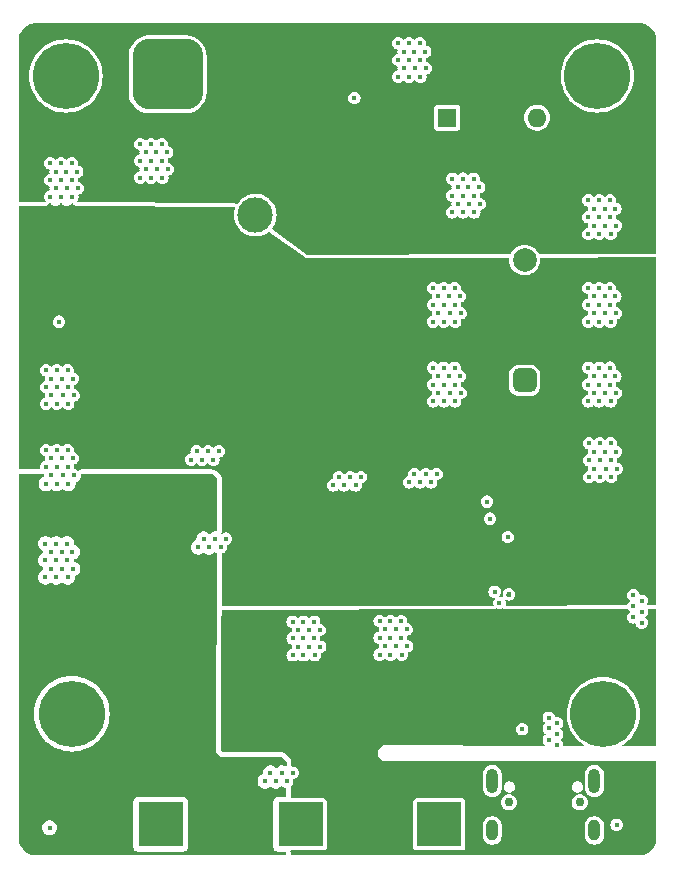
<source format=gbr>
%TF.GenerationSoftware,KiCad,Pcbnew,8.0.5*%
%TF.CreationDate,2024-10-07T09:32:21+08:00*%
%TF.ProjectId,draft-board,64726166-742d-4626-9f61-72642e6b6963,rev?*%
%TF.SameCoordinates,Original*%
%TF.FileFunction,Copper,L2,Inr*%
%TF.FilePolarity,Positive*%
%FSLAX46Y46*%
G04 Gerber Fmt 4.6, Leading zero omitted, Abs format (unit mm)*
G04 Created by KiCad (PCBNEW 8.0.5) date 2024-10-07 09:32:21*
%MOMM*%
%LPD*%
G01*
G04 APERTURE LIST*
G04 Aperture macros list*
%AMRoundRect*
0 Rectangle with rounded corners*
0 $1 Rounding radius*
0 $2 $3 $4 $5 $6 $7 $8 $9 X,Y pos of 4 corners*
0 Add a 4 corners polygon primitive as box body*
4,1,4,$2,$3,$4,$5,$6,$7,$8,$9,$2,$3,0*
0 Add four circle primitives for the rounded corners*
1,1,$1+$1,$2,$3*
1,1,$1+$1,$4,$5*
1,1,$1+$1,$6,$7*
1,1,$1+$1,$8,$9*
0 Add four rect primitives between the rounded corners*
20,1,$1+$1,$2,$3,$4,$5,0*
20,1,$1+$1,$4,$5,$6,$7,0*
20,1,$1+$1,$6,$7,$8,$9,0*
20,1,$1+$1,$8,$9,$2,$3,0*%
G04 Aperture macros list end*
%TA.AperFunction,ComponentPad*%
%ADD10C,5.600000*%
%TD*%
%TA.AperFunction,ComponentPad*%
%ADD11R,3.800000X3.800000*%
%TD*%
%TA.AperFunction,ComponentPad*%
%ADD12C,4.000000*%
%TD*%
%TA.AperFunction,ComponentPad*%
%ADD13C,3.000000*%
%TD*%
%TA.AperFunction,ComponentPad*%
%ADD14O,1.000000X1.800000*%
%TD*%
%TA.AperFunction,ComponentPad*%
%ADD15O,1.000000X2.100000*%
%TD*%
%TA.AperFunction,ComponentPad*%
%ADD16RoundRect,0.500000X-0.500000X-0.500000X0.500000X-0.500000X0.500000X0.500000X-0.500000X0.500000X0*%
%TD*%
%TA.AperFunction,ComponentPad*%
%ADD17C,2.000000*%
%TD*%
%TA.AperFunction,ComponentPad*%
%ADD18RoundRect,1.500000X-1.500000X-1.500000X1.500000X-1.500000X1.500000X1.500000X-1.500000X1.500000X0*%
%TD*%
%TA.AperFunction,ComponentPad*%
%ADD19C,6.000000*%
%TD*%
%TA.AperFunction,ComponentPad*%
%ADD20R,1.600000X1.600000*%
%TD*%
%TA.AperFunction,ComponentPad*%
%ADD21O,1.600000X1.600000*%
%TD*%
%TA.AperFunction,ViaPad*%
%ADD22C,0.450000*%
%TD*%
%TA.AperFunction,ViaPad*%
%ADD23C,0.762000*%
%TD*%
G04 APERTURE END LIST*
D10*
%TO.N,N/C*%
%TO.C,H1*%
X150000000Y-109000000D03*
%TD*%
D11*
%TO.N,GND*%
%TO.C,J2*%
X124369200Y-118364000D03*
D12*
%TO.N,24VOUT*%
X119369200Y-118364000D03*
%TD*%
D13*
%TO.N,24VOUT*%
%TO.C,F1*%
X111734600Y-92633800D03*
%TO.N,+24V*%
X111734600Y-70033800D03*
%TD*%
D10*
%TO.N,N/C*%
%TO.C,H2*%
X149500000Y-55000000D03*
%TD*%
D14*
%TO.N,GND*%
%TO.C,J6*%
X149252400Y-118880200D03*
D15*
X149252400Y-114700200D03*
D14*
X140612400Y-118880200D03*
D15*
X140612400Y-114700200D03*
%TD*%
D13*
%TO.N,+24V*%
%TO.C,K1*%
X130683000Y-84582000D03*
%TO.N,unconnected-(K1-Pad12)*%
X120543000Y-66782000D03*
%TO.N,24VDC*%
X128143000Y-66782000D03*
D16*
%TO.N,GND*%
X143343000Y-80782000D03*
D17*
%TO.N,Net-(SW1-B)*%
X143343000Y-70582000D03*
%TD*%
D10*
%TO.N,N/C*%
%TO.C,H4*%
X104500000Y-55000000D03*
%TD*%
D11*
%TO.N,GND*%
%TO.C,J3*%
X112522000Y-118364000D03*
D12*
%TO.N,24VOUT*%
X107522000Y-118364000D03*
%TD*%
D18*
%TO.N,GND*%
%TO.C,J1*%
X113106200Y-54864000D03*
D19*
%TO.N,24VDC*%
X120306200Y-54864000D03*
%TD*%
D10*
%TO.N,N/C*%
%TO.C,H3*%
X105000000Y-109000000D03*
%TD*%
D11*
%TO.N,GND*%
%TO.C,J5*%
X136104000Y-118364000D03*
D12*
%TO.N,+5V*%
X131104000Y-118364000D03*
%TD*%
D20*
%TO.N,Net-(SW1-A)*%
%TO.C,SW1*%
X136775000Y-58521600D03*
D21*
%TO.N,Net-(SW1-B)*%
X144395000Y-58521600D03*
%TD*%
D22*
%TO.N,+24V*%
X131318000Y-74676000D03*
X111963200Y-80822800D03*
X129895600Y-78638400D03*
X111455200Y-78435200D03*
X121056400Y-78079600D03*
X121564400Y-78841600D03*
X129438400Y-73152000D03*
X120599200Y-81991200D03*
X112420400Y-78435200D03*
X111506000Y-81584800D03*
X112877600Y-76149200D03*
X111861600Y-74574400D03*
X120142000Y-73355200D03*
X121564400Y-77317600D03*
X121564400Y-80467200D03*
X121564400Y-75641200D03*
X125323600Y-94030800D03*
X121056400Y-74879200D03*
X120954800Y-91694000D03*
X121869200Y-91694000D03*
X131673600Y-93980000D03*
X121869200Y-90170000D03*
X131318000Y-76352400D03*
X122834400Y-88646000D03*
X129895600Y-73914000D03*
X110947200Y-73050400D03*
X111963200Y-79298800D03*
X120142000Y-78079600D03*
X120954800Y-88646000D03*
X125780800Y-94792800D03*
X111404400Y-75336400D03*
X128397000Y-95344000D03*
X120142000Y-79705200D03*
X122021600Y-73355200D03*
X110998000Y-76149200D03*
X110998000Y-77673200D03*
X122377200Y-92456000D03*
X135763000Y-95344000D03*
X122834400Y-91694000D03*
X111048800Y-80822800D03*
X120954800Y-90170000D03*
X121056400Y-81229200D03*
X122834400Y-90170000D03*
X124815600Y-94792800D03*
X129438400Y-74676000D03*
X130352800Y-73152000D03*
X130860800Y-75438000D03*
X120599200Y-74117200D03*
X121056400Y-79705200D03*
X122834400Y-87122000D03*
X112369600Y-75336400D03*
X112826800Y-74574400D03*
X129895600Y-77114400D03*
X121412000Y-87884000D03*
X120142000Y-74879200D03*
X124358400Y-95554800D03*
X130860800Y-78638400D03*
X122377200Y-90932000D03*
X129438400Y-76352400D03*
X120954800Y-87122000D03*
X121564400Y-81991200D03*
X131318000Y-73152000D03*
X121869200Y-88646000D03*
X112826800Y-73050400D03*
X110947200Y-74574400D03*
X111455200Y-76911200D03*
X122021600Y-81229200D03*
X130352800Y-77876400D03*
X138836400Y-94131400D03*
X111861600Y-73050400D03*
X122021600Y-74879200D03*
X111048800Y-79298800D03*
X124358400Y-94030800D03*
X111912400Y-77673200D03*
X112928400Y-79298800D03*
X121412000Y-92456000D03*
X125323600Y-95554800D03*
X121412000Y-90932000D03*
X123901200Y-94792800D03*
X131216400Y-94742000D03*
X121564400Y-74117200D03*
X112420400Y-76911200D03*
X120599200Y-78841600D03*
X129895600Y-75438000D03*
X122377200Y-89408000D03*
X133096000Y-94742000D03*
X122021600Y-76555600D03*
X120599200Y-77317600D03*
X121158000Y-95344000D03*
X112928400Y-80822800D03*
X130860800Y-73914000D03*
X112471200Y-81584800D03*
X120599200Y-80467200D03*
X120142000Y-76555600D03*
X121869200Y-87122000D03*
X122021600Y-79705200D03*
X112877600Y-77673200D03*
X130352800Y-76352400D03*
X111912400Y-76149200D03*
X132638800Y-93980000D03*
X131673600Y-95504000D03*
X122021600Y-78079600D03*
X130860800Y-77114400D03*
X112369600Y-73812400D03*
X132638800Y-95504000D03*
X111506000Y-80060800D03*
X132130800Y-94742000D03*
X120599200Y-75641200D03*
X122377200Y-87884000D03*
X121056400Y-76555600D03*
X129438400Y-77876400D03*
X112471200Y-80060800D03*
X131318000Y-77876400D03*
X111404400Y-73812400D03*
X121412000Y-89408000D03*
X120142000Y-81229200D03*
X130352800Y-74676000D03*
X121056400Y-73355200D03*
%TO.N,GND*%
X148742400Y-72948800D03*
X105105200Y-96723200D03*
X145389600Y-109321600D03*
X104241600Y-88798400D03*
X135585200Y-75793600D03*
X139039600Y-65125600D03*
X112166400Y-61468000D03*
X110794800Y-62179200D03*
X125069600Y-101904800D03*
X151130000Y-118389600D03*
X136499600Y-79705200D03*
X146100800Y-111658400D03*
D23*
X142000000Y-116500000D03*
D22*
X116992400Y-87477600D03*
X149707600Y-86106000D03*
X104597200Y-64516000D03*
X104648000Y-81330800D03*
X103733600Y-82753200D03*
X103225600Y-96723200D03*
X151028400Y-80416400D03*
X150571200Y-66954400D03*
X103225600Y-95300800D03*
X133553200Y-89408000D03*
X116636800Y-94894400D03*
X129489200Y-88950800D03*
X137922000Y-75082400D03*
X131978400Y-103987600D03*
X131521200Y-101854000D03*
X131521200Y-103276400D03*
X102819200Y-82753200D03*
X103276400Y-80619600D03*
X125526800Y-101193600D03*
X139039600Y-63703200D03*
X150164800Y-75082400D03*
X133553200Y-53644800D03*
X153263600Y-99415600D03*
X136499600Y-72948800D03*
X149656800Y-81127600D03*
X104089200Y-65227200D03*
X149199600Y-66243200D03*
X148793200Y-87528400D03*
X148793200Y-88950800D03*
X151028400Y-66243200D03*
X137464800Y-82550000D03*
X117144800Y-94183200D03*
X146100800Y-109778800D03*
X149656800Y-75793600D03*
X149656800Y-68376800D03*
X149199600Y-67665600D03*
X137007600Y-81838800D03*
X134010400Y-52933600D03*
X153263600Y-100380800D03*
X123698000Y-101193600D03*
X117602000Y-94894400D03*
X125526800Y-102616000D03*
X126034800Y-103327200D03*
X102819200Y-81330800D03*
X123698000Y-102616000D03*
X104597200Y-96012000D03*
X103733600Y-88087200D03*
X103911400Y-75806000D03*
X134010400Y-88696800D03*
X141211000Y-99618800D03*
X149250400Y-88239600D03*
X139547600Y-65836800D03*
X111252000Y-62890400D03*
X139496800Y-64414400D03*
X134924800Y-52933600D03*
X137464800Y-75793600D03*
X103733600Y-81330800D03*
X103124000Y-118643600D03*
X104648000Y-97434400D03*
X105054400Y-65227200D03*
X133350000Y-101854000D03*
X121818400Y-113995200D03*
X132943600Y-103987600D03*
X105003600Y-62382400D03*
X137414000Y-72948800D03*
X102819200Y-88087200D03*
X136042400Y-81838800D03*
X103276400Y-82042000D03*
X136956800Y-73660000D03*
X102819200Y-79908400D03*
X103174800Y-63804800D03*
X103632000Y-63093600D03*
X105156000Y-82042000D03*
X148793200Y-86106000D03*
X134518400Y-55067200D03*
X116179600Y-94183200D03*
X148742400Y-79705200D03*
X150571200Y-79705200D03*
X148742400Y-68376800D03*
X104140000Y-95300800D03*
X112623600Y-62179200D03*
X104648000Y-88087200D03*
X149656800Y-72948800D03*
X137414000Y-74371200D03*
X102768400Y-94589600D03*
X103174800Y-62382400D03*
X149656800Y-65532000D03*
X104648000Y-79908400D03*
X136499600Y-74371200D03*
X116535200Y-86766400D03*
X103276400Y-88798400D03*
X115112800Y-87477600D03*
X127609600Y-88950800D03*
X104190800Y-96723200D03*
X111709200Y-63601600D03*
X149656800Y-79705200D03*
X137210800Y-65125600D03*
X150164800Y-81838800D03*
X131064000Y-102565200D03*
X137007600Y-75082400D03*
X150215600Y-88239600D03*
X116027200Y-87477600D03*
X132892800Y-102565200D03*
X151079200Y-81838800D03*
X102819200Y-86664800D03*
X133096000Y-54356000D03*
X125984000Y-101904800D03*
X105511600Y-64516000D03*
X104089200Y-62382400D03*
X103682800Y-94589600D03*
X135585200Y-82550000D03*
X123240800Y-114706400D03*
X124612400Y-102616000D03*
X135432800Y-89408000D03*
X150622000Y-82550000D03*
X150622000Y-68376800D03*
X148742400Y-82550000D03*
X103632000Y-64516000D03*
X135585200Y-79705200D03*
X136042400Y-73660000D03*
X132638800Y-55067200D03*
X133553200Y-52222400D03*
X127152400Y-89662000D03*
X148742400Y-75793600D03*
X149250400Y-86817200D03*
X103733600Y-89509600D03*
X115570000Y-86766400D03*
X125577600Y-104038400D03*
X151130000Y-88239600D03*
X151079200Y-67665600D03*
X132638800Y-52222400D03*
X149199600Y-73660000D03*
X150114000Y-66243200D03*
X111252000Y-61468000D03*
X150114000Y-73660000D03*
X128066800Y-89662000D03*
X137414000Y-79705200D03*
X150164800Y-86817200D03*
X111709200Y-60756800D03*
X141915600Y-94037200D03*
X134467600Y-52222400D03*
X103276400Y-87376000D03*
X150571200Y-81127600D03*
X104089200Y-63804800D03*
X149707600Y-87528400D03*
X138633200Y-65836800D03*
X137871200Y-73660000D03*
X136042400Y-75082400D03*
X134975600Y-88696800D03*
X131978400Y-101142800D03*
X129032000Y-89662000D03*
X103733600Y-79908400D03*
X104698800Y-89509600D03*
X102768400Y-97434400D03*
X136499600Y-82550000D03*
X136499600Y-75793600D03*
X135585200Y-81127600D03*
X131978400Y-102565200D03*
X102819200Y-89509600D03*
X143129000Y-110302000D03*
X115722400Y-94894400D03*
X111709200Y-62179200D03*
X151079200Y-75082400D03*
X104190800Y-80619600D03*
X149656800Y-66954400D03*
X151028400Y-73660000D03*
X135890000Y-88696800D03*
X137871200Y-80416400D03*
X121361200Y-114706400D03*
D23*
X148000000Y-116500000D03*
D22*
X149199600Y-80416400D03*
X133553200Y-55067200D03*
X137210800Y-66548000D03*
X134467600Y-53644800D03*
X105156000Y-88798400D03*
X133096000Y-52933600D03*
X150672800Y-88950800D03*
X123698000Y-104038400D03*
X112623600Y-60756800D03*
X150622000Y-86106000D03*
X131064000Y-103987600D03*
X151079200Y-86817200D03*
X124612400Y-101193600D03*
X148742400Y-65532000D03*
X149707600Y-88950800D03*
X149199600Y-81838800D03*
X125120400Y-103327200D03*
X139090400Y-66548000D03*
X128930400Y-56870600D03*
X110794800Y-63601600D03*
X104190800Y-87376000D03*
X122275600Y-114706400D03*
X103174800Y-65227200D03*
X124612400Y-104038400D03*
X104698800Y-82753200D03*
X137210800Y-63703200D03*
X136042400Y-80416400D03*
X105460800Y-63093600D03*
X102768400Y-96012000D03*
X104241600Y-82042000D03*
X150114000Y-80416400D03*
X148742400Y-74371200D03*
X132892800Y-101142800D03*
X149656800Y-74371200D03*
X105105200Y-80619600D03*
X103682800Y-97434400D03*
X134467600Y-89408000D03*
X149199600Y-75082400D03*
X138125200Y-66548000D03*
X132486400Y-103276400D03*
X135585200Y-74371200D03*
X103733600Y-86664800D03*
X134975600Y-54356000D03*
X124155200Y-103327200D03*
X148742400Y-66954400D03*
X134061200Y-54356000D03*
X140411200Y-92481400D03*
X123698000Y-113995200D03*
X138125200Y-65125600D03*
X105003600Y-63804800D03*
X149656800Y-82550000D03*
X150164800Y-67665600D03*
X112674400Y-63601600D03*
X137668000Y-65836800D03*
X104546400Y-63093600D03*
X137414000Y-81127600D03*
X132638800Y-53644800D03*
X137922000Y-81838800D03*
X122783600Y-113995200D03*
X133400800Y-103276400D03*
X138125200Y-63703200D03*
X110794800Y-60756800D03*
X118059200Y-94183200D03*
X138582400Y-64414400D03*
X152552400Y-100838000D03*
X128574800Y-88950800D03*
X104597200Y-94589600D03*
X103682800Y-96012000D03*
X136956800Y-80416400D03*
X153263600Y-101295200D03*
X124155200Y-101904800D03*
X150571200Y-65532000D03*
X136499600Y-81127600D03*
X135585200Y-72948800D03*
X113080800Y-61468000D03*
X131064000Y-101142800D03*
X150622000Y-87528400D03*
X145389600Y-110236000D03*
X146100800Y-110744000D03*
X137668000Y-64414400D03*
X132435600Y-101854000D03*
X150622000Y-75793600D03*
X150571200Y-74371200D03*
X152552400Y-98958400D03*
X113131600Y-62890400D03*
X105105200Y-87376000D03*
X150571200Y-72948800D03*
X148742400Y-81127600D03*
X145389600Y-111201200D03*
X117449600Y-86766400D03*
X105054400Y-95300800D03*
X112217200Y-62890400D03*
X104648000Y-86664800D03*
X152552400Y-99872800D03*
%TO.N,+5V*%
X123698000Y-109220000D03*
X140208000Y-102006400D03*
X119380000Y-111506000D03*
X144576800Y-116128800D03*
X119380000Y-108458000D03*
X139319000Y-110744000D03*
X139827000Y-109982000D03*
X118364000Y-109982000D03*
X140716000Y-102768400D03*
X140716000Y-104292400D03*
X141224000Y-102006400D03*
X145592800Y-119176800D03*
X131064000Y-109220000D03*
X140335000Y-109220000D03*
X118364000Y-111506000D03*
X140208000Y-103530400D03*
X138811000Y-108458000D03*
X132588000Y-108458000D03*
X144068800Y-118414800D03*
X118364000Y-108458000D03*
X145084800Y-118414800D03*
X125222000Y-111506000D03*
X140335000Y-110744000D03*
X131572000Y-109982000D03*
X143129000Y-104902000D03*
X125222000Y-109982000D03*
X124206000Y-109982000D03*
X144576800Y-117652800D03*
X131572000Y-111506000D03*
X144068800Y-116890800D03*
X151130000Y-113716800D03*
X124206000Y-111506000D03*
X131572000Y-108458000D03*
X118872000Y-109220000D03*
X144576800Y-119176800D03*
X139192000Y-103530400D03*
X138303000Y-109220000D03*
X146100800Y-118414800D03*
X139700000Y-102768400D03*
X132080000Y-109220000D03*
X133096000Y-110744000D03*
X138811000Y-111506000D03*
X139827000Y-111506000D03*
X138303000Y-110744000D03*
X125222000Y-108458000D03*
X145592800Y-117652800D03*
X123698000Y-110744000D03*
X142007233Y-98894173D03*
X132588000Y-111506000D03*
X139700000Y-101244400D03*
X131064000Y-110744000D03*
X141224000Y-103530400D03*
X118872000Y-110744000D03*
X125730000Y-110744000D03*
X140716000Y-101244400D03*
X133096000Y-109220000D03*
X124206000Y-108458000D03*
X135763000Y-110335000D03*
X139700000Y-104292400D03*
X139192000Y-102006400D03*
X128397000Y-110429000D03*
X139319000Y-109220000D03*
X132080000Y-110744000D03*
X125730000Y-109220000D03*
X139827000Y-108458000D03*
X138811000Y-109982000D03*
X124714000Y-109220000D03*
X132588000Y-109982000D03*
X145592800Y-116128800D03*
X145084800Y-116890800D03*
X148209000Y-102489000D03*
X124714000Y-110744000D03*
X146100800Y-116890800D03*
X119380000Y-109982000D03*
X121031000Y-110363000D03*
%TO.N,24VOUT*%
X113157000Y-98018600D03*
X111408000Y-103428800D03*
X112547400Y-109601000D03*
X110490000Y-99771200D03*
X110998000Y-100634800D03*
X113538000Y-110591600D03*
X111408000Y-107010200D03*
X111408000Y-108051600D03*
X111408000Y-111404400D03*
X111408000Y-110236000D03*
X110998000Y-97078800D03*
X114528600Y-111582200D03*
X110998000Y-98907600D03*
X109620400Y-113379600D03*
X115519200Y-112572800D03*
X110509400Y-112490600D03*
X103124600Y-113980000D03*
X111506000Y-96215200D03*
X110490000Y-96215200D03*
X116484400Y-113538000D03*
X111506000Y-99771200D03*
X111408000Y-109067600D03*
X110490000Y-98044000D03*
X113131600Y-100431600D03*
X111506000Y-98044000D03*
%TO.N,Net-(U1-PG)*%
X140797400Y-98653600D03*
X140157200Y-91033600D03*
%TD*%
%TA.AperFunction,Conductor*%
%TO.N,+5V*%
G36*
X141538409Y-100071088D02*
G01*
X141548784Y-100077824D01*
X141607292Y-100115811D01*
X141641964Y-100130106D01*
X141648520Y-100132721D01*
X141648523Y-100132722D01*
X141708975Y-100143919D01*
X141758913Y-100153169D01*
X141758913Y-100153168D01*
X141758914Y-100153169D01*
X143463344Y-100150363D01*
X151985501Y-100136335D01*
X152051144Y-100125413D01*
X152087676Y-100133884D01*
X152098056Y-100143917D01*
X152177609Y-100247591D01*
X152267446Y-100316526D01*
X152286197Y-100349005D01*
X152276490Y-100385230D01*
X152267446Y-100394274D01*
X152177607Y-100463210D01*
X152093376Y-100572982D01*
X152093373Y-100572987D01*
X152040425Y-100700817D01*
X152022365Y-100838000D01*
X152040425Y-100975182D01*
X152093374Y-101103014D01*
X152093376Y-101103018D01*
X152177609Y-101212791D01*
X152287382Y-101297024D01*
X152415217Y-101349974D01*
X152552400Y-101368035D01*
X152689583Y-101349974D01*
X152689583Y-101349973D01*
X152691322Y-101349745D01*
X152727547Y-101359452D01*
X152746299Y-101391929D01*
X152751625Y-101432382D01*
X152804574Y-101560214D01*
X152804576Y-101560218D01*
X152888809Y-101669991D01*
X152998582Y-101754224D01*
X153126417Y-101807174D01*
X153263600Y-101825235D01*
X153400783Y-101807174D01*
X153528618Y-101754224D01*
X153638391Y-101669991D01*
X153722624Y-101560218D01*
X153775574Y-101432383D01*
X153793635Y-101295200D01*
X153775574Y-101158017D01*
X153752791Y-101103014D01*
X153722626Y-101030187D01*
X153722623Y-101030182D01*
X153638392Y-100920410D01*
X153638391Y-100920409D01*
X153581654Y-100876872D01*
X153562904Y-100844395D01*
X153572611Y-100808170D01*
X153581652Y-100799128D01*
X153638391Y-100755591D01*
X153722624Y-100645818D01*
X153775574Y-100517983D01*
X153793635Y-100380800D01*
X153775574Y-100243617D01*
X153757960Y-100201092D01*
X153757960Y-100163591D01*
X153784479Y-100137072D01*
X153803146Y-100133342D01*
X154442421Y-100132291D01*
X154477091Y-100146585D01*
X154491500Y-100181209D01*
X154491500Y-111705788D01*
X154477148Y-111740436D01*
X154442500Y-111754788D01*
X154442246Y-111754787D01*
X151641261Y-111740274D01*
X151606688Y-111725743D01*
X151592516Y-111691021D01*
X151607047Y-111656448D01*
X151617811Y-111648391D01*
X151652164Y-111629405D01*
X151936176Y-111427888D01*
X152195839Y-111195839D01*
X152427888Y-110936176D01*
X152629405Y-110652164D01*
X152797855Y-110347376D01*
X152931121Y-110025644D01*
X153027527Y-109691013D01*
X153085859Y-109347693D01*
X153105385Y-109000000D01*
X153085859Y-108652307D01*
X153027527Y-108308987D01*
X152931121Y-107974356D01*
X152797855Y-107652624D01*
X152629405Y-107347836D01*
X152502689Y-107169246D01*
X152427893Y-107063830D01*
X152427877Y-107063811D01*
X152284491Y-106903363D01*
X152195839Y-106804161D01*
X152052384Y-106675962D01*
X151936188Y-106572122D01*
X151936169Y-106572106D01*
X151652172Y-106370600D01*
X151652165Y-106370595D01*
X151347380Y-106202147D01*
X151347365Y-106202140D01*
X151025646Y-106068880D01*
X151025647Y-106068880D01*
X151025644Y-106068879D01*
X150916956Y-106037566D01*
X150691023Y-105972475D01*
X150691015Y-105972473D01*
X150691013Y-105972473D01*
X150347693Y-105914141D01*
X150347691Y-105914140D01*
X150347685Y-105914140D01*
X150000000Y-105894615D01*
X149652314Y-105914140D01*
X149652307Y-105914141D01*
X149308987Y-105972473D01*
X149308985Y-105972473D01*
X149308976Y-105972475D01*
X148974353Y-106068880D01*
X148652634Y-106202140D01*
X148652619Y-106202147D01*
X148347834Y-106370595D01*
X148347827Y-106370600D01*
X148063830Y-106572106D01*
X148063811Y-106572122D01*
X147804161Y-106804161D01*
X147572122Y-107063811D01*
X147572106Y-107063830D01*
X147370600Y-107347827D01*
X147370595Y-107347834D01*
X147202147Y-107652619D01*
X147202140Y-107652634D01*
X147068880Y-107974353D01*
X146972475Y-108308976D01*
X146972473Y-108308985D01*
X146972473Y-108308987D01*
X146914141Y-108652307D01*
X146914140Y-108652314D01*
X146894615Y-109000000D01*
X146914140Y-109347685D01*
X146914140Y-109347691D01*
X146914141Y-109347693D01*
X146964080Y-109641617D01*
X146972475Y-109691023D01*
X147013354Y-109832913D01*
X147068879Y-110025644D01*
X147076405Y-110043814D01*
X147202140Y-110347365D01*
X147202147Y-110347380D01*
X147370595Y-110652165D01*
X147370600Y-110652172D01*
X147572106Y-110936169D01*
X147572122Y-110936188D01*
X147675962Y-111052384D01*
X147804161Y-111195839D01*
X147902376Y-111283609D01*
X148063811Y-111427877D01*
X148063830Y-111427893D01*
X148347827Y-111629399D01*
X148347829Y-111629400D01*
X148347836Y-111629405D01*
X148351114Y-111631217D01*
X148351120Y-111631220D01*
X148374501Y-111660542D01*
X148370301Y-111697809D01*
X148340979Y-111721190D01*
X148327162Y-111723104D01*
X146679060Y-111714564D01*
X146644487Y-111700033D01*
X146630315Y-111665311D01*
X146630733Y-111659172D01*
X146630835Y-111658400D01*
X146612774Y-111521217D01*
X146589991Y-111466214D01*
X146559826Y-111393387D01*
X146559823Y-111393382D01*
X146475592Y-111283610D01*
X146475591Y-111283609D01*
X146418854Y-111240072D01*
X146400104Y-111207595D01*
X146409811Y-111171370D01*
X146418852Y-111162328D01*
X146475591Y-111118791D01*
X146559824Y-111009018D01*
X146612774Y-110881183D01*
X146630835Y-110744000D01*
X146612774Y-110606817D01*
X146568951Y-110501018D01*
X146559826Y-110478987D01*
X146559823Y-110478982D01*
X146475591Y-110369209D01*
X146475590Y-110369208D01*
X146439630Y-110341615D01*
X146385753Y-110300273D01*
X146367002Y-110267796D01*
X146376709Y-110231571D01*
X146385754Y-110222526D01*
X146396055Y-110214622D01*
X146475591Y-110153591D01*
X146559824Y-110043818D01*
X146612774Y-109915983D01*
X146630835Y-109778800D01*
X146612774Y-109641617D01*
X146559824Y-109513783D01*
X146475591Y-109404009D01*
X146365818Y-109319776D01*
X146365814Y-109319774D01*
X146237982Y-109266825D01*
X146118860Y-109251142D01*
X146100800Y-109248765D01*
X146100799Y-109248765D01*
X145961875Y-109267054D01*
X145925650Y-109257347D01*
X145906899Y-109224869D01*
X145901574Y-109184417D01*
X145848624Y-109056583D01*
X145764391Y-108946809D01*
X145654618Y-108862576D01*
X145654614Y-108862574D01*
X145526782Y-108809625D01*
X145389600Y-108791565D01*
X145252417Y-108809625D01*
X145124587Y-108862573D01*
X145124582Y-108862576D01*
X145014809Y-108946808D01*
X145014808Y-108946809D01*
X144930576Y-109056582D01*
X144930573Y-109056587D01*
X144877625Y-109184417D01*
X144859565Y-109321600D01*
X144877625Y-109458782D01*
X144930574Y-109586614D01*
X144930576Y-109586618D01*
X145014809Y-109696391D01*
X145066603Y-109736134D01*
X145071544Y-109739926D01*
X145090295Y-109772405D01*
X145080588Y-109808630D01*
X145071544Y-109817674D01*
X145014807Y-109861210D01*
X144930576Y-109970982D01*
X144930573Y-109970987D01*
X144877625Y-110098817D01*
X144859565Y-110236000D01*
X144877625Y-110373182D01*
X144925752Y-110489372D01*
X144930576Y-110501018D01*
X145014809Y-110610791D01*
X145100821Y-110676791D01*
X145104646Y-110679726D01*
X145123397Y-110712205D01*
X145113690Y-110748430D01*
X145104646Y-110757474D01*
X145014807Y-110826410D01*
X144930576Y-110936182D01*
X144930573Y-110936187D01*
X144877625Y-111064017D01*
X144859565Y-111201200D01*
X144877625Y-111338382D01*
X144930574Y-111466214D01*
X144930576Y-111466218D01*
X145014809Y-111575991D01*
X145069813Y-111618198D01*
X145088564Y-111650676D01*
X145078857Y-111686901D01*
X145046378Y-111705652D01*
X145039729Y-111706070D01*
X131336995Y-111635071D01*
X130937000Y-112032998D01*
X130937000Y-112033000D01*
X130937000Y-112630000D01*
X131337000Y-113030000D01*
X154442500Y-113030000D01*
X154477148Y-113044352D01*
X154491500Y-113079000D01*
X154491500Y-119498251D01*
X154491375Y-119501747D01*
X154476568Y-119708767D01*
X154475573Y-119715687D01*
X154431828Y-119916781D01*
X154429858Y-119923489D01*
X154357940Y-120116307D01*
X154355036Y-120122666D01*
X154256410Y-120303289D01*
X154252630Y-120309171D01*
X154129299Y-120473920D01*
X154124721Y-120479203D01*
X153979203Y-120624721D01*
X153973920Y-120629299D01*
X153809171Y-120752630D01*
X153803289Y-120756410D01*
X153622666Y-120855036D01*
X153616307Y-120857940D01*
X153423489Y-120929858D01*
X153416781Y-120931828D01*
X153215687Y-120975573D01*
X153208767Y-120976568D01*
X153001748Y-120991375D01*
X152998252Y-120991500D01*
X123577089Y-120991500D01*
X123542441Y-120977148D01*
X123528089Y-120942500D01*
X123528091Y-120942102D01*
X123529919Y-120717149D01*
X123529926Y-120715920D01*
X123529928Y-120715535D01*
X123529839Y-120713133D01*
X123528683Y-120681681D01*
X123515060Y-120624938D01*
X123520927Y-120587897D01*
X123551267Y-120565853D01*
X123562706Y-120564499D01*
X126314058Y-120564499D01*
X126314064Y-120564499D01*
X126339191Y-120561585D01*
X126441965Y-120516206D01*
X126521406Y-120436765D01*
X126566785Y-120333991D01*
X126569700Y-120308865D01*
X126569699Y-116419136D01*
X126569699Y-116419134D01*
X133903500Y-116419134D01*
X133903500Y-120308858D01*
X133903501Y-120308868D01*
X133906415Y-120333992D01*
X133951794Y-120436766D01*
X134031233Y-120516205D01*
X134134006Y-120561584D01*
X134134009Y-120561585D01*
X134159135Y-120564500D01*
X138048864Y-120564499D01*
X138073991Y-120561585D01*
X138176765Y-120516206D01*
X138256206Y-120436765D01*
X138301585Y-120333991D01*
X138304500Y-120308865D01*
X138304500Y-118401352D01*
X139811900Y-118401352D01*
X139811900Y-119359047D01*
X139842660Y-119513687D01*
X139842663Y-119513698D01*
X139849695Y-119530674D01*
X139903006Y-119659379D01*
X139990611Y-119790489D01*
X140102111Y-119901989D01*
X140233221Y-119989594D01*
X140378903Y-120049937D01*
X140378909Y-120049938D01*
X140378912Y-120049939D01*
X140533552Y-120080699D01*
X140533558Y-120080700D01*
X140691242Y-120080700D01*
X140845897Y-120049937D01*
X140991579Y-119989594D01*
X141122689Y-119901989D01*
X141234189Y-119790489D01*
X141321794Y-119659379D01*
X141382137Y-119513697D01*
X141412900Y-119359042D01*
X141412900Y-118401358D01*
X141412899Y-118401352D01*
X148451900Y-118401352D01*
X148451900Y-119359047D01*
X148482660Y-119513687D01*
X148482663Y-119513698D01*
X148489695Y-119530674D01*
X148543006Y-119659379D01*
X148630611Y-119790489D01*
X148742111Y-119901989D01*
X148873221Y-119989594D01*
X149018903Y-120049937D01*
X149018909Y-120049938D01*
X149018912Y-120049939D01*
X149173552Y-120080699D01*
X149173558Y-120080700D01*
X149331242Y-120080700D01*
X149485897Y-120049937D01*
X149631579Y-119989594D01*
X149762689Y-119901989D01*
X149874189Y-119790489D01*
X149961794Y-119659379D01*
X150022137Y-119513697D01*
X150052900Y-119359042D01*
X150052900Y-118401358D01*
X150050561Y-118389600D01*
X150599965Y-118389600D01*
X150618025Y-118526782D01*
X150644442Y-118590559D01*
X150670976Y-118654618D01*
X150755209Y-118764391D01*
X150864982Y-118848624D01*
X150992817Y-118901574D01*
X151130000Y-118919635D01*
X151267183Y-118901574D01*
X151395018Y-118848624D01*
X151504791Y-118764391D01*
X151589024Y-118654618D01*
X151641974Y-118526783D01*
X151660035Y-118389600D01*
X151641974Y-118252417D01*
X151589024Y-118124583D01*
X151504791Y-118014809D01*
X151395018Y-117930576D01*
X151395014Y-117930574D01*
X151267182Y-117877625D01*
X151130000Y-117859565D01*
X150992817Y-117877625D01*
X150864987Y-117930573D01*
X150864982Y-117930576D01*
X150755209Y-118014808D01*
X150755208Y-118014809D01*
X150670976Y-118124582D01*
X150670973Y-118124587D01*
X150618025Y-118252417D01*
X150599965Y-118389600D01*
X150050561Y-118389600D01*
X150022137Y-118246703D01*
X149961794Y-118101021D01*
X149874189Y-117969911D01*
X149762689Y-117858411D01*
X149631579Y-117770806D01*
X149631576Y-117770804D01*
X149631575Y-117770804D01*
X149485898Y-117710463D01*
X149485887Y-117710460D01*
X149331247Y-117679700D01*
X149331242Y-117679700D01*
X149173558Y-117679700D01*
X149173552Y-117679700D01*
X149018912Y-117710460D01*
X149018901Y-117710463D01*
X148873224Y-117770804D01*
X148742111Y-117858410D01*
X148630610Y-117969911D01*
X148543004Y-118101024D01*
X148482663Y-118246701D01*
X148482660Y-118246712D01*
X148451900Y-118401352D01*
X141412899Y-118401352D01*
X141382137Y-118246703D01*
X141321794Y-118101021D01*
X141234189Y-117969911D01*
X141122689Y-117858411D01*
X140991579Y-117770806D01*
X140991576Y-117770804D01*
X140991575Y-117770804D01*
X140845898Y-117710463D01*
X140845887Y-117710460D01*
X140691247Y-117679700D01*
X140691242Y-117679700D01*
X140533558Y-117679700D01*
X140533552Y-117679700D01*
X140378912Y-117710460D01*
X140378901Y-117710463D01*
X140233224Y-117770804D01*
X140102111Y-117858410D01*
X139990610Y-117969911D01*
X139903004Y-118101024D01*
X139842663Y-118246701D01*
X139842660Y-118246712D01*
X139811900Y-118401352D01*
X138304500Y-118401352D01*
X138304499Y-116500000D01*
X141313495Y-116500000D01*
X141333444Y-116664291D01*
X141333444Y-116664293D01*
X141333445Y-116664294D01*
X141392129Y-116819034D01*
X141392130Y-116819036D01*
X141486144Y-116955238D01*
X141610020Y-117064982D01*
X141610025Y-117064986D01*
X141756560Y-117141892D01*
X141756561Y-117141892D01*
X141756562Y-117141893D01*
X141917251Y-117181500D01*
X141917252Y-117181500D01*
X142082748Y-117181500D01*
X142082749Y-117181500D01*
X142243438Y-117141893D01*
X142243440Y-117141892D01*
X142389974Y-117064986D01*
X142389975Y-117064984D01*
X142389979Y-117064983D01*
X142513856Y-116955237D01*
X142607870Y-116819035D01*
X142666556Y-116664291D01*
X142686505Y-116500000D01*
X147313495Y-116500000D01*
X147333444Y-116664291D01*
X147333444Y-116664293D01*
X147333445Y-116664294D01*
X147392129Y-116819034D01*
X147392130Y-116819036D01*
X147486144Y-116955238D01*
X147610020Y-117064982D01*
X147610025Y-117064986D01*
X147756560Y-117141892D01*
X147756561Y-117141892D01*
X147756562Y-117141893D01*
X147917251Y-117181500D01*
X147917252Y-117181500D01*
X148082748Y-117181500D01*
X148082749Y-117181500D01*
X148243438Y-117141893D01*
X148243440Y-117141892D01*
X148389974Y-117064986D01*
X148389975Y-117064984D01*
X148389979Y-117064983D01*
X148513856Y-116955237D01*
X148607870Y-116819035D01*
X148666556Y-116664291D01*
X148686505Y-116500000D01*
X148666556Y-116335709D01*
X148607870Y-116180965D01*
X148595816Y-116163501D01*
X148513855Y-116044761D01*
X148389979Y-115935017D01*
X148389974Y-115935013D01*
X148243439Y-115858107D01*
X148243441Y-115858107D01*
X148122921Y-115828401D01*
X148082749Y-115818500D01*
X147917251Y-115818500D01*
X147877078Y-115828401D01*
X147756559Y-115858107D01*
X147610025Y-115935013D01*
X147610020Y-115935017D01*
X147486144Y-116044761D01*
X147392130Y-116180963D01*
X147392129Y-116180965D01*
X147333445Y-116335705D01*
X147333444Y-116335707D01*
X147333444Y-116335709D01*
X147313495Y-116500000D01*
X142686505Y-116500000D01*
X142666556Y-116335709D01*
X142607870Y-116180965D01*
X142595816Y-116163501D01*
X142513855Y-116044761D01*
X142389979Y-115935017D01*
X142389974Y-115935013D01*
X142243439Y-115858107D01*
X142243441Y-115858107D01*
X142122921Y-115828401D01*
X142082749Y-115818500D01*
X141917251Y-115818500D01*
X141877078Y-115828401D01*
X141756559Y-115858107D01*
X141610025Y-115935013D01*
X141610020Y-115935017D01*
X141486144Y-116044761D01*
X141392130Y-116180963D01*
X141392129Y-116180965D01*
X141333445Y-116335705D01*
X141333444Y-116335707D01*
X141333444Y-116335709D01*
X141313495Y-116500000D01*
X138304499Y-116500000D01*
X138304499Y-116419136D01*
X138301585Y-116394009D01*
X138256206Y-116291235D01*
X138256205Y-116291234D01*
X138256205Y-116291233D01*
X138176766Y-116211794D01*
X138176767Y-116211794D01*
X138073993Y-116166415D01*
X138061428Y-116164957D01*
X138048865Y-116163500D01*
X138048863Y-116163500D01*
X134159141Y-116163500D01*
X134159131Y-116163501D01*
X134134007Y-116166415D01*
X134031233Y-116211794D01*
X133951794Y-116291233D01*
X133906415Y-116394006D01*
X133903500Y-116419134D01*
X126569699Y-116419134D01*
X126566785Y-116394009D01*
X126521406Y-116291235D01*
X126521405Y-116291234D01*
X126521405Y-116291233D01*
X126441966Y-116211794D01*
X126441967Y-116211794D01*
X126339193Y-116166415D01*
X126314065Y-116163500D01*
X123601740Y-116163500D01*
X123567092Y-116149148D01*
X123552740Y-116114500D01*
X123553406Y-116106447D01*
X123568121Y-116018195D01*
X123573353Y-115374727D01*
X123558912Y-115264131D01*
X123551847Y-115238383D01*
X123547202Y-115222702D01*
X123533106Y-115194621D01*
X123530390Y-115157218D01*
X123547067Y-115133771D01*
X123615591Y-115081191D01*
X123699824Y-114971418D01*
X123752774Y-114843583D01*
X123770835Y-114706400D01*
X123752774Y-114569217D01*
X123752545Y-114567476D01*
X123762252Y-114531251D01*
X123794728Y-114512500D01*
X123835183Y-114507174D01*
X123963018Y-114454224D01*
X124072791Y-114369991D01*
X124157024Y-114260218D01*
X124209974Y-114132383D01*
X124218009Y-114071352D01*
X139811900Y-114071352D01*
X139811900Y-115329047D01*
X139842660Y-115483687D01*
X139842663Y-115483698D01*
X139903004Y-115629375D01*
X139903006Y-115629379D01*
X139990611Y-115760489D01*
X140102111Y-115871989D01*
X140233221Y-115959594D01*
X140378903Y-116019937D01*
X140378909Y-116019938D01*
X140378912Y-116019939D01*
X140533552Y-116050699D01*
X140533558Y-116050700D01*
X140691242Y-116050700D01*
X140845897Y-116019937D01*
X140991579Y-115959594D01*
X141122689Y-115871989D01*
X141234189Y-115760489D01*
X141321794Y-115629379D01*
X141382137Y-115483697D01*
X141412900Y-115329042D01*
X141412900Y-115137597D01*
X141566900Y-115137597D01*
X141566900Y-115262802D01*
X141584651Y-115329047D01*
X141599305Y-115383736D01*
X141661905Y-115492164D01*
X141750436Y-115580695D01*
X141858864Y-115643295D01*
X141931425Y-115662738D01*
X141979797Y-115675700D01*
X141979799Y-115675700D01*
X142105003Y-115675700D01*
X142145312Y-115664898D01*
X142225936Y-115643295D01*
X142334364Y-115580695D01*
X142422895Y-115492164D01*
X142485495Y-115383736D01*
X142511419Y-115286988D01*
X142517900Y-115262802D01*
X142517900Y-115137597D01*
X147346900Y-115137597D01*
X147346900Y-115262802D01*
X147364651Y-115329047D01*
X147379305Y-115383736D01*
X147441905Y-115492164D01*
X147530436Y-115580695D01*
X147638864Y-115643295D01*
X147711425Y-115662738D01*
X147759797Y-115675700D01*
X147759799Y-115675700D01*
X147885003Y-115675700D01*
X147925312Y-115664898D01*
X148005936Y-115643295D01*
X148114364Y-115580695D01*
X148202895Y-115492164D01*
X148265495Y-115383736D01*
X148291419Y-115286988D01*
X148297900Y-115262802D01*
X148297900Y-115137597D01*
X148282785Y-115081189D01*
X148265495Y-115016664D01*
X148202895Y-114908236D01*
X148114364Y-114819705D01*
X148005936Y-114757105D01*
X147991641Y-114753274D01*
X147885003Y-114724700D01*
X147885001Y-114724700D01*
X147759799Y-114724700D01*
X147759797Y-114724700D01*
X147638867Y-114757104D01*
X147638866Y-114757104D01*
X147638864Y-114757105D01*
X147530436Y-114819705D01*
X147530433Y-114819707D01*
X147441907Y-114908233D01*
X147441905Y-114908236D01*
X147379305Y-115016664D01*
X147379304Y-115016666D01*
X147379304Y-115016667D01*
X147346900Y-115137597D01*
X142517900Y-115137597D01*
X142502785Y-115081189D01*
X142485495Y-115016664D01*
X142422895Y-114908236D01*
X142334364Y-114819705D01*
X142225936Y-114757105D01*
X142211641Y-114753274D01*
X142105003Y-114724700D01*
X142105001Y-114724700D01*
X141979799Y-114724700D01*
X141979797Y-114724700D01*
X141858867Y-114757104D01*
X141858866Y-114757104D01*
X141858864Y-114757105D01*
X141750436Y-114819705D01*
X141750433Y-114819707D01*
X141661907Y-114908233D01*
X141661905Y-114908236D01*
X141599305Y-115016664D01*
X141599304Y-115016666D01*
X141599304Y-115016667D01*
X141566900Y-115137597D01*
X141412900Y-115137597D01*
X141412900Y-114071358D01*
X141412899Y-114071352D01*
X148451900Y-114071352D01*
X148451900Y-115329047D01*
X148482660Y-115483687D01*
X148482663Y-115483698D01*
X148543004Y-115629375D01*
X148543006Y-115629379D01*
X148630611Y-115760489D01*
X148742111Y-115871989D01*
X148873221Y-115959594D01*
X149018903Y-116019937D01*
X149018909Y-116019938D01*
X149018912Y-116019939D01*
X149173552Y-116050699D01*
X149173558Y-116050700D01*
X149331242Y-116050700D01*
X149485897Y-116019937D01*
X149631579Y-115959594D01*
X149762689Y-115871989D01*
X149874189Y-115760489D01*
X149961794Y-115629379D01*
X150022137Y-115483697D01*
X150052900Y-115329042D01*
X150052900Y-114071358D01*
X150022137Y-113916703D01*
X149961794Y-113771021D01*
X149874189Y-113639911D01*
X149762689Y-113528411D01*
X149631579Y-113440806D01*
X149631576Y-113440804D01*
X149631575Y-113440804D01*
X149485898Y-113380463D01*
X149485887Y-113380460D01*
X149331247Y-113349700D01*
X149331242Y-113349700D01*
X149173558Y-113349700D01*
X149173552Y-113349700D01*
X149018912Y-113380460D01*
X149018901Y-113380463D01*
X148873224Y-113440804D01*
X148742111Y-113528410D01*
X148630610Y-113639911D01*
X148543004Y-113771024D01*
X148482663Y-113916701D01*
X148482660Y-113916712D01*
X148451900Y-114071352D01*
X141412899Y-114071352D01*
X141382137Y-113916703D01*
X141321794Y-113771021D01*
X141234189Y-113639911D01*
X141122689Y-113528411D01*
X140991579Y-113440806D01*
X140991576Y-113440804D01*
X140991575Y-113440804D01*
X140845898Y-113380463D01*
X140845887Y-113380460D01*
X140691247Y-113349700D01*
X140691242Y-113349700D01*
X140533558Y-113349700D01*
X140533552Y-113349700D01*
X140378912Y-113380460D01*
X140378901Y-113380463D01*
X140233224Y-113440804D01*
X140102111Y-113528410D01*
X139990610Y-113639911D01*
X139903004Y-113771024D01*
X139842663Y-113916701D01*
X139842660Y-113916712D01*
X139811900Y-114071352D01*
X124218009Y-114071352D01*
X124228035Y-113995200D01*
X124209974Y-113858017D01*
X124173941Y-113771024D01*
X124157026Y-113730187D01*
X124157023Y-113730182D01*
X124072792Y-113620410D01*
X123963018Y-113536176D01*
X123963014Y-113536174D01*
X123835182Y-113483225D01*
X123716060Y-113467542D01*
X123698000Y-113465165D01*
X123697999Y-113465165D01*
X123644612Y-113472193D01*
X123608387Y-113462486D01*
X123589636Y-113430007D01*
X123589219Y-113423213D01*
X123592206Y-113055832D01*
X123591442Y-113054004D01*
X123590959Y-113039021D01*
X123561842Y-112915539D01*
X123547631Y-112880834D01*
X123534422Y-112851872D01*
X123534421Y-112851870D01*
X123534417Y-112851863D01*
X123460268Y-112748931D01*
X123092193Y-112377851D01*
X123092193Y-112377850D01*
X123091078Y-112376731D01*
X123091063Y-112376716D01*
X123090967Y-112376620D01*
X123090965Y-112376618D01*
X123090950Y-112376603D01*
X123067589Y-112355010D01*
X122959418Y-112288721D01*
X122959407Y-112288716D01*
X122945676Y-112283028D01*
X122924768Y-112274368D01*
X122913184Y-112270094D01*
X122894900Y-112263349D01*
X122894896Y-112263347D01*
X122819709Y-112251438D01*
X122769587Y-112243500D01*
X122769585Y-112243500D01*
X117809827Y-112243500D01*
X117775179Y-112229148D01*
X117775105Y-112229075D01*
X117643273Y-112096682D01*
X117628995Y-112062003D01*
X117628995Y-112061899D01*
X117629551Y-111931121D01*
X117633503Y-111000357D01*
X117636468Y-110302000D01*
X142598965Y-110302000D01*
X142617025Y-110439182D01*
X142642638Y-110501018D01*
X142669976Y-110567018D01*
X142754209Y-110676791D01*
X142863982Y-110761024D01*
X142991817Y-110813974D01*
X143129000Y-110832035D01*
X143266183Y-110813974D01*
X143394018Y-110761024D01*
X143503791Y-110676791D01*
X143588024Y-110567018D01*
X143640974Y-110439183D01*
X143659035Y-110302000D01*
X143640974Y-110164817D01*
X143590855Y-110043818D01*
X143588026Y-110036987D01*
X143588023Y-110036982D01*
X143503792Y-109927210D01*
X143503789Y-109927208D01*
X143394018Y-109842976D01*
X143394014Y-109842974D01*
X143266182Y-109790025D01*
X143129000Y-109771965D01*
X142991817Y-109790025D01*
X142863987Y-109842973D01*
X142863982Y-109842976D01*
X142754209Y-109927208D01*
X142754208Y-109927209D01*
X142669976Y-110036982D01*
X142669973Y-110036987D01*
X142617025Y-110164817D01*
X142598965Y-110302000D01*
X117636468Y-110302000D01*
X117675144Y-101193600D01*
X123167965Y-101193600D01*
X123186025Y-101330782D01*
X123238974Y-101458614D01*
X123238976Y-101458618D01*
X123323209Y-101568391D01*
X123432982Y-101652624D01*
X123560817Y-101705574D01*
X123601269Y-101710899D01*
X123633747Y-101729650D01*
X123643454Y-101765875D01*
X123625165Y-101904799D01*
X123643454Y-102043723D01*
X123633747Y-102079949D01*
X123601270Y-102098699D01*
X123560817Y-102104026D01*
X123560814Y-102104026D01*
X123560814Y-102104027D01*
X123560813Y-102104027D01*
X123432987Y-102156973D01*
X123432982Y-102156976D01*
X123323209Y-102241208D01*
X123323208Y-102241209D01*
X123238976Y-102350982D01*
X123238973Y-102350987D01*
X123186025Y-102478817D01*
X123167965Y-102616000D01*
X123186025Y-102753182D01*
X123238974Y-102881014D01*
X123238976Y-102881018D01*
X123323209Y-102990791D01*
X123432982Y-103075024D01*
X123560817Y-103127974D01*
X123601269Y-103133299D01*
X123633747Y-103152050D01*
X123643454Y-103188275D01*
X123625165Y-103327199D01*
X123643454Y-103466123D01*
X123633747Y-103502349D01*
X123601270Y-103521099D01*
X123560817Y-103526426D01*
X123560814Y-103526426D01*
X123560814Y-103526427D01*
X123560813Y-103526427D01*
X123432987Y-103579373D01*
X123432982Y-103579376D01*
X123323209Y-103663608D01*
X123323208Y-103663609D01*
X123238976Y-103773382D01*
X123238973Y-103773387D01*
X123186025Y-103901217D01*
X123167965Y-104038400D01*
X123186025Y-104175582D01*
X123238974Y-104303414D01*
X123238976Y-104303418D01*
X123323209Y-104413191D01*
X123432982Y-104497424D01*
X123560817Y-104550374D01*
X123698000Y-104568435D01*
X123835183Y-104550374D01*
X123963018Y-104497424D01*
X124072791Y-104413191D01*
X124116327Y-104356454D01*
X124148805Y-104337704D01*
X124185030Y-104347411D01*
X124194071Y-104356452D01*
X124237609Y-104413191D01*
X124347382Y-104497424D01*
X124475217Y-104550374D01*
X124612400Y-104568435D01*
X124749583Y-104550374D01*
X124877418Y-104497424D01*
X124987191Y-104413191D01*
X125056126Y-104323353D01*
X125088604Y-104304602D01*
X125124829Y-104314309D01*
X125133872Y-104323352D01*
X125202809Y-104413191D01*
X125312582Y-104497424D01*
X125440417Y-104550374D01*
X125577600Y-104568435D01*
X125714783Y-104550374D01*
X125842618Y-104497424D01*
X125952391Y-104413191D01*
X126036624Y-104303418D01*
X126089574Y-104175583D01*
X126107635Y-104038400D01*
X126089574Y-103901217D01*
X126089345Y-103899476D01*
X126099052Y-103863251D01*
X126131528Y-103844500D01*
X126171983Y-103839174D01*
X126299818Y-103786224D01*
X126409591Y-103701991D01*
X126493824Y-103592218D01*
X126546774Y-103464383D01*
X126564835Y-103327200D01*
X126546774Y-103190017D01*
X126502239Y-103082499D01*
X126493826Y-103062187D01*
X126493823Y-103062182D01*
X126409592Y-102952410D01*
X126299818Y-102868176D01*
X126299814Y-102868174D01*
X126171982Y-102815225D01*
X126081595Y-102803325D01*
X126049116Y-102784573D01*
X126039410Y-102748349D01*
X126056835Y-102616000D01*
X126038774Y-102478817D01*
X126038545Y-102477076D01*
X126048252Y-102440851D01*
X126080728Y-102422100D01*
X126121183Y-102416774D01*
X126249018Y-102363824D01*
X126358791Y-102279591D01*
X126443024Y-102169818D01*
X126495974Y-102041983D01*
X126514035Y-101904800D01*
X126495974Y-101767617D01*
X126490427Y-101754225D01*
X126443026Y-101639787D01*
X126443023Y-101639782D01*
X126358792Y-101530010D01*
X126249018Y-101445776D01*
X126249014Y-101445774D01*
X126121182Y-101392825D01*
X126121183Y-101392825D01*
X126080729Y-101387499D01*
X126048251Y-101368746D01*
X126038545Y-101332522D01*
X126043218Y-101297025D01*
X126056835Y-101193600D01*
X126050147Y-101142800D01*
X130533965Y-101142800D01*
X130552025Y-101279982D01*
X130604974Y-101407814D01*
X130604976Y-101407818D01*
X130689209Y-101517591D01*
X130798982Y-101601824D01*
X130926817Y-101654774D01*
X130967269Y-101660099D01*
X130999747Y-101678850D01*
X131009454Y-101715075D01*
X130991165Y-101853999D01*
X131009454Y-101992923D01*
X130999747Y-102029149D01*
X130967270Y-102047899D01*
X130926817Y-102053226D01*
X130926814Y-102053226D01*
X130926814Y-102053227D01*
X130926813Y-102053227D01*
X130798987Y-102106173D01*
X130798982Y-102106176D01*
X130689209Y-102190408D01*
X130689208Y-102190409D01*
X130604976Y-102300182D01*
X130604973Y-102300187D01*
X130552025Y-102428017D01*
X130533965Y-102565200D01*
X130552025Y-102702382D01*
X130604974Y-102830214D01*
X130604976Y-102830218D01*
X130689209Y-102939991D01*
X130798982Y-103024224D01*
X130926817Y-103077174D01*
X130967269Y-103082499D01*
X130999747Y-103101250D01*
X131009454Y-103137475D01*
X130991165Y-103276399D01*
X131009454Y-103415323D01*
X130999747Y-103451549D01*
X130967270Y-103470299D01*
X130926817Y-103475626D01*
X130926814Y-103475626D01*
X130926814Y-103475627D01*
X130926813Y-103475627D01*
X130798987Y-103528573D01*
X130798982Y-103528576D01*
X130689209Y-103612808D01*
X130689208Y-103612809D01*
X130604976Y-103722582D01*
X130604973Y-103722587D01*
X130552025Y-103850417D01*
X130533965Y-103987600D01*
X130552025Y-104124782D01*
X130602441Y-104246499D01*
X130604976Y-104252618D01*
X130689209Y-104362391D01*
X130798982Y-104446624D01*
X130926817Y-104499574D01*
X131064000Y-104517635D01*
X131201183Y-104499574D01*
X131329018Y-104446624D01*
X131438791Y-104362391D01*
X131482327Y-104305654D01*
X131514805Y-104286904D01*
X131551030Y-104296611D01*
X131560071Y-104305652D01*
X131603609Y-104362391D01*
X131713382Y-104446624D01*
X131841217Y-104499574D01*
X131978400Y-104517635D01*
X132115583Y-104499574D01*
X132243418Y-104446624D01*
X132353191Y-104362391D01*
X132422126Y-104272553D01*
X132454604Y-104253802D01*
X132490829Y-104263509D01*
X132499874Y-104272554D01*
X132549865Y-104337704D01*
X132568809Y-104362391D01*
X132678582Y-104446624D01*
X132806417Y-104499574D01*
X132943600Y-104517635D01*
X133080783Y-104499574D01*
X133208618Y-104446624D01*
X133318391Y-104362391D01*
X133402624Y-104252618D01*
X133455574Y-104124783D01*
X133473635Y-103987600D01*
X133455574Y-103850417D01*
X133455345Y-103848676D01*
X133465052Y-103812451D01*
X133497528Y-103793700D01*
X133537983Y-103788374D01*
X133665818Y-103735424D01*
X133775591Y-103651191D01*
X133859824Y-103541418D01*
X133912774Y-103413583D01*
X133930835Y-103276400D01*
X133912774Y-103139217D01*
X133886184Y-103075023D01*
X133859826Y-103011387D01*
X133859823Y-103011382D01*
X133775592Y-102901610D01*
X133748756Y-102881018D01*
X133665818Y-102817376D01*
X133665814Y-102817374D01*
X133537982Y-102764425D01*
X133447595Y-102752525D01*
X133415116Y-102733773D01*
X133405410Y-102697549D01*
X133422835Y-102565200D01*
X133404774Y-102428017D01*
X133404545Y-102426276D01*
X133414252Y-102390051D01*
X133446728Y-102371300D01*
X133487183Y-102365974D01*
X133615018Y-102313024D01*
X133724791Y-102228791D01*
X133809024Y-102119018D01*
X133861974Y-101991183D01*
X133880035Y-101854000D01*
X133861974Y-101716817D01*
X133835384Y-101652623D01*
X133809026Y-101588987D01*
X133809023Y-101588982D01*
X133724792Y-101479210D01*
X133697956Y-101458618D01*
X133615018Y-101394976D01*
X133615014Y-101394974D01*
X133487182Y-101342025D01*
X133487183Y-101342025D01*
X133446729Y-101336699D01*
X133414251Y-101317946D01*
X133404545Y-101281722D01*
X133413620Y-101212790D01*
X133422835Y-101142800D01*
X133404774Y-101005617D01*
X133392168Y-100975182D01*
X133351826Y-100877787D01*
X133351823Y-100877782D01*
X133267592Y-100768010D01*
X133267589Y-100768008D01*
X133157818Y-100683776D01*
X133157814Y-100683774D01*
X133029982Y-100630825D01*
X132892800Y-100612765D01*
X132755617Y-100630825D01*
X132627787Y-100683773D01*
X132627782Y-100683776D01*
X132518010Y-100768007D01*
X132474474Y-100824744D01*
X132441995Y-100843495D01*
X132405770Y-100833788D01*
X132396726Y-100824744D01*
X132377068Y-100799126D01*
X132353191Y-100768009D01*
X132243418Y-100683776D01*
X132243414Y-100683774D01*
X132115582Y-100630825D01*
X131978400Y-100612765D01*
X131841217Y-100630825D01*
X131713387Y-100683773D01*
X131713382Y-100683776D01*
X131603610Y-100768007D01*
X131560074Y-100824744D01*
X131527595Y-100843495D01*
X131491370Y-100833788D01*
X131482326Y-100824744D01*
X131462668Y-100799126D01*
X131438791Y-100768009D01*
X131329018Y-100683776D01*
X131329014Y-100683774D01*
X131201182Y-100630825D01*
X131064000Y-100612765D01*
X130926817Y-100630825D01*
X130798987Y-100683773D01*
X130798982Y-100683776D01*
X130689209Y-100768008D01*
X130689208Y-100768009D01*
X130604976Y-100877782D01*
X130604973Y-100877787D01*
X130552025Y-101005617D01*
X130533965Y-101142800D01*
X126050147Y-101142800D01*
X126038774Y-101056417D01*
X125985824Y-100928583D01*
X125901591Y-100818809D01*
X125791818Y-100734576D01*
X125791814Y-100734574D01*
X125663982Y-100681625D01*
X125526800Y-100663565D01*
X125389617Y-100681625D01*
X125261787Y-100734573D01*
X125261782Y-100734576D01*
X125152010Y-100818807D01*
X125108474Y-100875544D01*
X125075995Y-100894295D01*
X125039770Y-100884588D01*
X125030726Y-100875544D01*
X125006133Y-100843495D01*
X124987191Y-100818809D01*
X124877418Y-100734576D01*
X124877414Y-100734574D01*
X124749582Y-100681625D01*
X124612400Y-100663565D01*
X124475217Y-100681625D01*
X124347387Y-100734573D01*
X124347382Y-100734576D01*
X124237610Y-100818807D01*
X124194074Y-100875544D01*
X124161595Y-100894295D01*
X124125370Y-100884588D01*
X124116326Y-100875544D01*
X124091733Y-100843495D01*
X124072791Y-100818809D01*
X123963018Y-100734576D01*
X123963014Y-100734574D01*
X123835182Y-100681625D01*
X123698000Y-100663565D01*
X123560817Y-100681625D01*
X123432987Y-100734573D01*
X123432982Y-100734576D01*
X123323209Y-100818808D01*
X123323208Y-100818809D01*
X123238976Y-100928582D01*
X123238973Y-100928587D01*
X123186025Y-101056417D01*
X123167965Y-101193600D01*
X117675144Y-101193600D01*
X117679187Y-100241504D01*
X117693686Y-100206919D01*
X117728218Y-100192786D01*
X117728218Y-100192725D01*
X117728368Y-100192724D01*
X117728395Y-100192714D01*
X117728597Y-100192724D01*
X117730483Y-100192720D01*
X117730484Y-100192721D01*
X140665000Y-100154970D01*
X140724349Y-100149050D01*
X140733711Y-100147179D01*
X140743015Y-100145321D01*
X140743016Y-100145320D01*
X140743019Y-100145320D01*
X140806560Y-100125212D01*
X140883530Y-100072487D01*
X140920224Y-100064747D01*
X140941048Y-100074038D01*
X140945982Y-100077824D01*
X141073817Y-100130774D01*
X141211000Y-100148835D01*
X141348183Y-100130774D01*
X141476018Y-100077824D01*
X141481894Y-100073314D01*
X141518116Y-100063604D01*
X141538409Y-100071088D01*
G37*
%TD.AperFunction*%
%TA.AperFunction,Conductor*%
G36*
X142035949Y-98676054D02*
G01*
X142058271Y-98678993D01*
X142070627Y-98682304D01*
X142112217Y-98699531D01*
X142123295Y-98705927D01*
X142159020Y-98733340D01*
X142168065Y-98742385D01*
X142195476Y-98778108D01*
X142201872Y-98789185D01*
X142208768Y-98805833D01*
X142208772Y-98805845D01*
X142219101Y-98830783D01*
X142222412Y-98843138D01*
X142228289Y-98887776D01*
X142228289Y-98900569D01*
X142222411Y-98945210D01*
X142219101Y-98957563D01*
X142201872Y-98999161D01*
X142195475Y-99010241D01*
X142168065Y-99045961D01*
X142159021Y-99055005D01*
X142123301Y-99082415D01*
X142112221Y-99088812D01*
X142070623Y-99106041D01*
X142058269Y-99109351D01*
X142013628Y-99115228D01*
X142000836Y-99115228D01*
X141956195Y-99109351D01*
X141943841Y-99106041D01*
X141880977Y-99080003D01*
X141874428Y-99077379D01*
X141853197Y-99073409D01*
X141821777Y-99052933D01*
X141814259Y-99035358D01*
X141800427Y-98969788D01*
X141795364Y-98957567D01*
X141792053Y-98945210D01*
X141786176Y-98900567D01*
X141786176Y-98887777D01*
X141792053Y-98843132D01*
X141795363Y-98830779D01*
X141812594Y-98789178D01*
X141818981Y-98778115D01*
X141846408Y-98742371D01*
X141855431Y-98733348D01*
X141891175Y-98705921D01*
X141902238Y-98699534D01*
X141943839Y-98682303D01*
X141956190Y-98678993D01*
X141986465Y-98675007D01*
X142000837Y-98673116D01*
X142013627Y-98673116D01*
X142035949Y-98676054D01*
G37*
%TD.AperFunction*%
%TD*%
%TA.AperFunction,Conductor*%
%TO.N,24VOUT*%
G36*
X102634897Y-88736552D02*
G01*
X102649249Y-88771200D01*
X102648892Y-88777095D01*
X102646306Y-88798400D01*
X102646306Y-88798401D01*
X102653993Y-88861717D01*
X102643921Y-88897842D01*
X102617078Y-88915198D01*
X102595763Y-88920452D01*
X102461267Y-88991041D01*
X102347567Y-89091770D01*
X102261279Y-89216779D01*
X102207415Y-89358807D01*
X102189106Y-89509600D01*
X102207415Y-89660392D01*
X102261279Y-89802420D01*
X102347567Y-89927429D01*
X102461267Y-90028158D01*
X102461277Y-90028163D01*
X102595766Y-90098748D01*
X102743251Y-90135100D01*
X102895149Y-90135100D01*
X103042634Y-90098748D01*
X103177134Y-90028157D01*
X103243907Y-89969000D01*
X103279359Y-89956767D01*
X103308892Y-89969000D01*
X103375666Y-90028157D01*
X103510166Y-90098748D01*
X103657651Y-90135100D01*
X103809549Y-90135100D01*
X103957034Y-90098748D01*
X104091534Y-90028157D01*
X104158308Y-89969001D01*
X104183707Y-89946500D01*
X104219159Y-89934266D01*
X104248693Y-89946500D01*
X104340867Y-90028158D01*
X104340877Y-90028163D01*
X104475366Y-90098748D01*
X104622851Y-90135100D01*
X104774749Y-90135100D01*
X104922234Y-90098748D01*
X105056734Y-90028157D01*
X105170432Y-89927430D01*
X105256721Y-89802419D01*
X105310585Y-89660391D01*
X105328894Y-89509600D01*
X105321205Y-89446281D01*
X105331276Y-89410157D01*
X105358121Y-89392800D01*
X105379434Y-89387548D01*
X105434196Y-89358807D01*
X105513932Y-89316958D01*
X105513931Y-89316958D01*
X105513934Y-89316957D01*
X105627632Y-89216230D01*
X105713921Y-89091219D01*
X105767785Y-88949191D01*
X105786094Y-88798400D01*
X105783508Y-88777105D01*
X105793579Y-88740981D01*
X105826244Y-88722557D01*
X105832151Y-88722200D01*
X116902242Y-88722200D01*
X116936890Y-88736552D01*
X116936964Y-88736625D01*
X117306537Y-89107770D01*
X117320815Y-89142449D01*
X117320815Y-89142553D01*
X117302246Y-93515451D01*
X117287747Y-93550038D01*
X117253038Y-93564243D01*
X117241521Y-93562819D01*
X117220750Y-93557700D01*
X117220749Y-93557700D01*
X117068851Y-93557700D01*
X116921364Y-93594052D01*
X116786867Y-93664641D01*
X116694693Y-93746300D01*
X116659241Y-93758534D01*
X116629707Y-93746300D01*
X116537532Y-93664641D01*
X116403035Y-93594052D01*
X116255549Y-93557700D01*
X116103651Y-93557700D01*
X115956164Y-93594052D01*
X115821667Y-93664641D01*
X115707967Y-93765370D01*
X115621679Y-93890379D01*
X115567815Y-94032407D01*
X115549506Y-94183200D01*
X115557193Y-94246517D01*
X115547121Y-94282642D01*
X115520278Y-94299998D01*
X115498963Y-94305252D01*
X115364467Y-94375841D01*
X115250767Y-94476570D01*
X115164479Y-94601579D01*
X115110615Y-94743607D01*
X115092306Y-94894400D01*
X115110615Y-95045192D01*
X115164479Y-95187220D01*
X115250767Y-95312229D01*
X115364467Y-95412958D01*
X115471186Y-95468968D01*
X115498966Y-95483548D01*
X115646451Y-95519900D01*
X115798349Y-95519900D01*
X115945834Y-95483548D01*
X116080334Y-95412957D01*
X116147107Y-95353800D01*
X116182559Y-95341567D01*
X116212092Y-95353800D01*
X116278866Y-95412957D01*
X116278875Y-95412962D01*
X116278877Y-95412963D01*
X116385586Y-95468968D01*
X116413366Y-95483548D01*
X116560851Y-95519900D01*
X116712749Y-95519900D01*
X116860234Y-95483548D01*
X116994734Y-95412957D01*
X117072571Y-95344000D01*
X117086907Y-95331300D01*
X117122359Y-95319066D01*
X117151893Y-95331300D01*
X117244066Y-95412957D01*
X117267722Y-95425373D01*
X117291731Y-95454183D01*
X117293950Y-95468968D01*
X117228007Y-110998635D01*
X117222698Y-112249004D01*
X117621000Y-112649000D01*
X122769587Y-112649000D01*
X122804235Y-112663352D01*
X122804331Y-112663448D01*
X123172373Y-113034495D01*
X123186584Y-113069200D01*
X123186582Y-113069399D01*
X123183746Y-113418140D01*
X123169113Y-113452671D01*
X123134350Y-113466740D01*
X123111977Y-113461129D01*
X123007035Y-113406052D01*
X122859549Y-113369700D01*
X122707651Y-113369700D01*
X122560164Y-113406052D01*
X122425667Y-113476641D01*
X122333493Y-113558300D01*
X122298041Y-113570534D01*
X122268507Y-113558300D01*
X122176332Y-113476641D01*
X122041835Y-113406052D01*
X121894349Y-113369700D01*
X121742451Y-113369700D01*
X121594964Y-113406052D01*
X121460467Y-113476641D01*
X121346767Y-113577370D01*
X121260479Y-113702379D01*
X121206615Y-113844407D01*
X121188306Y-113995200D01*
X121195993Y-114058517D01*
X121185921Y-114094642D01*
X121159078Y-114111998D01*
X121137763Y-114117252D01*
X121003267Y-114187841D01*
X120889567Y-114288570D01*
X120803279Y-114413579D01*
X120749415Y-114555607D01*
X120731106Y-114706400D01*
X120749415Y-114857192D01*
X120803279Y-114999220D01*
X120889567Y-115124229D01*
X121003267Y-115224958D01*
X121003277Y-115224963D01*
X121137766Y-115295548D01*
X121285251Y-115331900D01*
X121437149Y-115331900D01*
X121584634Y-115295548D01*
X121719134Y-115224957D01*
X121785907Y-115165800D01*
X121821359Y-115153567D01*
X121850892Y-115165800D01*
X121917666Y-115224957D01*
X122052166Y-115295548D01*
X122199651Y-115331900D01*
X122351549Y-115331900D01*
X122499034Y-115295548D01*
X122633534Y-115224957D01*
X122700308Y-115165801D01*
X122725707Y-115143300D01*
X122761159Y-115131066D01*
X122790693Y-115143300D01*
X122882867Y-115224958D01*
X122882877Y-115224963D01*
X123017366Y-115295548D01*
X123130594Y-115323456D01*
X123160801Y-115345682D01*
X123167866Y-115371430D01*
X123162634Y-116014898D01*
X123148001Y-116049429D01*
X123113636Y-116063500D01*
X122437682Y-116063500D01*
X122343896Y-116078353D01*
X122230864Y-116135945D01*
X122230857Y-116135950D01*
X122141150Y-116225657D01*
X122141145Y-116225664D01*
X122083555Y-116338690D01*
X122083555Y-116338692D01*
X122068700Y-116432482D01*
X122068700Y-120295517D01*
X122083553Y-120389303D01*
X122141145Y-120502335D01*
X122141150Y-120502342D01*
X122230857Y-120592049D01*
X122230864Y-120592054D01*
X122343891Y-120649644D01*
X122343892Y-120649644D01*
X122343896Y-120649646D01*
X122437681Y-120664500D01*
X123075435Y-120664499D01*
X123110081Y-120678851D01*
X123124433Y-120713499D01*
X123124431Y-120713897D01*
X123122570Y-120942898D01*
X123107938Y-120977429D01*
X123073572Y-120991500D01*
X102001748Y-120991500D01*
X101998252Y-120991375D01*
X101791232Y-120976568D01*
X101784312Y-120975573D01*
X101583218Y-120931828D01*
X101576510Y-120929858D01*
X101383692Y-120857940D01*
X101377333Y-120855036D01*
X101276749Y-120800114D01*
X101196705Y-120756407D01*
X101190833Y-120752633D01*
X101026079Y-120629299D01*
X101020796Y-120624721D01*
X100875278Y-120479203D01*
X100870700Y-120473920D01*
X100747364Y-120309163D01*
X100743594Y-120303297D01*
X100644962Y-120122665D01*
X100642059Y-120116307D01*
X100570141Y-119923489D01*
X100568171Y-119916781D01*
X100524426Y-119715687D01*
X100523431Y-119708767D01*
X100508625Y-119501747D01*
X100508500Y-119498251D01*
X100508500Y-118643600D01*
X102493906Y-118643600D01*
X102512215Y-118794392D01*
X102566079Y-118936420D01*
X102652367Y-119061429D01*
X102766067Y-119162158D01*
X102900564Y-119232747D01*
X102900566Y-119232748D01*
X103048051Y-119269100D01*
X103199949Y-119269100D01*
X103347434Y-119232748D01*
X103481934Y-119162157D01*
X103595632Y-119061430D01*
X103681921Y-118936419D01*
X103735785Y-118794391D01*
X103754094Y-118643600D01*
X103735785Y-118492809D01*
X103681921Y-118350781D01*
X103595632Y-118225770D01*
X103481934Y-118125043D01*
X103481932Y-118125041D01*
X103347435Y-118054452D01*
X103199949Y-118018100D01*
X103048051Y-118018100D01*
X102900564Y-118054452D01*
X102766067Y-118125041D01*
X102652367Y-118225770D01*
X102566079Y-118350779D01*
X102512215Y-118492807D01*
X102493906Y-118643600D01*
X100508500Y-118643600D01*
X100508500Y-116432482D01*
X110221500Y-116432482D01*
X110221500Y-120295517D01*
X110236353Y-120389303D01*
X110293945Y-120502335D01*
X110293950Y-120502342D01*
X110383657Y-120592049D01*
X110383664Y-120592054D01*
X110496691Y-120649644D01*
X110496692Y-120649644D01*
X110496696Y-120649646D01*
X110590481Y-120664500D01*
X114453518Y-120664499D01*
X114547304Y-120649646D01*
X114608387Y-120618522D01*
X114660335Y-120592054D01*
X114660337Y-120592052D01*
X114660342Y-120592050D01*
X114750050Y-120502342D01*
X114764532Y-120473920D01*
X114807644Y-120389309D01*
X114807644Y-120389307D01*
X114807646Y-120389304D01*
X114822500Y-120295519D01*
X114822499Y-116432482D01*
X114807646Y-116338696D01*
X114807643Y-116338690D01*
X114750054Y-116225664D01*
X114750049Y-116225657D01*
X114660342Y-116135950D01*
X114660335Y-116135945D01*
X114547308Y-116078355D01*
X114547305Y-116078354D01*
X114547304Y-116078354D01*
X114453519Y-116063500D01*
X114453517Y-116063500D01*
X110590482Y-116063500D01*
X110496696Y-116078353D01*
X110383664Y-116135945D01*
X110383657Y-116135950D01*
X110293950Y-116225657D01*
X110293945Y-116225664D01*
X110236355Y-116338690D01*
X110236355Y-116338692D01*
X110221500Y-116432482D01*
X100508500Y-116432482D01*
X100508500Y-109000000D01*
X101794457Y-109000000D01*
X101814612Y-109358899D01*
X101814612Y-109358903D01*
X101814613Y-109358907D01*
X101840764Y-109512819D01*
X101874829Y-109713310D01*
X101941627Y-109945170D01*
X101974341Y-110058724D01*
X102005021Y-110132791D01*
X102111904Y-110390828D01*
X102111908Y-110390837D01*
X102285789Y-110705453D01*
X102285794Y-110705459D01*
X102493800Y-110998616D01*
X102493816Y-110998635D01*
X102573830Y-111088170D01*
X102733339Y-111266661D01*
X102848416Y-111369500D01*
X103001364Y-111506183D01*
X103001383Y-111506199D01*
X103294540Y-111714205D01*
X103294546Y-111714210D01*
X103294548Y-111714211D01*
X103609167Y-111888094D01*
X103941276Y-112025659D01*
X104236749Y-112110782D01*
X104286689Y-112125170D01*
X104286690Y-112125170D01*
X104286700Y-112125173D01*
X104641093Y-112185387D01*
X105000000Y-112205543D01*
X105358907Y-112185387D01*
X105713300Y-112125173D01*
X106058724Y-112025659D01*
X106390833Y-111888094D01*
X106705452Y-111714211D01*
X106998623Y-111506194D01*
X107266661Y-111266661D01*
X107506194Y-110998623D01*
X107714211Y-110705452D01*
X107888094Y-110390833D01*
X108025659Y-110058724D01*
X108125173Y-109713300D01*
X108185387Y-109358907D01*
X108205543Y-109000000D01*
X108185387Y-108641093D01*
X108125173Y-108286700D01*
X108025659Y-107941276D01*
X107888094Y-107609167D01*
X107714211Y-107294548D01*
X107651073Y-107205564D01*
X107506199Y-107001383D01*
X107506183Y-107001364D01*
X107414743Y-106899043D01*
X107266661Y-106733339D01*
X107118577Y-106601004D01*
X106998635Y-106493816D01*
X106998616Y-106493800D01*
X106705459Y-106285794D01*
X106705453Y-106285789D01*
X106390837Y-106111908D01*
X106390828Y-106111904D01*
X106058724Y-105974341D01*
X105973599Y-105949817D01*
X105713310Y-105874829D01*
X105713302Y-105874827D01*
X105713300Y-105874827D01*
X105358907Y-105814613D01*
X105358903Y-105814612D01*
X105358899Y-105814612D01*
X105000000Y-105794457D01*
X104641100Y-105814612D01*
X104641094Y-105814612D01*
X104641093Y-105814613D01*
X104286700Y-105874827D01*
X104286698Y-105874827D01*
X104286689Y-105874829D01*
X103941276Y-105974341D01*
X103609171Y-106111904D01*
X103609162Y-106111908D01*
X103294546Y-106285789D01*
X103294540Y-106285794D01*
X103001383Y-106493800D01*
X103001364Y-106493816D01*
X102733339Y-106733339D01*
X102493816Y-107001364D01*
X102493800Y-107001383D01*
X102285794Y-107294540D01*
X102285789Y-107294546D01*
X102111908Y-107609162D01*
X102111904Y-107609171D01*
X101974341Y-107941276D01*
X101874829Y-108286689D01*
X101874827Y-108286698D01*
X101874827Y-108286700D01*
X101820102Y-108608791D01*
X101814613Y-108641094D01*
X101814612Y-108641100D01*
X101794457Y-109000000D01*
X100508500Y-109000000D01*
X100508500Y-94589600D01*
X102138306Y-94589600D01*
X102156615Y-94740392D01*
X102210479Y-94882420D01*
X102296767Y-95007429D01*
X102410467Y-95108158D01*
X102544961Y-95178746D01*
X102544963Y-95178746D01*
X102544966Y-95178748D01*
X102566277Y-95184000D01*
X102596482Y-95206225D01*
X102603193Y-95237481D01*
X102595506Y-95300799D01*
X102603193Y-95364117D01*
X102593121Y-95400242D01*
X102566278Y-95417598D01*
X102544963Y-95422852D01*
X102410467Y-95493441D01*
X102296767Y-95594170D01*
X102210479Y-95719179D01*
X102156615Y-95861207D01*
X102138306Y-96012000D01*
X102156615Y-96162792D01*
X102210479Y-96304820D01*
X102296767Y-96429829D01*
X102410467Y-96530558D01*
X102544961Y-96601146D01*
X102544963Y-96601146D01*
X102544966Y-96601148D01*
X102566277Y-96606400D01*
X102596482Y-96628625D01*
X102603193Y-96659881D01*
X102595506Y-96723199D01*
X102603193Y-96786517D01*
X102593121Y-96822642D01*
X102566278Y-96839998D01*
X102544963Y-96845252D01*
X102410467Y-96915841D01*
X102296767Y-97016570D01*
X102210479Y-97141579D01*
X102156615Y-97283607D01*
X102138306Y-97434400D01*
X102156615Y-97585192D01*
X102210479Y-97727220D01*
X102296767Y-97852229D01*
X102410467Y-97952958D01*
X102410477Y-97952963D01*
X102544966Y-98023548D01*
X102692451Y-98059900D01*
X102844349Y-98059900D01*
X102991834Y-98023548D01*
X103126334Y-97952957D01*
X103193107Y-97893800D01*
X103228559Y-97881567D01*
X103258092Y-97893800D01*
X103324866Y-97952957D01*
X103459366Y-98023548D01*
X103606851Y-98059900D01*
X103758749Y-98059900D01*
X103906234Y-98023548D01*
X104040734Y-97952957D01*
X104107508Y-97893801D01*
X104132907Y-97871300D01*
X104168359Y-97859066D01*
X104197893Y-97871300D01*
X104290067Y-97952958D01*
X104290077Y-97952963D01*
X104424566Y-98023548D01*
X104572051Y-98059900D01*
X104723949Y-98059900D01*
X104871434Y-98023548D01*
X105005934Y-97952957D01*
X105119632Y-97852230D01*
X105205921Y-97727219D01*
X105259785Y-97585191D01*
X105278094Y-97434400D01*
X105270405Y-97371081D01*
X105280476Y-97334957D01*
X105307321Y-97317600D01*
X105328634Y-97312348D01*
X105383396Y-97283607D01*
X105463132Y-97241758D01*
X105463131Y-97241758D01*
X105463134Y-97241757D01*
X105576832Y-97141030D01*
X105663121Y-97016019D01*
X105716985Y-96873991D01*
X105735294Y-96723200D01*
X105716985Y-96572409D01*
X105663121Y-96430381D01*
X105576832Y-96305370D01*
X105463134Y-96204643D01*
X105463132Y-96204641D01*
X105328635Y-96134052D01*
X105328637Y-96134052D01*
X105257997Y-96116641D01*
X105227791Y-96094414D01*
X105221081Y-96063160D01*
X105227294Y-96012000D01*
X105219605Y-95948681D01*
X105229676Y-95912557D01*
X105256521Y-95895200D01*
X105277834Y-95889948D01*
X105332596Y-95861207D01*
X105412332Y-95819358D01*
X105412331Y-95819358D01*
X105412334Y-95819357D01*
X105526032Y-95718630D01*
X105612321Y-95593619D01*
X105666185Y-95451591D01*
X105684494Y-95300800D01*
X105666185Y-95150009D01*
X105612321Y-95007981D01*
X105526032Y-94882970D01*
X105461097Y-94825443D01*
X105412332Y-94782241D01*
X105277837Y-94711652D01*
X105256520Y-94706398D01*
X105226314Y-94684170D01*
X105219605Y-94652917D01*
X105227294Y-94589600D01*
X105208985Y-94438809D01*
X105155121Y-94296781D01*
X105150171Y-94289610D01*
X105068832Y-94171770D01*
X104955132Y-94071041D01*
X104820635Y-94000452D01*
X104673149Y-93964100D01*
X104521251Y-93964100D01*
X104373764Y-94000452D01*
X104239267Y-94071041D01*
X104172493Y-94130197D01*
X104137041Y-94142431D01*
X104107507Y-94130197D01*
X104040732Y-94071041D01*
X103906235Y-94000452D01*
X103758749Y-93964100D01*
X103606851Y-93964100D01*
X103459364Y-94000452D01*
X103324867Y-94071041D01*
X103258093Y-94130197D01*
X103222641Y-94142431D01*
X103193107Y-94130197D01*
X103126332Y-94071041D01*
X102991835Y-94000452D01*
X102844349Y-93964100D01*
X102692451Y-93964100D01*
X102544964Y-94000452D01*
X102410467Y-94071041D01*
X102296767Y-94171770D01*
X102210479Y-94296779D01*
X102156615Y-94438807D01*
X102138306Y-94589600D01*
X100508500Y-94589600D01*
X100508500Y-88771200D01*
X100522852Y-88736552D01*
X100557500Y-88722200D01*
X102600249Y-88722200D01*
X102634897Y-88736552D01*
G37*
%TD.AperFunction*%
%TD*%
%TA.AperFunction,Conductor*%
%TO.N,+24V*%
G36*
X103174800Y-65757235D02*
G01*
X103208175Y-65752840D01*
X103244399Y-65762546D01*
X103259927Y-65782879D01*
X103262872Y-65790084D01*
X103268525Y-65803056D01*
X103333668Y-65894493D01*
X103333669Y-65894494D01*
X103427445Y-65956226D01*
X103462026Y-65970740D01*
X103468560Y-65973394D01*
X103578821Y-65994542D01*
X103597668Y-65994630D01*
X103682473Y-65995029D01*
X103682474Y-65995028D01*
X103682482Y-65995029D01*
X103703157Y-65994426D01*
X103709781Y-65994008D01*
X103737390Y-65991000D01*
X103843280Y-65953691D01*
X103875759Y-65934941D01*
X103887816Y-65927604D01*
X103969613Y-65850703D01*
X103998633Y-65790108D01*
X104003463Y-65780023D01*
X104031372Y-65754973D01*
X104054050Y-65752607D01*
X104089200Y-65757235D01*
X104115645Y-65753752D01*
X104151868Y-65763457D01*
X104167397Y-65783793D01*
X104171724Y-65794380D01*
X104177365Y-65807319D01*
X104239469Y-65894494D01*
X104242508Y-65898759D01*
X104336283Y-65960491D01*
X104370863Y-65975005D01*
X104377401Y-65977661D01*
X104487662Y-65998809D01*
X104565761Y-65999175D01*
X104653615Y-65999588D01*
X104653616Y-65999587D01*
X104653624Y-65999588D01*
X104674298Y-65998985D01*
X104680922Y-65998567D01*
X104708531Y-65995559D01*
X104814421Y-65958250D01*
X104846900Y-65939500D01*
X104858957Y-65932163D01*
X104940754Y-65855262D01*
X104976305Y-65781028D01*
X105004214Y-65755979D01*
X105026892Y-65753613D01*
X105054400Y-65757235D01*
X105073529Y-65754716D01*
X105109754Y-65764422D01*
X105125282Y-65784757D01*
X105131053Y-65798878D01*
X105132874Y-65803055D01*
X105136696Y-65811826D01*
X105198629Y-65898757D01*
X105201840Y-65903264D01*
X105295616Y-65964996D01*
X105330197Y-65979510D01*
X105336731Y-65982164D01*
X105446993Y-66003312D01*
X118706771Y-66065564D01*
X118735082Y-66074735D01*
X118763726Y-66095263D01*
X118776127Y-66103698D01*
X118776146Y-66103710D01*
X118780157Y-66106297D01*
X118780164Y-66106301D01*
X118780170Y-66106305D01*
X118799131Y-66117583D01*
X118799135Y-66117584D01*
X118799135Y-66117585D01*
X118812177Y-66121844D01*
X118840658Y-66146243D01*
X118843545Y-66183634D01*
X118842579Y-66186324D01*
X118817667Y-66249800D01*
X118817666Y-66249802D01*
X118757618Y-66512893D01*
X118757616Y-66512902D01*
X118737451Y-66782000D01*
X118757616Y-67051097D01*
X118757618Y-67051106D01*
X118817666Y-67314196D01*
X118916256Y-67565396D01*
X118916259Y-67565401D01*
X119051181Y-67799097D01*
X119051184Y-67799101D01*
X119219434Y-68010080D01*
X119219439Y-68010085D01*
X119417259Y-68193635D01*
X119640226Y-68345651D01*
X119640227Y-68345651D01*
X119640228Y-68345652D01*
X119883352Y-68462735D01*
X119883355Y-68462736D01*
X119883359Y-68462738D01*
X120141228Y-68542280D01*
X120408071Y-68582500D01*
X120408073Y-68582500D01*
X120677927Y-68582500D01*
X120677929Y-68582500D01*
X120944772Y-68542280D01*
X121202641Y-68462738D01*
X121445775Y-68345651D01*
X121662136Y-68198137D01*
X121698849Y-68190478D01*
X121725115Y-68204719D01*
X121764517Y-68245831D01*
X122067174Y-68462735D01*
X124726367Y-70368491D01*
X124726373Y-70368494D01*
X124726378Y-70368498D01*
X124811292Y-70411168D01*
X124839976Y-70420340D01*
X124933902Y-70434853D01*
X142001094Y-70385667D01*
X142035782Y-70399919D01*
X142050234Y-70434526D01*
X142050048Y-70438937D01*
X142037532Y-70581999D01*
X142057365Y-70808694D01*
X142057366Y-70808700D01*
X142116258Y-71028488D01*
X142116259Y-71028493D01*
X142212430Y-71234732D01*
X142212438Y-71234744D01*
X142342948Y-71421133D01*
X142342954Y-71421140D01*
X142503859Y-71582045D01*
X142503866Y-71582051D01*
X142690255Y-71712561D01*
X142690267Y-71712569D01*
X142896506Y-71808740D01*
X142896511Y-71808741D01*
X143116299Y-71867633D01*
X143116303Y-71867633D01*
X143116308Y-71867635D01*
X143343000Y-71887468D01*
X143569692Y-71867635D01*
X143569698Y-71867633D01*
X143569700Y-71867633D01*
X143679594Y-71838187D01*
X143789490Y-71808740D01*
X143789493Y-71808740D01*
X143789493Y-71808739D01*
X143789496Y-71808739D01*
X143995734Y-71712568D01*
X144182139Y-71582047D01*
X144343047Y-71421139D01*
X144473568Y-71234734D01*
X144569739Y-71028496D01*
X144628635Y-70808692D01*
X144648468Y-70582000D01*
X144635275Y-70431205D01*
X144646553Y-70395438D01*
X144679818Y-70378121D01*
X144683939Y-70377935D01*
X154442359Y-70349813D01*
X154477048Y-70364065D01*
X154491500Y-70398672D01*
X154491500Y-99777790D01*
X154477148Y-99812438D01*
X154442581Y-99826790D01*
X153708977Y-99827997D01*
X153674305Y-99813702D01*
X153659896Y-99779078D01*
X153670020Y-99749171D01*
X153722624Y-99680618D01*
X153775574Y-99552783D01*
X153793635Y-99415600D01*
X153775574Y-99278417D01*
X153722626Y-99150587D01*
X153722623Y-99150582D01*
X153702382Y-99124204D01*
X153638391Y-99040809D01*
X153528618Y-98956576D01*
X153528614Y-98956574D01*
X153400782Y-98903625D01*
X153281660Y-98887942D01*
X153263600Y-98885565D01*
X153263599Y-98885565D01*
X153124675Y-98903854D01*
X153088450Y-98894147D01*
X153069699Y-98861669D01*
X153064374Y-98821217D01*
X153011424Y-98693383D01*
X152927191Y-98583609D01*
X152817418Y-98499376D01*
X152817414Y-98499374D01*
X152689582Y-98446425D01*
X152552400Y-98428365D01*
X152415217Y-98446425D01*
X152287387Y-98499373D01*
X152287382Y-98499376D01*
X152177609Y-98583608D01*
X152177608Y-98583609D01*
X152093376Y-98693382D01*
X152093373Y-98693387D01*
X152040425Y-98821217D01*
X152022365Y-98958400D01*
X152040425Y-99095582D01*
X152084292Y-99201487D01*
X152093376Y-99223418D01*
X152177609Y-99333191D01*
X152204445Y-99353783D01*
X152234344Y-99376726D01*
X152253095Y-99409205D01*
X152243388Y-99445430D01*
X152234344Y-99454474D01*
X152177607Y-99498010D01*
X152093376Y-99607782D01*
X152093373Y-99607787D01*
X152040425Y-99735617D01*
X152033498Y-99788232D01*
X152014746Y-99820710D01*
X151984998Y-99830835D01*
X141758410Y-99847669D01*
X141723738Y-99833374D01*
X141709329Y-99798750D01*
X141713057Y-99779924D01*
X141722974Y-99755983D01*
X141741035Y-99618800D01*
X141722974Y-99481617D01*
X141700049Y-99426270D01*
X141700049Y-99388767D01*
X141726568Y-99362249D01*
X141764069Y-99362249D01*
X141870050Y-99406147D01*
X142007233Y-99424208D01*
X142144416Y-99406147D01*
X142272251Y-99353197D01*
X142382024Y-99268964D01*
X142466257Y-99159191D01*
X142519207Y-99031356D01*
X142537268Y-98894173D01*
X142519207Y-98756990D01*
X142492862Y-98693387D01*
X142466259Y-98629160D01*
X142466256Y-98629155D01*
X142382025Y-98519383D01*
X142382022Y-98519381D01*
X142272251Y-98435149D01*
X142272247Y-98435147D01*
X142144415Y-98382198D01*
X142007233Y-98364138D01*
X141870050Y-98382198D01*
X141742220Y-98435146D01*
X141742215Y-98435149D01*
X141632442Y-98519381D01*
X141632441Y-98519382D01*
X141548209Y-98629155D01*
X141548206Y-98629160D01*
X141495258Y-98756990D01*
X141477198Y-98894173D01*
X141495258Y-99031355D01*
X141518183Y-99086701D01*
X141518183Y-99124204D01*
X141491664Y-99150722D01*
X141454162Y-99150722D01*
X141348182Y-99106825D01*
X141245677Y-99093330D01*
X141217818Y-99089662D01*
X141185341Y-99070911D01*
X141175634Y-99034686D01*
X141185339Y-99011255D01*
X141256424Y-98918618D01*
X141309374Y-98790783D01*
X141327435Y-98653600D01*
X141309374Y-98516417D01*
X141256426Y-98388587D01*
X141256423Y-98388582D01*
X141251524Y-98382198D01*
X141172191Y-98278809D01*
X141062418Y-98194576D01*
X141062414Y-98194574D01*
X140934582Y-98141625D01*
X140797400Y-98123565D01*
X140660217Y-98141625D01*
X140532387Y-98194573D01*
X140532382Y-98194576D01*
X140422609Y-98278808D01*
X140422608Y-98278809D01*
X140338376Y-98388582D01*
X140338373Y-98388587D01*
X140285425Y-98516417D01*
X140267365Y-98653600D01*
X140285425Y-98790782D01*
X140338374Y-98918614D01*
X140338376Y-98918618D01*
X140422609Y-99028391D01*
X140532382Y-99112624D01*
X140660217Y-99165574D01*
X140790581Y-99182737D01*
X140823058Y-99201487D01*
X140832765Y-99237712D01*
X140823059Y-99261146D01*
X140751973Y-99353787D01*
X140699025Y-99481617D01*
X140680965Y-99618800D01*
X140699025Y-99755982D01*
X140709686Y-99781719D01*
X140709686Y-99819222D01*
X140683167Y-99845740D01*
X140664497Y-99849470D01*
X117729981Y-99887221D01*
X117695309Y-99872926D01*
X117680900Y-99838302D01*
X117680900Y-99838298D01*
X117699446Y-95470690D01*
X117698544Y-95458255D01*
X117710352Y-95422663D01*
X117736449Y-95408600D01*
X117736076Y-95407207D01*
X117739181Y-95406374D01*
X117739183Y-95406374D01*
X117867018Y-95353424D01*
X117976791Y-95269191D01*
X118061024Y-95159418D01*
X118113974Y-95031583D01*
X118132035Y-94894400D01*
X118113974Y-94757217D01*
X118113745Y-94755476D01*
X118123452Y-94719251D01*
X118155928Y-94700500D01*
X118196383Y-94695174D01*
X118324218Y-94642224D01*
X118433991Y-94557991D01*
X118518224Y-94448218D01*
X118571174Y-94320383D01*
X118589235Y-94183200D01*
X118571174Y-94046017D01*
X118567522Y-94037200D01*
X141385565Y-94037200D01*
X141403625Y-94174382D01*
X141456574Y-94302214D01*
X141456576Y-94302218D01*
X141540809Y-94411991D01*
X141650582Y-94496224D01*
X141778417Y-94549174D01*
X141915600Y-94567235D01*
X142052783Y-94549174D01*
X142180618Y-94496224D01*
X142290391Y-94411991D01*
X142374624Y-94302218D01*
X142427574Y-94174383D01*
X142445635Y-94037200D01*
X142427574Y-93900017D01*
X142374624Y-93772183D01*
X142290391Y-93662409D01*
X142180618Y-93578176D01*
X142180614Y-93578174D01*
X142052782Y-93525225D01*
X141915600Y-93507165D01*
X141778417Y-93525225D01*
X141650587Y-93578173D01*
X141650582Y-93578176D01*
X141540809Y-93662408D01*
X141540808Y-93662409D01*
X141456576Y-93772182D01*
X141456573Y-93772187D01*
X141403625Y-93900017D01*
X141385565Y-94037200D01*
X118567522Y-94037200D01*
X118518224Y-93918183D01*
X118433991Y-93808409D01*
X118324218Y-93724176D01*
X118324214Y-93724174D01*
X118196382Y-93671225D01*
X118059200Y-93653165D01*
X117922017Y-93671225D01*
X117794187Y-93724173D01*
X117733810Y-93770502D01*
X117697585Y-93780208D01*
X117665106Y-93761456D01*
X117655400Y-93725231D01*
X117661283Y-93708750D01*
X117660836Y-93708520D01*
X117661717Y-93706808D01*
X117676212Y-93672230D01*
X117676216Y-93672221D01*
X117687364Y-93642394D01*
X117707742Y-93517173D01*
X117712140Y-92481400D01*
X139881165Y-92481400D01*
X139899225Y-92618582D01*
X139952174Y-92746414D01*
X139952176Y-92746418D01*
X140036409Y-92856191D01*
X140146182Y-92940424D01*
X140274017Y-92993374D01*
X140411200Y-93011435D01*
X140548383Y-92993374D01*
X140676218Y-92940424D01*
X140785991Y-92856191D01*
X140870224Y-92746418D01*
X140923174Y-92618583D01*
X140941235Y-92481400D01*
X140923174Y-92344217D01*
X140870224Y-92216383D01*
X140785991Y-92106609D01*
X140676218Y-92022376D01*
X140676214Y-92022374D01*
X140548382Y-91969425D01*
X140411200Y-91951365D01*
X140274017Y-91969425D01*
X140146187Y-92022373D01*
X140146182Y-92022376D01*
X140036409Y-92106608D01*
X140036408Y-92106609D01*
X139952176Y-92216382D01*
X139952173Y-92216387D01*
X139899225Y-92344217D01*
X139881165Y-92481400D01*
X117712140Y-92481400D01*
X117718288Y-91033600D01*
X139627165Y-91033600D01*
X139645225Y-91170782D01*
X139698174Y-91298614D01*
X139698176Y-91298618D01*
X139782409Y-91408391D01*
X139892182Y-91492624D01*
X140020017Y-91545574D01*
X140157200Y-91563635D01*
X140294383Y-91545574D01*
X140422218Y-91492624D01*
X140531991Y-91408391D01*
X140616224Y-91298618D01*
X140669174Y-91170783D01*
X140687235Y-91033600D01*
X140669174Y-90896417D01*
X140616224Y-90768583D01*
X140531991Y-90658809D01*
X140422218Y-90574576D01*
X140422214Y-90574574D01*
X140294382Y-90521625D01*
X140157200Y-90503565D01*
X140020017Y-90521625D01*
X139892187Y-90574573D01*
X139892182Y-90574576D01*
X139782409Y-90658808D01*
X139782408Y-90658809D01*
X139698176Y-90768582D01*
X139698173Y-90768587D01*
X139645225Y-90896417D01*
X139627165Y-91033600D01*
X117718288Y-91033600D01*
X117724113Y-89662000D01*
X126622365Y-89662000D01*
X126640425Y-89799182D01*
X126690458Y-89919974D01*
X126693376Y-89927018D01*
X126777609Y-90036791D01*
X126887382Y-90121024D01*
X127015217Y-90173974D01*
X127152400Y-90192035D01*
X127289583Y-90173974D01*
X127417418Y-90121024D01*
X127527191Y-90036791D01*
X127570727Y-89980054D01*
X127603205Y-89961304D01*
X127639430Y-89971011D01*
X127648471Y-89980052D01*
X127692009Y-90036791D01*
X127801782Y-90121024D01*
X127929617Y-90173974D01*
X128066800Y-90192035D01*
X128203983Y-90173974D01*
X128331818Y-90121024D01*
X128441591Y-90036791D01*
X128510526Y-89946953D01*
X128543004Y-89928202D01*
X128579229Y-89937909D01*
X128588272Y-89946952D01*
X128657209Y-90036791D01*
X128766982Y-90121024D01*
X128894817Y-90173974D01*
X129032000Y-90192035D01*
X129169183Y-90173974D01*
X129297018Y-90121024D01*
X129406791Y-90036791D01*
X129491024Y-89927018D01*
X129543974Y-89799183D01*
X129562035Y-89662000D01*
X129543974Y-89524817D01*
X129543745Y-89523076D01*
X129553452Y-89486851D01*
X129585928Y-89468100D01*
X129626383Y-89462774D01*
X129754218Y-89409824D01*
X129756595Y-89408000D01*
X133023165Y-89408000D01*
X133041225Y-89545182D01*
X133089612Y-89661999D01*
X133094176Y-89673018D01*
X133178409Y-89782791D01*
X133288182Y-89867024D01*
X133416017Y-89919974D01*
X133553200Y-89938035D01*
X133690383Y-89919974D01*
X133818218Y-89867024D01*
X133927991Y-89782791D01*
X133971527Y-89726054D01*
X134004005Y-89707304D01*
X134040230Y-89717011D01*
X134049271Y-89726052D01*
X134092809Y-89782791D01*
X134202582Y-89867024D01*
X134330417Y-89919974D01*
X134467600Y-89938035D01*
X134604783Y-89919974D01*
X134732618Y-89867024D01*
X134842391Y-89782791D01*
X134911326Y-89692953D01*
X134943804Y-89674202D01*
X134980029Y-89683909D01*
X134989072Y-89692952D01*
X135058009Y-89782791D01*
X135167782Y-89867024D01*
X135295617Y-89919974D01*
X135432800Y-89938035D01*
X135569983Y-89919974D01*
X135697818Y-89867024D01*
X135807591Y-89782791D01*
X135891824Y-89673018D01*
X135944774Y-89545183D01*
X135962835Y-89408000D01*
X135944774Y-89270817D01*
X135944545Y-89269076D01*
X135954252Y-89232851D01*
X135986728Y-89214100D01*
X136027183Y-89208774D01*
X136155018Y-89155824D01*
X136264791Y-89071591D01*
X136349024Y-88961818D01*
X136401974Y-88833983D01*
X136420035Y-88696800D01*
X136401974Y-88559617D01*
X136373873Y-88491774D01*
X136349026Y-88431787D01*
X136349023Y-88431782D01*
X136348114Y-88430598D01*
X136275948Y-88336549D01*
X136264792Y-88322010D01*
X136264789Y-88322008D01*
X136155018Y-88237776D01*
X136155014Y-88237774D01*
X136027182Y-88184825D01*
X135890000Y-88166765D01*
X135752817Y-88184825D01*
X135624987Y-88237773D01*
X135624982Y-88237776D01*
X135515210Y-88322007D01*
X135471674Y-88378744D01*
X135439195Y-88397495D01*
X135402970Y-88387788D01*
X135393926Y-88378744D01*
X135370003Y-88347568D01*
X135350391Y-88322009D01*
X135240618Y-88237776D01*
X135240614Y-88237774D01*
X135112782Y-88184825D01*
X134975600Y-88166765D01*
X134838417Y-88184825D01*
X134710587Y-88237773D01*
X134710582Y-88237776D01*
X134600809Y-88322008D01*
X134600808Y-88322009D01*
X134531874Y-88411846D01*
X134499396Y-88430598D01*
X134463171Y-88420891D01*
X134454126Y-88411846D01*
X134385192Y-88322010D01*
X134385189Y-88322008D01*
X134275418Y-88237776D01*
X134275414Y-88237774D01*
X134147582Y-88184825D01*
X134010400Y-88166765D01*
X133873217Y-88184825D01*
X133745387Y-88237773D01*
X133745382Y-88237776D01*
X133635609Y-88322008D01*
X133635608Y-88322009D01*
X133551376Y-88431782D01*
X133551373Y-88431787D01*
X133498425Y-88559617D01*
X133480365Y-88696800D01*
X133498654Y-88835723D01*
X133488947Y-88871949D01*
X133456470Y-88890699D01*
X133416017Y-88896026D01*
X133416014Y-88896026D01*
X133416014Y-88896027D01*
X133416013Y-88896027D01*
X133288187Y-88948973D01*
X133288182Y-88948976D01*
X133178409Y-89033208D01*
X133178408Y-89033209D01*
X133094176Y-89142982D01*
X133094173Y-89142987D01*
X133041225Y-89270817D01*
X133023165Y-89408000D01*
X129756595Y-89408000D01*
X129863991Y-89325591D01*
X129948224Y-89215818D01*
X130001174Y-89087983D01*
X130019235Y-88950800D01*
X130001174Y-88813617D01*
X129971800Y-88742701D01*
X129948226Y-88685787D01*
X129948223Y-88685782D01*
X129947314Y-88684598D01*
X129863991Y-88576009D01*
X129754218Y-88491776D01*
X129754214Y-88491774D01*
X129626382Y-88438825D01*
X129489200Y-88420765D01*
X129352017Y-88438825D01*
X129224187Y-88491773D01*
X129224182Y-88491776D01*
X129114410Y-88576007D01*
X129070874Y-88632744D01*
X129038395Y-88651495D01*
X129002170Y-88641788D01*
X128993126Y-88632744D01*
X128979042Y-88614390D01*
X128949591Y-88576009D01*
X128839818Y-88491776D01*
X128839814Y-88491774D01*
X128711982Y-88438825D01*
X128574800Y-88420765D01*
X128437617Y-88438825D01*
X128309787Y-88491773D01*
X128309782Y-88491776D01*
X128200009Y-88576008D01*
X128200008Y-88576009D01*
X128131074Y-88665846D01*
X128098596Y-88684598D01*
X128062371Y-88674891D01*
X128053326Y-88665846D01*
X127984392Y-88576010D01*
X127984389Y-88576008D01*
X127874618Y-88491776D01*
X127874614Y-88491774D01*
X127746782Y-88438825D01*
X127609600Y-88420765D01*
X127472417Y-88438825D01*
X127344587Y-88491773D01*
X127344582Y-88491776D01*
X127234809Y-88576008D01*
X127234808Y-88576009D01*
X127150576Y-88685782D01*
X127150573Y-88685787D01*
X127097625Y-88813617D01*
X127079565Y-88950800D01*
X127097854Y-89089723D01*
X127088147Y-89125949D01*
X127055670Y-89144699D01*
X127015217Y-89150026D01*
X127015214Y-89150026D01*
X127015214Y-89150027D01*
X127015213Y-89150027D01*
X126887387Y-89202973D01*
X126887382Y-89202976D01*
X126777609Y-89287208D01*
X126777608Y-89287209D01*
X126693376Y-89396982D01*
X126693373Y-89396987D01*
X126640425Y-89524817D01*
X126622365Y-89662000D01*
X117724113Y-89662000D01*
X117726311Y-89144275D01*
X117726315Y-89142553D01*
X117726315Y-89142449D01*
X117725132Y-89111495D01*
X117715642Y-89071591D01*
X117695780Y-88988077D01*
X117695779Y-88988074D01*
X117695778Y-88988070D01*
X117681500Y-88953391D01*
X117681496Y-88953381D01*
X117668229Y-88924442D01*
X117593881Y-88821652D01*
X117593879Y-88821650D01*
X117593877Y-88821647D01*
X117224304Y-88450502D01*
X117221739Y-88447949D01*
X117221665Y-88447876D01*
X117221647Y-88447858D01*
X117200249Y-88428213D01*
X117200247Y-88428212D01*
X117092073Y-88361921D01*
X117092062Y-88361916D01*
X117078331Y-88356228D01*
X117057423Y-88347568D01*
X117045839Y-88343294D01*
X117027555Y-88336549D01*
X117027551Y-88336547D01*
X116952364Y-88324638D01*
X116902242Y-88316700D01*
X105832151Y-88316700D01*
X105812581Y-88317291D01*
X105807686Y-88317439D01*
X105801764Y-88317797D01*
X105745931Y-88325090D01*
X105745925Y-88325091D01*
X105627038Y-88369361D01*
X105594365Y-88387789D01*
X105594346Y-88387801D01*
X105564838Y-88407647D01*
X105528078Y-88415074D01*
X105507664Y-88405861D01*
X105421022Y-88339379D01*
X105421021Y-88339378D01*
X105421018Y-88339376D01*
X105421015Y-88339375D01*
X105421014Y-88339374D01*
X105293182Y-88286425D01*
X105202795Y-88274525D01*
X105170316Y-88255773D01*
X105160610Y-88219549D01*
X105178035Y-88087200D01*
X105159974Y-87950017D01*
X105159745Y-87948276D01*
X105169452Y-87912051D01*
X105201928Y-87893300D01*
X105242383Y-87887974D01*
X105370218Y-87835024D01*
X105479991Y-87750791D01*
X105564224Y-87641018D01*
X105617174Y-87513183D01*
X105621859Y-87477600D01*
X114582765Y-87477600D01*
X114600825Y-87614782D01*
X114647566Y-87727626D01*
X114653776Y-87742618D01*
X114738009Y-87852391D01*
X114847782Y-87936624D01*
X114975617Y-87989574D01*
X115112800Y-88007635D01*
X115249983Y-87989574D01*
X115377818Y-87936624D01*
X115487591Y-87852391D01*
X115531127Y-87795654D01*
X115563605Y-87776904D01*
X115599830Y-87786611D01*
X115608871Y-87795652D01*
X115652409Y-87852391D01*
X115762182Y-87936624D01*
X115890017Y-87989574D01*
X116027200Y-88007635D01*
X116164383Y-87989574D01*
X116292218Y-87936624D01*
X116401991Y-87852391D01*
X116470926Y-87762553D01*
X116503404Y-87743802D01*
X116539629Y-87753509D01*
X116548674Y-87762554D01*
X116604282Y-87835024D01*
X116617609Y-87852391D01*
X116727382Y-87936624D01*
X116855217Y-87989574D01*
X116992400Y-88007635D01*
X117129583Y-87989574D01*
X117257418Y-87936624D01*
X117367191Y-87852391D01*
X117451424Y-87742618D01*
X117504374Y-87614783D01*
X117522435Y-87477600D01*
X117504374Y-87340417D01*
X117504145Y-87338676D01*
X117513852Y-87302451D01*
X117546328Y-87283700D01*
X117586783Y-87278374D01*
X117714618Y-87225424D01*
X117824391Y-87141191D01*
X117908624Y-87031418D01*
X117961574Y-86903583D01*
X117979635Y-86766400D01*
X117961574Y-86629217D01*
X117932200Y-86558301D01*
X117908626Y-86501387D01*
X117908623Y-86501382D01*
X117907714Y-86500198D01*
X117830663Y-86399783D01*
X117824392Y-86391610D01*
X117824389Y-86391608D01*
X117714618Y-86307376D01*
X117714614Y-86307374D01*
X117586782Y-86254425D01*
X117449600Y-86236365D01*
X117312417Y-86254425D01*
X117184587Y-86307373D01*
X117184582Y-86307376D01*
X117074810Y-86391607D01*
X117031274Y-86448344D01*
X116998795Y-86467095D01*
X116962570Y-86457388D01*
X116953526Y-86448344D01*
X116948972Y-86442409D01*
X116909991Y-86391609D01*
X116800218Y-86307376D01*
X116800214Y-86307374D01*
X116672382Y-86254425D01*
X116535200Y-86236365D01*
X116398017Y-86254425D01*
X116270187Y-86307373D01*
X116270182Y-86307376D01*
X116160409Y-86391608D01*
X116160408Y-86391609D01*
X116091474Y-86481446D01*
X116058996Y-86500198D01*
X116022771Y-86490491D01*
X116013726Y-86481446D01*
X115944792Y-86391610D01*
X115944789Y-86391608D01*
X115835018Y-86307376D01*
X115835014Y-86307374D01*
X115707182Y-86254425D01*
X115570000Y-86236365D01*
X115432817Y-86254425D01*
X115304987Y-86307373D01*
X115304982Y-86307376D01*
X115195209Y-86391608D01*
X115195208Y-86391609D01*
X115110976Y-86501382D01*
X115110973Y-86501387D01*
X115058025Y-86629217D01*
X115039965Y-86766400D01*
X115058254Y-86905323D01*
X115048547Y-86941549D01*
X115016070Y-86960299D01*
X114975617Y-86965626D01*
X114975614Y-86965626D01*
X114975614Y-86965627D01*
X114975613Y-86965627D01*
X114847787Y-87018573D01*
X114847782Y-87018576D01*
X114738009Y-87102808D01*
X114738008Y-87102809D01*
X114653776Y-87212582D01*
X114653773Y-87212587D01*
X114600825Y-87340417D01*
X114582765Y-87477600D01*
X105621859Y-87477600D01*
X105635235Y-87376000D01*
X105617174Y-87238817D01*
X105611627Y-87225425D01*
X105564226Y-87110987D01*
X105564223Y-87110982D01*
X105479992Y-87001210D01*
X105468444Y-86992349D01*
X105370218Y-86916976D01*
X105370214Y-86916974D01*
X105242382Y-86864025D01*
X105242383Y-86864025D01*
X105201929Y-86858699D01*
X105169451Y-86839946D01*
X105159745Y-86803722D01*
X105159974Y-86801982D01*
X105178035Y-86664800D01*
X105159974Y-86527617D01*
X105130885Y-86457388D01*
X105107026Y-86399787D01*
X105107023Y-86399782D01*
X105100752Y-86391610D01*
X105036115Y-86307373D01*
X105022792Y-86290010D01*
X105022789Y-86290008D01*
X104913018Y-86205776D01*
X104913014Y-86205774D01*
X104785182Y-86152825D01*
X104648000Y-86134765D01*
X104510817Y-86152825D01*
X104382987Y-86205773D01*
X104382982Y-86205776D01*
X104273210Y-86290007D01*
X104229674Y-86346744D01*
X104197195Y-86365495D01*
X104160970Y-86355788D01*
X104151926Y-86346744D01*
X104121717Y-86307376D01*
X104108391Y-86290009D01*
X103998618Y-86205776D01*
X103998614Y-86205774D01*
X103870782Y-86152825D01*
X103733600Y-86134765D01*
X103596417Y-86152825D01*
X103468587Y-86205773D01*
X103468582Y-86205776D01*
X103358810Y-86290007D01*
X103315274Y-86346744D01*
X103282795Y-86365495D01*
X103246570Y-86355788D01*
X103237526Y-86346744D01*
X103207317Y-86307376D01*
X103193991Y-86290009D01*
X103084218Y-86205776D01*
X103084214Y-86205774D01*
X102956382Y-86152825D01*
X102819200Y-86134765D01*
X102682017Y-86152825D01*
X102554187Y-86205773D01*
X102554182Y-86205776D01*
X102444409Y-86290008D01*
X102444408Y-86290009D01*
X102360176Y-86399782D01*
X102360173Y-86399787D01*
X102307225Y-86527617D01*
X102289165Y-86664800D01*
X102307225Y-86801982D01*
X102360174Y-86929814D01*
X102360176Y-86929818D01*
X102444409Y-87039591D01*
X102554182Y-87123824D01*
X102682017Y-87176774D01*
X102722469Y-87182099D01*
X102754947Y-87200850D01*
X102764654Y-87237075D01*
X102746365Y-87375999D01*
X102764654Y-87514923D01*
X102754947Y-87551149D01*
X102722470Y-87569899D01*
X102682017Y-87575226D01*
X102682014Y-87575226D01*
X102682014Y-87575227D01*
X102682013Y-87575227D01*
X102554187Y-87628173D01*
X102554182Y-87628176D01*
X102444409Y-87712408D01*
X102444408Y-87712409D01*
X102360176Y-87822182D01*
X102360173Y-87822187D01*
X102307225Y-87950017D01*
X102289165Y-88087200D01*
X102307225Y-88224382D01*
X102317401Y-88248949D01*
X102317401Y-88286452D01*
X102290882Y-88312970D01*
X102272131Y-88316700D01*
X100557500Y-88316700D01*
X100522852Y-88302348D01*
X100508500Y-88267700D01*
X100508500Y-86106000D01*
X148263165Y-86106000D01*
X148281225Y-86243182D01*
X148331888Y-86365495D01*
X148334176Y-86371018D01*
X148418409Y-86480791D01*
X148528182Y-86565024D01*
X148656017Y-86617974D01*
X148696469Y-86623299D01*
X148728947Y-86642050D01*
X148738654Y-86678275D01*
X148720365Y-86817199D01*
X148738654Y-86956123D01*
X148728947Y-86992349D01*
X148696470Y-87011099D01*
X148656017Y-87016426D01*
X148656014Y-87016426D01*
X148656014Y-87016427D01*
X148656013Y-87016427D01*
X148528187Y-87069373D01*
X148528182Y-87069376D01*
X148418409Y-87153608D01*
X148418408Y-87153609D01*
X148334176Y-87263382D01*
X148334173Y-87263387D01*
X148281225Y-87391217D01*
X148263165Y-87528400D01*
X148281225Y-87665582D01*
X148334174Y-87793414D01*
X148334176Y-87793418D01*
X148418409Y-87903191D01*
X148528182Y-87987424D01*
X148656017Y-88040374D01*
X148696469Y-88045699D01*
X148728947Y-88064450D01*
X148738654Y-88100675D01*
X148720365Y-88239599D01*
X148738654Y-88378523D01*
X148728947Y-88414749D01*
X148696470Y-88433499D01*
X148656017Y-88438826D01*
X148656014Y-88438826D01*
X148656014Y-88438827D01*
X148656013Y-88438827D01*
X148528187Y-88491773D01*
X148528182Y-88491776D01*
X148418409Y-88576008D01*
X148418408Y-88576009D01*
X148334176Y-88685782D01*
X148334173Y-88685787D01*
X148281225Y-88813617D01*
X148263165Y-88950800D01*
X148281225Y-89087982D01*
X148331258Y-89208774D01*
X148334176Y-89215818D01*
X148418409Y-89325591D01*
X148528182Y-89409824D01*
X148656017Y-89462774D01*
X148793200Y-89480835D01*
X148930383Y-89462774D01*
X149058218Y-89409824D01*
X149167991Y-89325591D01*
X149211527Y-89268854D01*
X149244005Y-89250104D01*
X149280230Y-89259811D01*
X149289271Y-89268852D01*
X149332809Y-89325591D01*
X149442582Y-89409824D01*
X149570417Y-89462774D01*
X149707600Y-89480835D01*
X149844783Y-89462774D01*
X149972618Y-89409824D01*
X150082391Y-89325591D01*
X150151326Y-89235753D01*
X150183804Y-89217002D01*
X150220029Y-89226709D01*
X150229072Y-89235752D01*
X150298009Y-89325591D01*
X150407782Y-89409824D01*
X150535617Y-89462774D01*
X150672800Y-89480835D01*
X150809983Y-89462774D01*
X150937818Y-89409824D01*
X151047591Y-89325591D01*
X151131824Y-89215818D01*
X151184774Y-89087983D01*
X151202835Y-88950800D01*
X151184774Y-88813617D01*
X151184545Y-88811876D01*
X151194252Y-88775651D01*
X151226728Y-88756900D01*
X151267183Y-88751574D01*
X151395018Y-88698624D01*
X151504791Y-88614391D01*
X151589024Y-88504618D01*
X151641974Y-88376783D01*
X151660035Y-88239600D01*
X151641974Y-88102417D01*
X151616275Y-88040374D01*
X151589026Y-87974587D01*
X151589023Y-87974582D01*
X151504792Y-87864810D01*
X151465973Y-87835023D01*
X151395018Y-87780576D01*
X151395014Y-87780574D01*
X151267182Y-87727625D01*
X151176795Y-87715725D01*
X151144316Y-87696973D01*
X151134610Y-87660749D01*
X151152035Y-87528400D01*
X151133974Y-87391217D01*
X151133745Y-87389476D01*
X151143452Y-87353251D01*
X151175928Y-87334500D01*
X151216383Y-87329174D01*
X151344218Y-87276224D01*
X151453991Y-87191991D01*
X151538224Y-87082218D01*
X151591174Y-86954383D01*
X151609235Y-86817200D01*
X151591174Y-86680017D01*
X151565475Y-86617974D01*
X151538226Y-86552187D01*
X151538223Y-86552182D01*
X151453992Y-86442410D01*
X151398440Y-86399783D01*
X151344218Y-86358176D01*
X151344214Y-86358174D01*
X151216382Y-86305225D01*
X151216383Y-86305225D01*
X151175929Y-86299899D01*
X151143451Y-86281146D01*
X151133745Y-86244922D01*
X151138899Y-86205773D01*
X151152035Y-86106000D01*
X151133974Y-85968817D01*
X151081024Y-85840983D01*
X150996791Y-85731209D01*
X150887018Y-85646976D01*
X150887014Y-85646974D01*
X150759182Y-85594025D01*
X150622000Y-85575965D01*
X150484817Y-85594025D01*
X150356987Y-85646973D01*
X150356982Y-85646976D01*
X150247210Y-85731207D01*
X150203674Y-85787944D01*
X150171195Y-85806695D01*
X150134970Y-85796988D01*
X150125926Y-85787944D01*
X150122134Y-85783003D01*
X150082391Y-85731209D01*
X149972618Y-85646976D01*
X149972614Y-85646974D01*
X149844782Y-85594025D01*
X149707600Y-85575965D01*
X149570417Y-85594025D01*
X149442587Y-85646973D01*
X149442582Y-85646976D01*
X149332810Y-85731207D01*
X149289274Y-85787944D01*
X149256795Y-85806695D01*
X149220570Y-85796988D01*
X149211526Y-85787944D01*
X149207734Y-85783003D01*
X149167991Y-85731209D01*
X149058218Y-85646976D01*
X149058214Y-85646974D01*
X148930382Y-85594025D01*
X148793200Y-85575965D01*
X148656017Y-85594025D01*
X148528187Y-85646973D01*
X148528182Y-85646976D01*
X148418409Y-85731208D01*
X148418408Y-85731209D01*
X148334176Y-85840982D01*
X148334173Y-85840987D01*
X148281225Y-85968817D01*
X148263165Y-86106000D01*
X100508500Y-86106000D01*
X100508500Y-79908400D01*
X102289165Y-79908400D01*
X102307225Y-80045582D01*
X102356368Y-80164225D01*
X102360176Y-80173418D01*
X102444409Y-80283191D01*
X102554182Y-80367424D01*
X102682017Y-80420374D01*
X102722469Y-80425699D01*
X102754947Y-80444450D01*
X102764654Y-80480675D01*
X102746365Y-80619599D01*
X102764654Y-80758523D01*
X102754947Y-80794749D01*
X102722470Y-80813499D01*
X102682017Y-80818826D01*
X102682014Y-80818826D01*
X102682014Y-80818827D01*
X102682013Y-80818827D01*
X102554187Y-80871773D01*
X102554182Y-80871776D01*
X102444409Y-80956008D01*
X102444408Y-80956009D01*
X102360176Y-81065782D01*
X102360173Y-81065787D01*
X102307225Y-81193617D01*
X102289165Y-81330800D01*
X102307225Y-81467982D01*
X102356368Y-81586625D01*
X102360176Y-81595818D01*
X102444409Y-81705591D01*
X102554182Y-81789824D01*
X102682017Y-81842774D01*
X102722469Y-81848099D01*
X102754947Y-81866850D01*
X102764654Y-81903075D01*
X102746365Y-82041999D01*
X102764654Y-82180923D01*
X102754947Y-82217149D01*
X102722470Y-82235899D01*
X102682017Y-82241226D01*
X102682014Y-82241226D01*
X102682014Y-82241227D01*
X102682013Y-82241227D01*
X102554187Y-82294173D01*
X102554182Y-82294176D01*
X102444409Y-82378408D01*
X102444408Y-82378409D01*
X102360176Y-82488182D01*
X102360173Y-82488187D01*
X102307225Y-82616017D01*
X102289165Y-82753200D01*
X102307225Y-82890382D01*
X102356368Y-83009025D01*
X102360176Y-83018218D01*
X102444409Y-83127991D01*
X102554182Y-83212224D01*
X102682017Y-83265174D01*
X102819200Y-83283235D01*
X102956383Y-83265174D01*
X103084218Y-83212224D01*
X103193991Y-83127991D01*
X103237527Y-83071254D01*
X103270005Y-83052504D01*
X103306230Y-83062211D01*
X103315271Y-83071252D01*
X103358809Y-83127991D01*
X103468582Y-83212224D01*
X103596417Y-83265174D01*
X103733600Y-83283235D01*
X103870783Y-83265174D01*
X103998618Y-83212224D01*
X104108391Y-83127991D01*
X104177326Y-83038153D01*
X104209804Y-83019402D01*
X104246029Y-83029109D01*
X104255072Y-83038152D01*
X104324009Y-83127991D01*
X104433782Y-83212224D01*
X104561617Y-83265174D01*
X104698800Y-83283235D01*
X104835983Y-83265174D01*
X104963818Y-83212224D01*
X105073591Y-83127991D01*
X105157824Y-83018218D01*
X105210774Y-82890383D01*
X105228835Y-82753200D01*
X105210774Y-82616017D01*
X105210545Y-82614276D01*
X105220252Y-82578051D01*
X105252728Y-82559300D01*
X105293183Y-82553974D01*
X105421018Y-82501024D01*
X105530791Y-82416791D01*
X105615024Y-82307018D01*
X105667974Y-82179183D01*
X105686035Y-82042000D01*
X105667974Y-81904817D01*
X105640629Y-81838799D01*
X105615026Y-81776987D01*
X105615023Y-81776982D01*
X105530792Y-81667210D01*
X105421018Y-81582976D01*
X105421014Y-81582974D01*
X105293182Y-81530025D01*
X105202795Y-81518125D01*
X105170316Y-81499373D01*
X105160610Y-81463149D01*
X105178035Y-81330800D01*
X105159974Y-81193617D01*
X105159745Y-81191876D01*
X105169452Y-81155651D01*
X105201928Y-81136900D01*
X105242383Y-81131574D01*
X105370218Y-81078624D01*
X105479991Y-80994391D01*
X105564224Y-80884618D01*
X105617174Y-80756783D01*
X105635235Y-80619600D01*
X105617174Y-80482417D01*
X105589829Y-80416399D01*
X105564226Y-80354587D01*
X105564223Y-80354582D01*
X105479992Y-80244810D01*
X105370218Y-80160576D01*
X105370214Y-80160574D01*
X105242382Y-80107625D01*
X105242383Y-80107625D01*
X105201929Y-80102299D01*
X105169451Y-80083546D01*
X105159745Y-80047322D01*
X105169896Y-79970218D01*
X105178035Y-79908400D01*
X105159974Y-79771217D01*
X105132629Y-79705200D01*
X135055165Y-79705200D01*
X135073225Y-79842382D01*
X135126174Y-79970214D01*
X135126176Y-79970218D01*
X135210409Y-80079991D01*
X135320182Y-80164224D01*
X135448017Y-80217174D01*
X135488469Y-80222499D01*
X135520947Y-80241250D01*
X135530654Y-80277475D01*
X135512365Y-80416399D01*
X135530654Y-80555323D01*
X135520947Y-80591549D01*
X135488470Y-80610299D01*
X135448017Y-80615626D01*
X135448014Y-80615626D01*
X135448014Y-80615627D01*
X135448013Y-80615627D01*
X135320187Y-80668573D01*
X135320182Y-80668576D01*
X135210409Y-80752808D01*
X135210408Y-80752809D01*
X135126176Y-80862582D01*
X135126173Y-80862587D01*
X135073225Y-80990417D01*
X135055165Y-81127600D01*
X135073225Y-81264782D01*
X135126174Y-81392614D01*
X135126176Y-81392618D01*
X135210409Y-81502391D01*
X135320182Y-81586624D01*
X135448017Y-81639574D01*
X135488469Y-81644899D01*
X135520947Y-81663650D01*
X135530654Y-81699875D01*
X135512365Y-81838799D01*
X135530654Y-81977723D01*
X135520947Y-82013949D01*
X135488470Y-82032699D01*
X135448017Y-82038026D01*
X135448014Y-82038026D01*
X135448014Y-82038027D01*
X135448013Y-82038027D01*
X135320187Y-82090973D01*
X135320182Y-82090976D01*
X135210409Y-82175208D01*
X135210408Y-82175209D01*
X135126176Y-82284982D01*
X135126173Y-82284987D01*
X135073225Y-82412817D01*
X135055165Y-82550000D01*
X135073225Y-82687182D01*
X135126174Y-82815014D01*
X135126176Y-82815018D01*
X135210409Y-82924791D01*
X135320182Y-83009024D01*
X135448017Y-83061974D01*
X135585200Y-83080035D01*
X135722383Y-83061974D01*
X135850218Y-83009024D01*
X135959991Y-82924791D01*
X136003527Y-82868054D01*
X136036005Y-82849304D01*
X136072230Y-82859011D01*
X136081271Y-82868052D01*
X136124809Y-82924791D01*
X136234582Y-83009024D01*
X136362417Y-83061974D01*
X136499600Y-83080035D01*
X136636783Y-83061974D01*
X136764618Y-83009024D01*
X136874391Y-82924791D01*
X136943326Y-82834953D01*
X136975804Y-82816202D01*
X137012029Y-82825909D01*
X137021072Y-82834952D01*
X137090009Y-82924791D01*
X137199782Y-83009024D01*
X137327617Y-83061974D01*
X137464800Y-83080035D01*
X137601983Y-83061974D01*
X137729818Y-83009024D01*
X137839591Y-82924791D01*
X137923824Y-82815018D01*
X137976774Y-82687183D01*
X137994835Y-82550000D01*
X137976774Y-82412817D01*
X137976545Y-82411076D01*
X137986252Y-82374851D01*
X138018728Y-82356100D01*
X138059183Y-82350774D01*
X138187018Y-82297824D01*
X138296791Y-82213591D01*
X138381024Y-82103818D01*
X138433974Y-81975983D01*
X138452035Y-81838800D01*
X138433974Y-81701617D01*
X138390151Y-81595818D01*
X138381026Y-81573787D01*
X138381023Y-81573782D01*
X138296792Y-81464010D01*
X138187018Y-81379776D01*
X138187014Y-81379774D01*
X138059182Y-81326825D01*
X137968795Y-81314925D01*
X137936316Y-81296173D01*
X137926610Y-81259949D01*
X137944035Y-81127600D01*
X137925974Y-80990417D01*
X137925745Y-80988676D01*
X137935452Y-80952451D01*
X137967928Y-80933700D01*
X138008383Y-80928374D01*
X138136218Y-80875424D01*
X138245991Y-80791191D01*
X138330224Y-80681418D01*
X138383174Y-80553583D01*
X138401235Y-80416400D01*
X138383174Y-80279217D01*
X138367448Y-80241250D01*
X138365706Y-80237045D01*
X142042500Y-80237045D01*
X142042500Y-81326954D01*
X142057631Y-81461249D01*
X142057633Y-81461258D01*
X142117212Y-81631526D01*
X142208610Y-81776983D01*
X142213184Y-81784262D01*
X142340738Y-81911816D01*
X142340740Y-81911817D01*
X142493473Y-82007787D01*
X142493477Y-82007788D01*
X142493478Y-82007789D01*
X142663745Y-82067368D01*
X142775662Y-82079978D01*
X142798045Y-82082500D01*
X142798046Y-82082500D01*
X143887955Y-82082500D01*
X143907139Y-82080338D01*
X144022255Y-82067368D01*
X144192522Y-82007789D01*
X144192524Y-82007787D01*
X144192526Y-82007787D01*
X144248596Y-81972555D01*
X144345262Y-81911816D01*
X144472816Y-81784262D01*
X144546365Y-81667210D01*
X144568787Y-81631526D01*
X144568787Y-81631524D01*
X144568789Y-81631522D01*
X144628368Y-81461255D01*
X144643500Y-81326954D01*
X144643500Y-80237046D01*
X144628368Y-80102745D01*
X144568789Y-79932478D01*
X144568788Y-79932477D01*
X144568787Y-79932473D01*
X144472817Y-79779740D01*
X144472816Y-79779738D01*
X144398278Y-79705200D01*
X148212365Y-79705200D01*
X148230425Y-79842382D01*
X148283374Y-79970214D01*
X148283376Y-79970218D01*
X148367609Y-80079991D01*
X148477382Y-80164224D01*
X148605217Y-80217174D01*
X148645669Y-80222499D01*
X148678147Y-80241250D01*
X148687854Y-80277475D01*
X148669565Y-80416399D01*
X148687854Y-80555323D01*
X148678147Y-80591549D01*
X148645670Y-80610299D01*
X148605217Y-80615626D01*
X148605214Y-80615626D01*
X148605214Y-80615627D01*
X148605213Y-80615627D01*
X148477387Y-80668573D01*
X148477382Y-80668576D01*
X148367609Y-80752808D01*
X148367608Y-80752809D01*
X148283376Y-80862582D01*
X148283373Y-80862587D01*
X148230425Y-80990417D01*
X148212365Y-81127600D01*
X148230425Y-81264782D01*
X148283374Y-81392614D01*
X148283376Y-81392618D01*
X148367609Y-81502391D01*
X148477382Y-81586624D01*
X148605217Y-81639574D01*
X148645669Y-81644899D01*
X148678147Y-81663650D01*
X148687854Y-81699875D01*
X148669565Y-81838799D01*
X148687854Y-81977723D01*
X148678147Y-82013949D01*
X148645670Y-82032699D01*
X148605217Y-82038026D01*
X148605214Y-82038026D01*
X148605214Y-82038027D01*
X148605213Y-82038027D01*
X148477387Y-82090973D01*
X148477382Y-82090976D01*
X148367609Y-82175208D01*
X148367608Y-82175209D01*
X148283376Y-82284982D01*
X148283373Y-82284987D01*
X148230425Y-82412817D01*
X148212365Y-82550000D01*
X148230425Y-82687182D01*
X148283374Y-82815014D01*
X148283376Y-82815018D01*
X148367609Y-82924791D01*
X148477382Y-83009024D01*
X148605217Y-83061974D01*
X148742400Y-83080035D01*
X148879583Y-83061974D01*
X149007418Y-83009024D01*
X149117191Y-82924791D01*
X149160727Y-82868054D01*
X149193205Y-82849304D01*
X149229430Y-82859011D01*
X149238471Y-82868052D01*
X149282009Y-82924791D01*
X149391782Y-83009024D01*
X149519617Y-83061974D01*
X149656800Y-83080035D01*
X149793983Y-83061974D01*
X149921818Y-83009024D01*
X150031591Y-82924791D01*
X150100526Y-82834953D01*
X150133004Y-82816202D01*
X150169229Y-82825909D01*
X150178272Y-82834952D01*
X150247209Y-82924791D01*
X150356982Y-83009024D01*
X150484817Y-83061974D01*
X150622000Y-83080035D01*
X150759183Y-83061974D01*
X150887018Y-83009024D01*
X150996791Y-82924791D01*
X151081024Y-82815018D01*
X151133974Y-82687183D01*
X151152035Y-82550000D01*
X151133974Y-82412817D01*
X151133745Y-82411076D01*
X151143452Y-82374851D01*
X151175928Y-82356100D01*
X151216383Y-82350774D01*
X151344218Y-82297824D01*
X151453991Y-82213591D01*
X151538224Y-82103818D01*
X151591174Y-81975983D01*
X151609235Y-81838800D01*
X151591174Y-81701617D01*
X151547351Y-81595818D01*
X151538226Y-81573787D01*
X151538223Y-81573782D01*
X151453992Y-81464010D01*
X151344218Y-81379776D01*
X151344214Y-81379774D01*
X151216382Y-81326825D01*
X151125995Y-81314925D01*
X151093516Y-81296173D01*
X151083810Y-81259949D01*
X151101235Y-81127600D01*
X151083174Y-80990417D01*
X151082945Y-80988676D01*
X151092652Y-80952451D01*
X151125128Y-80933700D01*
X151165583Y-80928374D01*
X151293418Y-80875424D01*
X151403191Y-80791191D01*
X151487424Y-80681418D01*
X151540374Y-80553583D01*
X151558435Y-80416400D01*
X151540374Y-80279217D01*
X151524648Y-80241250D01*
X151487426Y-80151387D01*
X151487423Y-80151382D01*
X151403192Y-80041610D01*
X151293418Y-79957376D01*
X151293414Y-79957374D01*
X151165582Y-79904425D01*
X151165583Y-79904425D01*
X151125129Y-79899099D01*
X151092651Y-79880346D01*
X151082945Y-79844122D01*
X151091421Y-79779740D01*
X151101235Y-79705200D01*
X151083174Y-79568017D01*
X151068922Y-79533609D01*
X151030226Y-79440187D01*
X151030223Y-79440182D01*
X150945992Y-79330410D01*
X150945989Y-79330408D01*
X150836218Y-79246176D01*
X150836214Y-79246174D01*
X150708382Y-79193225D01*
X150571200Y-79175165D01*
X150434017Y-79193225D01*
X150306187Y-79246173D01*
X150306182Y-79246176D01*
X150196410Y-79330407D01*
X150152874Y-79387144D01*
X150120395Y-79405895D01*
X150084170Y-79396188D01*
X150075126Y-79387144D01*
X150068389Y-79378365D01*
X150031591Y-79330409D01*
X149921818Y-79246176D01*
X149921814Y-79246174D01*
X149793982Y-79193225D01*
X149656800Y-79175165D01*
X149519617Y-79193225D01*
X149391787Y-79246173D01*
X149391782Y-79246176D01*
X149282010Y-79330407D01*
X149238474Y-79387144D01*
X149205995Y-79405895D01*
X149169770Y-79396188D01*
X149160726Y-79387144D01*
X149153989Y-79378365D01*
X149117191Y-79330409D01*
X149007418Y-79246176D01*
X149007414Y-79246174D01*
X148879582Y-79193225D01*
X148742400Y-79175165D01*
X148605217Y-79193225D01*
X148477387Y-79246173D01*
X148477382Y-79246176D01*
X148367609Y-79330408D01*
X148367608Y-79330409D01*
X148283376Y-79440182D01*
X148283373Y-79440187D01*
X148230425Y-79568017D01*
X148212365Y-79705200D01*
X144398278Y-79705200D01*
X144345262Y-79652184D01*
X144331262Y-79643387D01*
X144192526Y-79556212D01*
X144022258Y-79496633D01*
X144022257Y-79496632D01*
X144022255Y-79496632D01*
X144022251Y-79496631D01*
X144022249Y-79496631D01*
X143887955Y-79481500D01*
X143887954Y-79481500D01*
X142798046Y-79481500D01*
X142798045Y-79481500D01*
X142663750Y-79496631D01*
X142663741Y-79496633D01*
X142493473Y-79556212D01*
X142340740Y-79652182D01*
X142340736Y-79652185D01*
X142213185Y-79779736D01*
X142213182Y-79779740D01*
X142117212Y-79932473D01*
X142057633Y-80102741D01*
X142057631Y-80102750D01*
X142042500Y-80237045D01*
X138365706Y-80237045D01*
X138330226Y-80151387D01*
X138330223Y-80151382D01*
X138245992Y-80041610D01*
X138136218Y-79957376D01*
X138136214Y-79957374D01*
X138008382Y-79904425D01*
X138008383Y-79904425D01*
X137967929Y-79899099D01*
X137935451Y-79880346D01*
X137925745Y-79844122D01*
X137934221Y-79779740D01*
X137944035Y-79705200D01*
X137925974Y-79568017D01*
X137911722Y-79533609D01*
X137873026Y-79440187D01*
X137873023Y-79440182D01*
X137788792Y-79330410D01*
X137788789Y-79330408D01*
X137679018Y-79246176D01*
X137679014Y-79246174D01*
X137551182Y-79193225D01*
X137414000Y-79175165D01*
X137276817Y-79193225D01*
X137148987Y-79246173D01*
X137148982Y-79246176D01*
X137039210Y-79330407D01*
X136995674Y-79387144D01*
X136963195Y-79405895D01*
X136926970Y-79396188D01*
X136917926Y-79387144D01*
X136911189Y-79378365D01*
X136874391Y-79330409D01*
X136764618Y-79246176D01*
X136764614Y-79246174D01*
X136636782Y-79193225D01*
X136499600Y-79175165D01*
X136362417Y-79193225D01*
X136234587Y-79246173D01*
X136234582Y-79246176D01*
X136124810Y-79330407D01*
X136081274Y-79387144D01*
X136048795Y-79405895D01*
X136012570Y-79396188D01*
X136003526Y-79387144D01*
X135996789Y-79378365D01*
X135959991Y-79330409D01*
X135850218Y-79246176D01*
X135850214Y-79246174D01*
X135722382Y-79193225D01*
X135585200Y-79175165D01*
X135448017Y-79193225D01*
X135320187Y-79246173D01*
X135320182Y-79246176D01*
X135210409Y-79330408D01*
X135210408Y-79330409D01*
X135126176Y-79440182D01*
X135126173Y-79440187D01*
X135073225Y-79568017D01*
X135055165Y-79705200D01*
X105132629Y-79705200D01*
X105110670Y-79652185D01*
X105107026Y-79643387D01*
X105107023Y-79643382D01*
X105022792Y-79533610D01*
X105022789Y-79533608D01*
X104913018Y-79449376D01*
X104913014Y-79449374D01*
X104785182Y-79396425D01*
X104648000Y-79378365D01*
X104510817Y-79396425D01*
X104382987Y-79449373D01*
X104382982Y-79449376D01*
X104273210Y-79533607D01*
X104229674Y-79590344D01*
X104197195Y-79609095D01*
X104160970Y-79599388D01*
X104151926Y-79590344D01*
X104148134Y-79585403D01*
X104108391Y-79533609D01*
X103998618Y-79449376D01*
X103998614Y-79449374D01*
X103870782Y-79396425D01*
X103733600Y-79378365D01*
X103596417Y-79396425D01*
X103468587Y-79449373D01*
X103468582Y-79449376D01*
X103358810Y-79533607D01*
X103315274Y-79590344D01*
X103282795Y-79609095D01*
X103246570Y-79599388D01*
X103237526Y-79590344D01*
X103233734Y-79585403D01*
X103193991Y-79533609D01*
X103084218Y-79449376D01*
X103084214Y-79449374D01*
X102956382Y-79396425D01*
X102819200Y-79378365D01*
X102682017Y-79396425D01*
X102554187Y-79449373D01*
X102554182Y-79449376D01*
X102444409Y-79533608D01*
X102444408Y-79533609D01*
X102360176Y-79643382D01*
X102360173Y-79643387D01*
X102307225Y-79771217D01*
X102289165Y-79908400D01*
X100508500Y-79908400D01*
X100508500Y-75806000D01*
X103381365Y-75806000D01*
X103399425Y-75943182D01*
X103447730Y-76059802D01*
X103452376Y-76071018D01*
X103536609Y-76180791D01*
X103646382Y-76265024D01*
X103774217Y-76317974D01*
X103911400Y-76336035D01*
X104048583Y-76317974D01*
X104176418Y-76265024D01*
X104286191Y-76180791D01*
X104370424Y-76071018D01*
X104423374Y-75943183D01*
X104441435Y-75806000D01*
X104423374Y-75668817D01*
X104370607Y-75541424D01*
X104370426Y-75540987D01*
X104370423Y-75540982D01*
X104286192Y-75431210D01*
X104286189Y-75431208D01*
X104176418Y-75346976D01*
X104176414Y-75346974D01*
X104048582Y-75294025D01*
X103911400Y-75275965D01*
X103774217Y-75294025D01*
X103646387Y-75346973D01*
X103646382Y-75346976D01*
X103536609Y-75431208D01*
X103536608Y-75431209D01*
X103452376Y-75540982D01*
X103452373Y-75540987D01*
X103399425Y-75668817D01*
X103381365Y-75806000D01*
X100508500Y-75806000D01*
X100508500Y-72948800D01*
X135055165Y-72948800D01*
X135073225Y-73085982D01*
X135126174Y-73213814D01*
X135126176Y-73213818D01*
X135210409Y-73323591D01*
X135320182Y-73407824D01*
X135448017Y-73460774D01*
X135488469Y-73466099D01*
X135520947Y-73484850D01*
X135530654Y-73521075D01*
X135512365Y-73659999D01*
X135530654Y-73798923D01*
X135520947Y-73835149D01*
X135488470Y-73853899D01*
X135448017Y-73859226D01*
X135448014Y-73859226D01*
X135448014Y-73859227D01*
X135448013Y-73859227D01*
X135320187Y-73912173D01*
X135320182Y-73912176D01*
X135210409Y-73996408D01*
X135210408Y-73996409D01*
X135126176Y-74106182D01*
X135126173Y-74106187D01*
X135073225Y-74234017D01*
X135055165Y-74371200D01*
X135073225Y-74508382D01*
X135126174Y-74636214D01*
X135126176Y-74636218D01*
X135210409Y-74745991D01*
X135320182Y-74830224D01*
X135448017Y-74883174D01*
X135488469Y-74888499D01*
X135520947Y-74907250D01*
X135530654Y-74943475D01*
X135512365Y-75082399D01*
X135530654Y-75221323D01*
X135520947Y-75257549D01*
X135488470Y-75276299D01*
X135448017Y-75281626D01*
X135448014Y-75281626D01*
X135448014Y-75281627D01*
X135448013Y-75281627D01*
X135320187Y-75334573D01*
X135320182Y-75334576D01*
X135210409Y-75418808D01*
X135210408Y-75418809D01*
X135126176Y-75528582D01*
X135126173Y-75528587D01*
X135073225Y-75656417D01*
X135055165Y-75793600D01*
X135073225Y-75930782D01*
X135126174Y-76058614D01*
X135126176Y-76058618D01*
X135210409Y-76168391D01*
X135320182Y-76252624D01*
X135448017Y-76305574D01*
X135585200Y-76323635D01*
X135722383Y-76305574D01*
X135850218Y-76252624D01*
X135959991Y-76168391D01*
X136003527Y-76111654D01*
X136036005Y-76092904D01*
X136072230Y-76102611D01*
X136081271Y-76111652D01*
X136124809Y-76168391D01*
X136234582Y-76252624D01*
X136362417Y-76305574D01*
X136499600Y-76323635D01*
X136636783Y-76305574D01*
X136764618Y-76252624D01*
X136874391Y-76168391D01*
X136943326Y-76078553D01*
X136975804Y-76059802D01*
X137012029Y-76069509D01*
X137021072Y-76078552D01*
X137090009Y-76168391D01*
X137199782Y-76252624D01*
X137327617Y-76305574D01*
X137464800Y-76323635D01*
X137601983Y-76305574D01*
X137729818Y-76252624D01*
X137839591Y-76168391D01*
X137923824Y-76058618D01*
X137976774Y-75930783D01*
X137994835Y-75793600D01*
X137976774Y-75656417D01*
X137976545Y-75654676D01*
X137986252Y-75618451D01*
X138018728Y-75599700D01*
X138059183Y-75594374D01*
X138187018Y-75541424D01*
X138296791Y-75457191D01*
X138381024Y-75347418D01*
X138433974Y-75219583D01*
X138452035Y-75082400D01*
X138433974Y-74945217D01*
X138408275Y-74883174D01*
X138381026Y-74817387D01*
X138381023Y-74817382D01*
X138296792Y-74707610D01*
X138187018Y-74623376D01*
X138187014Y-74623374D01*
X138059182Y-74570425D01*
X137968795Y-74558525D01*
X137936316Y-74539773D01*
X137926610Y-74503549D01*
X137944035Y-74371200D01*
X137925974Y-74234017D01*
X137925745Y-74232276D01*
X137935452Y-74196051D01*
X137967928Y-74177300D01*
X138008383Y-74171974D01*
X138136218Y-74119024D01*
X138245991Y-74034791D01*
X138330224Y-73925018D01*
X138383174Y-73797183D01*
X138401235Y-73660000D01*
X138383174Y-73522817D01*
X138357475Y-73460774D01*
X138330226Y-73394987D01*
X138330223Y-73394982D01*
X138245992Y-73285210D01*
X138136218Y-73200976D01*
X138136214Y-73200974D01*
X138008382Y-73148025D01*
X138008383Y-73148025D01*
X137967929Y-73142699D01*
X137935451Y-73123946D01*
X137925745Y-73087722D01*
X137925974Y-73085982D01*
X137944035Y-72948800D01*
X148212365Y-72948800D01*
X148230425Y-73085982D01*
X148283374Y-73213814D01*
X148283376Y-73213818D01*
X148367609Y-73323591D01*
X148477382Y-73407824D01*
X148605217Y-73460774D01*
X148645669Y-73466099D01*
X148678147Y-73484850D01*
X148687854Y-73521075D01*
X148669565Y-73659999D01*
X148687854Y-73798923D01*
X148678147Y-73835149D01*
X148645670Y-73853899D01*
X148605217Y-73859226D01*
X148605214Y-73859226D01*
X148605214Y-73859227D01*
X148605213Y-73859227D01*
X148477387Y-73912173D01*
X148477382Y-73912176D01*
X148367609Y-73996408D01*
X148367608Y-73996409D01*
X148283376Y-74106182D01*
X148283373Y-74106187D01*
X148230425Y-74234017D01*
X148212365Y-74371200D01*
X148230425Y-74508382D01*
X148283374Y-74636214D01*
X148283376Y-74636218D01*
X148367609Y-74745991D01*
X148477382Y-74830224D01*
X148605217Y-74883174D01*
X148645669Y-74888499D01*
X148678147Y-74907250D01*
X148687854Y-74943475D01*
X148669565Y-75082399D01*
X148687854Y-75221323D01*
X148678147Y-75257549D01*
X148645670Y-75276299D01*
X148605217Y-75281626D01*
X148605214Y-75281626D01*
X148605214Y-75281627D01*
X148605213Y-75281627D01*
X148477387Y-75334573D01*
X148477382Y-75334576D01*
X148367609Y-75418808D01*
X148367608Y-75418809D01*
X148283376Y-75528582D01*
X148283373Y-75528587D01*
X148230425Y-75656417D01*
X148212365Y-75793600D01*
X148230425Y-75930782D01*
X148283374Y-76058614D01*
X148283376Y-76058618D01*
X148367609Y-76168391D01*
X148477382Y-76252624D01*
X148605217Y-76305574D01*
X148742400Y-76323635D01*
X148879583Y-76305574D01*
X149007418Y-76252624D01*
X149117191Y-76168391D01*
X149160727Y-76111654D01*
X149193205Y-76092904D01*
X149229430Y-76102611D01*
X149238471Y-76111652D01*
X149282009Y-76168391D01*
X149391782Y-76252624D01*
X149519617Y-76305574D01*
X149656800Y-76323635D01*
X149793983Y-76305574D01*
X149921818Y-76252624D01*
X150031591Y-76168391D01*
X150100526Y-76078553D01*
X150133004Y-76059802D01*
X150169229Y-76069509D01*
X150178272Y-76078552D01*
X150247209Y-76168391D01*
X150356982Y-76252624D01*
X150484817Y-76305574D01*
X150622000Y-76323635D01*
X150759183Y-76305574D01*
X150887018Y-76252624D01*
X150996791Y-76168391D01*
X151081024Y-76058618D01*
X151133974Y-75930783D01*
X151152035Y-75793600D01*
X151133974Y-75656417D01*
X151133745Y-75654676D01*
X151143452Y-75618451D01*
X151175928Y-75599700D01*
X151216383Y-75594374D01*
X151344218Y-75541424D01*
X151453991Y-75457191D01*
X151538224Y-75347418D01*
X151591174Y-75219583D01*
X151609235Y-75082400D01*
X151591174Y-74945217D01*
X151565475Y-74883174D01*
X151538226Y-74817387D01*
X151538223Y-74817382D01*
X151453992Y-74707610D01*
X151344218Y-74623376D01*
X151344214Y-74623374D01*
X151216382Y-74570425D01*
X151125995Y-74558525D01*
X151093516Y-74539773D01*
X151083810Y-74503549D01*
X151101235Y-74371200D01*
X151083174Y-74234017D01*
X151082945Y-74232276D01*
X151092652Y-74196051D01*
X151125128Y-74177300D01*
X151165583Y-74171974D01*
X151293418Y-74119024D01*
X151403191Y-74034791D01*
X151487424Y-73925018D01*
X151540374Y-73797183D01*
X151558435Y-73660000D01*
X151540374Y-73522817D01*
X151514675Y-73460774D01*
X151487426Y-73394987D01*
X151487423Y-73394982D01*
X151403192Y-73285210D01*
X151293418Y-73200976D01*
X151293414Y-73200974D01*
X151165582Y-73148025D01*
X151165583Y-73148025D01*
X151125129Y-73142699D01*
X151092651Y-73123946D01*
X151082945Y-73087722D01*
X151083174Y-73085982D01*
X151101235Y-72948800D01*
X151083174Y-72811617D01*
X151030224Y-72683783D01*
X150945991Y-72574009D01*
X150836218Y-72489776D01*
X150836214Y-72489774D01*
X150708382Y-72436825D01*
X150571200Y-72418765D01*
X150434017Y-72436825D01*
X150306187Y-72489773D01*
X150306182Y-72489776D01*
X150196410Y-72574007D01*
X150152874Y-72630744D01*
X150120395Y-72649495D01*
X150084170Y-72639788D01*
X150075126Y-72630744D01*
X150071334Y-72625803D01*
X150031591Y-72574009D01*
X149921818Y-72489776D01*
X149921814Y-72489774D01*
X149793982Y-72436825D01*
X149656800Y-72418765D01*
X149519617Y-72436825D01*
X149391787Y-72489773D01*
X149391782Y-72489776D01*
X149282010Y-72574007D01*
X149238474Y-72630744D01*
X149205995Y-72649495D01*
X149169770Y-72639788D01*
X149160726Y-72630744D01*
X149156934Y-72625803D01*
X149117191Y-72574009D01*
X149007418Y-72489776D01*
X149007414Y-72489774D01*
X148879582Y-72436825D01*
X148742400Y-72418765D01*
X148605217Y-72436825D01*
X148477387Y-72489773D01*
X148477382Y-72489776D01*
X148367609Y-72574008D01*
X148367608Y-72574009D01*
X148283376Y-72683782D01*
X148283373Y-72683787D01*
X148230425Y-72811617D01*
X148212365Y-72948800D01*
X137944035Y-72948800D01*
X137925974Y-72811617D01*
X137873024Y-72683783D01*
X137788791Y-72574009D01*
X137679018Y-72489776D01*
X137679014Y-72489774D01*
X137551182Y-72436825D01*
X137414000Y-72418765D01*
X137276817Y-72436825D01*
X137148987Y-72489773D01*
X137148982Y-72489776D01*
X137039210Y-72574007D01*
X136995674Y-72630744D01*
X136963195Y-72649495D01*
X136926970Y-72639788D01*
X136917926Y-72630744D01*
X136914134Y-72625803D01*
X136874391Y-72574009D01*
X136764618Y-72489776D01*
X136764614Y-72489774D01*
X136636782Y-72436825D01*
X136499600Y-72418765D01*
X136362417Y-72436825D01*
X136234587Y-72489773D01*
X136234582Y-72489776D01*
X136124810Y-72574007D01*
X136081274Y-72630744D01*
X136048795Y-72649495D01*
X136012570Y-72639788D01*
X136003526Y-72630744D01*
X135999734Y-72625803D01*
X135959991Y-72574009D01*
X135850218Y-72489776D01*
X135850214Y-72489774D01*
X135722382Y-72436825D01*
X135585200Y-72418765D01*
X135448017Y-72436825D01*
X135320187Y-72489773D01*
X135320182Y-72489776D01*
X135210409Y-72574008D01*
X135210408Y-72574009D01*
X135126176Y-72683782D01*
X135126173Y-72683787D01*
X135073225Y-72811617D01*
X135055165Y-72948800D01*
X100508500Y-72948800D01*
X100508500Y-66029357D01*
X100522852Y-65994709D01*
X100557500Y-65980357D01*
X100557730Y-65980358D01*
X102763177Y-65990713D01*
X102763275Y-65990713D01*
X102763381Y-65990713D01*
X102763611Y-65990714D01*
X102771998Y-65990635D01*
X102881851Y-65967461D01*
X102916499Y-65953109D01*
X102929405Y-65947411D01*
X103020538Y-65881841D01*
X103081831Y-65787777D01*
X103084246Y-65781945D01*
X103110763Y-65755426D01*
X103135909Y-65752114D01*
X103174800Y-65757235D01*
G37*
%TD.AperFunction*%
%TD*%
%TA.AperFunction,Conductor*%
%TO.N,24VDC*%
G36*
X153001748Y-50508625D02*
G01*
X153208767Y-50523431D01*
X153215687Y-50524426D01*
X153274138Y-50537141D01*
X153416785Y-50568172D01*
X153423485Y-50570140D01*
X153616307Y-50642059D01*
X153622665Y-50644962D01*
X153803297Y-50743594D01*
X153809163Y-50747364D01*
X153973920Y-50870700D01*
X153979203Y-50875278D01*
X154124721Y-51020796D01*
X154129299Y-51026079D01*
X154252633Y-51190833D01*
X154256410Y-51196710D01*
X154355036Y-51377333D01*
X154357940Y-51383692D01*
X154429858Y-51576510D01*
X154431828Y-51583218D01*
X154475573Y-51784312D01*
X154476568Y-51791232D01*
X154491375Y-51998252D01*
X154491500Y-52001748D01*
X154491500Y-69995311D01*
X154477148Y-70029959D01*
X154442641Y-70044311D01*
X144571837Y-70072757D01*
X144537148Y-70058505D01*
X144527287Y-70044465D01*
X144473569Y-69929267D01*
X144473561Y-69929255D01*
X144343051Y-69742866D01*
X144343045Y-69742859D01*
X144182140Y-69581954D01*
X144182133Y-69581948D01*
X143995744Y-69451438D01*
X143995732Y-69451430D01*
X143789493Y-69355259D01*
X143789488Y-69355258D01*
X143569700Y-69296366D01*
X143569694Y-69296365D01*
X143343000Y-69276532D01*
X143116305Y-69296365D01*
X143116299Y-69296366D01*
X142896511Y-69355258D01*
X142896506Y-69355259D01*
X142690267Y-69451430D01*
X142690255Y-69451438D01*
X142503866Y-69581948D01*
X142503859Y-69581954D01*
X142342954Y-69742859D01*
X142342948Y-69742866D01*
X142212438Y-69929255D01*
X142212430Y-69929267D01*
X142155406Y-70051557D01*
X142127756Y-70076894D01*
X142111138Y-70079849D01*
X124933022Y-70129354D01*
X124904338Y-70120182D01*
X121942477Y-67997515D01*
X121922674Y-67965666D01*
X121931192Y-67929144D01*
X121932693Y-67927157D01*
X122034815Y-67799102D01*
X122169743Y-67565398D01*
X122268334Y-67314195D01*
X122328383Y-67051103D01*
X122348549Y-66782000D01*
X122328383Y-66512897D01*
X122268334Y-66249805D01*
X122169743Y-65998602D01*
X122082186Y-65846947D01*
X122034818Y-65764902D01*
X122034815Y-65764898D01*
X121866565Y-65553919D01*
X121866560Y-65553914D01*
X121695094Y-65394817D01*
X121668741Y-65370365D01*
X121601946Y-65324825D01*
X121445772Y-65218347D01*
X121202647Y-65101264D01*
X121202634Y-65101259D01*
X120982310Y-65033299D01*
X120944772Y-65021720D01*
X120677929Y-64981500D01*
X120408071Y-64981500D01*
X120141228Y-65021720D01*
X120141225Y-65021721D01*
X119883365Y-65101259D01*
X119883352Y-65101264D01*
X119640228Y-65218347D01*
X119417259Y-65370364D01*
X119417257Y-65370366D01*
X119219439Y-65553914D01*
X119219434Y-65553919D01*
X119051186Y-65764895D01*
X119051185Y-65764897D01*
X119012663Y-65831619D01*
X118982910Y-65854449D01*
X118945728Y-65849554D01*
X118941685Y-65846947D01*
X118821199Y-65760599D01*
X105448427Y-65697815D01*
X105413846Y-65683301D01*
X105399658Y-65648586D01*
X105414172Y-65614005D01*
X105418816Y-65609951D01*
X105429191Y-65601991D01*
X105513424Y-65492218D01*
X105566374Y-65364383D01*
X105584435Y-65227200D01*
X105567855Y-65101264D01*
X105566145Y-65088276D01*
X105575852Y-65052051D01*
X105608328Y-65033300D01*
X105648783Y-65027974D01*
X105776618Y-64975024D01*
X105886391Y-64890791D01*
X105970624Y-64781018D01*
X106023574Y-64653183D01*
X106041635Y-64516000D01*
X106023574Y-64378817D01*
X105997875Y-64316774D01*
X105970626Y-64250987D01*
X105970623Y-64250982D01*
X105886392Y-64141210D01*
X105776618Y-64056976D01*
X105776614Y-64056974D01*
X105648782Y-64004025D01*
X105558395Y-63992125D01*
X105525916Y-63973373D01*
X105516210Y-63937149D01*
X105533635Y-63804800D01*
X105515574Y-63667617D01*
X105515345Y-63665876D01*
X105525052Y-63629651D01*
X105557528Y-63610900D01*
X105597983Y-63605574D01*
X105725818Y-63552624D01*
X105835591Y-63468391D01*
X105919824Y-63358618D01*
X105972774Y-63230783D01*
X105990835Y-63093600D01*
X105972774Y-62956417D01*
X105945429Y-62890399D01*
X105919826Y-62828587D01*
X105919823Y-62828582D01*
X105835592Y-62718810D01*
X105725818Y-62634576D01*
X105725814Y-62634574D01*
X105597982Y-62581625D01*
X105597983Y-62581625D01*
X105557529Y-62576299D01*
X105525051Y-62557546D01*
X105515345Y-62521322D01*
X105525496Y-62444218D01*
X105533635Y-62382400D01*
X105515574Y-62245217D01*
X105462624Y-62117383D01*
X105378391Y-62007609D01*
X105268618Y-61923376D01*
X105268614Y-61923374D01*
X105140782Y-61870425D01*
X105003600Y-61852365D01*
X104866417Y-61870425D01*
X104738587Y-61923373D01*
X104738582Y-61923376D01*
X104628810Y-62007607D01*
X104585274Y-62064344D01*
X104552795Y-62083095D01*
X104516570Y-62073388D01*
X104507526Y-62064344D01*
X104503734Y-62059403D01*
X104463991Y-62007609D01*
X104354218Y-61923376D01*
X104354214Y-61923374D01*
X104226382Y-61870425D01*
X104089200Y-61852365D01*
X103952017Y-61870425D01*
X103824187Y-61923373D01*
X103824182Y-61923376D01*
X103714410Y-62007607D01*
X103670874Y-62064344D01*
X103638395Y-62083095D01*
X103602170Y-62073388D01*
X103593126Y-62064344D01*
X103589334Y-62059403D01*
X103549591Y-62007609D01*
X103439818Y-61923376D01*
X103439814Y-61923374D01*
X103311982Y-61870425D01*
X103174800Y-61852365D01*
X103037617Y-61870425D01*
X102909787Y-61923373D01*
X102909782Y-61923376D01*
X102800009Y-62007608D01*
X102800008Y-62007609D01*
X102715776Y-62117382D01*
X102715773Y-62117387D01*
X102662825Y-62245217D01*
X102644765Y-62382400D01*
X102662825Y-62519582D01*
X102711968Y-62638225D01*
X102715776Y-62647418D01*
X102800009Y-62757191D01*
X102909782Y-62841424D01*
X103037617Y-62894374D01*
X103078069Y-62899699D01*
X103110547Y-62918450D01*
X103120254Y-62954675D01*
X103101965Y-63093599D01*
X103120254Y-63232523D01*
X103110547Y-63268749D01*
X103078070Y-63287499D01*
X103037617Y-63292826D01*
X103037614Y-63292826D01*
X103037614Y-63292827D01*
X103037613Y-63292827D01*
X102909787Y-63345773D01*
X102909782Y-63345776D01*
X102800009Y-63430008D01*
X102800008Y-63430009D01*
X102715776Y-63539782D01*
X102715773Y-63539787D01*
X102662825Y-63667617D01*
X102644765Y-63804800D01*
X102662825Y-63941982D01*
X102711968Y-64060625D01*
X102715776Y-64069818D01*
X102800009Y-64179591D01*
X102909782Y-64263824D01*
X103037617Y-64316774D01*
X103078069Y-64322099D01*
X103110547Y-64340850D01*
X103120254Y-64377075D01*
X103101965Y-64515999D01*
X103120254Y-64654923D01*
X103110547Y-64691149D01*
X103078070Y-64709899D01*
X103037617Y-64715226D01*
X103037614Y-64715226D01*
X103037614Y-64715227D01*
X103037613Y-64715227D01*
X102909787Y-64768173D01*
X102909782Y-64768176D01*
X102800009Y-64852408D01*
X102800008Y-64852409D01*
X102715776Y-64962182D01*
X102715773Y-64962187D01*
X102662825Y-65090017D01*
X102644765Y-65227200D01*
X102662825Y-65364382D01*
X102715774Y-65492214D01*
X102715776Y-65492218D01*
X102800009Y-65601991D01*
X102800010Y-65601992D01*
X102801964Y-65604538D01*
X102801093Y-65605205D01*
X102813939Y-65636217D01*
X102799587Y-65670865D01*
X102764939Y-65685217D01*
X102764709Y-65685216D01*
X100557270Y-65674852D01*
X100522689Y-65660338D01*
X100508500Y-65625853D01*
X100508500Y-60756800D01*
X110264765Y-60756800D01*
X110282825Y-60893982D01*
X110335774Y-61021814D01*
X110335776Y-61021818D01*
X110420009Y-61131591D01*
X110529782Y-61215824D01*
X110657617Y-61268774D01*
X110698069Y-61274099D01*
X110730547Y-61292850D01*
X110740254Y-61329075D01*
X110721965Y-61467999D01*
X110740254Y-61606923D01*
X110730547Y-61643149D01*
X110698070Y-61661899D01*
X110657617Y-61667226D01*
X110657614Y-61667226D01*
X110657614Y-61667227D01*
X110657613Y-61667227D01*
X110529787Y-61720173D01*
X110529782Y-61720176D01*
X110420009Y-61804408D01*
X110420008Y-61804409D01*
X110335776Y-61914182D01*
X110335773Y-61914187D01*
X110282825Y-62042017D01*
X110264765Y-62179200D01*
X110282825Y-62316382D01*
X110335774Y-62444214D01*
X110335776Y-62444218D01*
X110420009Y-62553991D01*
X110529782Y-62638224D01*
X110657617Y-62691174D01*
X110698069Y-62696499D01*
X110730547Y-62715250D01*
X110740254Y-62751475D01*
X110721965Y-62890399D01*
X110740254Y-63029323D01*
X110730547Y-63065549D01*
X110698070Y-63084299D01*
X110657617Y-63089626D01*
X110657614Y-63089626D01*
X110657614Y-63089627D01*
X110657613Y-63089627D01*
X110529787Y-63142573D01*
X110529782Y-63142576D01*
X110420009Y-63226808D01*
X110420008Y-63226809D01*
X110335776Y-63336582D01*
X110335773Y-63336587D01*
X110282825Y-63464417D01*
X110264765Y-63601600D01*
X110282825Y-63738782D01*
X110335774Y-63866614D01*
X110335776Y-63866618D01*
X110420009Y-63976391D01*
X110529782Y-64060624D01*
X110657617Y-64113574D01*
X110794800Y-64131635D01*
X110931983Y-64113574D01*
X111059818Y-64060624D01*
X111169591Y-63976391D01*
X111213127Y-63919654D01*
X111245605Y-63900904D01*
X111281830Y-63910611D01*
X111290871Y-63919652D01*
X111334409Y-63976391D01*
X111444182Y-64060624D01*
X111572017Y-64113574D01*
X111709200Y-64131635D01*
X111846383Y-64113574D01*
X111974218Y-64060624D01*
X112083991Y-63976391D01*
X112152926Y-63886553D01*
X112185404Y-63867802D01*
X112221629Y-63877509D01*
X112230672Y-63886552D01*
X112238765Y-63897099D01*
X112293337Y-63968218D01*
X112299609Y-63976391D01*
X112409382Y-64060624D01*
X112537217Y-64113574D01*
X112674400Y-64131635D01*
X112811583Y-64113574D01*
X112939418Y-64060624D01*
X113049191Y-63976391D01*
X113133424Y-63866618D01*
X113186374Y-63738783D01*
X113191059Y-63703200D01*
X136680765Y-63703200D01*
X136698825Y-63840382D01*
X136751774Y-63968214D01*
X136751776Y-63968218D01*
X136836009Y-64077991D01*
X136945782Y-64162224D01*
X137073617Y-64215174D01*
X137114069Y-64220499D01*
X137146547Y-64239250D01*
X137156254Y-64275475D01*
X137137965Y-64414399D01*
X137156254Y-64553323D01*
X137146547Y-64589549D01*
X137114070Y-64608299D01*
X137073617Y-64613626D01*
X137073614Y-64613626D01*
X137073614Y-64613627D01*
X137073613Y-64613627D01*
X136945787Y-64666573D01*
X136945782Y-64666576D01*
X136836009Y-64750808D01*
X136836008Y-64750809D01*
X136751776Y-64860582D01*
X136751773Y-64860587D01*
X136698825Y-64988417D01*
X136680765Y-65125600D01*
X136698825Y-65262782D01*
X136751774Y-65390614D01*
X136751776Y-65390618D01*
X136836009Y-65500391D01*
X136945782Y-65584624D01*
X137073617Y-65637574D01*
X137114069Y-65642899D01*
X137146547Y-65661650D01*
X137156254Y-65697875D01*
X137137965Y-65836799D01*
X137156254Y-65975723D01*
X137146547Y-66011949D01*
X137114070Y-66030699D01*
X137073617Y-66036026D01*
X137073614Y-66036026D01*
X137073614Y-66036027D01*
X137073613Y-66036027D01*
X136945787Y-66088973D01*
X136945782Y-66088976D01*
X136836009Y-66173208D01*
X136836008Y-66173209D01*
X136751776Y-66282982D01*
X136751773Y-66282987D01*
X136698825Y-66410817D01*
X136680765Y-66548000D01*
X136698825Y-66685182D01*
X136738928Y-66782000D01*
X136751776Y-66813018D01*
X136836009Y-66922791D01*
X136945782Y-67007024D01*
X137073617Y-67059974D01*
X137210800Y-67078035D01*
X137347983Y-67059974D01*
X137475818Y-67007024D01*
X137585591Y-66922791D01*
X137629127Y-66866054D01*
X137661605Y-66847304D01*
X137697830Y-66857011D01*
X137706871Y-66866052D01*
X137750409Y-66922791D01*
X137860182Y-67007024D01*
X137988017Y-67059974D01*
X138125200Y-67078035D01*
X138262383Y-67059974D01*
X138390218Y-67007024D01*
X138499991Y-66922791D01*
X138568926Y-66832953D01*
X138601404Y-66814202D01*
X138637629Y-66823909D01*
X138646672Y-66832952D01*
X138715609Y-66922791D01*
X138825382Y-67007024D01*
X138953217Y-67059974D01*
X139090400Y-67078035D01*
X139227583Y-67059974D01*
X139355418Y-67007024D01*
X139465191Y-66922791D01*
X139549424Y-66813018D01*
X139602374Y-66685183D01*
X139620435Y-66548000D01*
X139602374Y-66410817D01*
X139602145Y-66409076D01*
X139611852Y-66372851D01*
X139644328Y-66354100D01*
X139684783Y-66348774D01*
X139812618Y-66295824D01*
X139922391Y-66211591D01*
X140006624Y-66101818D01*
X140059574Y-65973983D01*
X140077635Y-65836800D01*
X140059574Y-65699617D01*
X140055195Y-65689045D01*
X140006626Y-65571787D01*
X140006623Y-65571782D01*
X139992912Y-65553914D01*
X139976097Y-65532000D01*
X148212365Y-65532000D01*
X148230425Y-65669182D01*
X148283374Y-65797014D01*
X148283376Y-65797018D01*
X148367609Y-65906791D01*
X148477382Y-65991024D01*
X148605217Y-66043974D01*
X148645669Y-66049299D01*
X148678147Y-66068050D01*
X148687854Y-66104275D01*
X148669565Y-66243199D01*
X148687854Y-66382123D01*
X148678147Y-66418349D01*
X148645670Y-66437099D01*
X148605217Y-66442426D01*
X148605214Y-66442426D01*
X148605214Y-66442427D01*
X148605213Y-66442427D01*
X148477387Y-66495373D01*
X148477382Y-66495376D01*
X148367609Y-66579608D01*
X148367608Y-66579609D01*
X148283376Y-66689382D01*
X148283373Y-66689387D01*
X148230425Y-66817217D01*
X148212365Y-66954400D01*
X148230425Y-67091582D01*
X148283374Y-67219414D01*
X148283376Y-67219418D01*
X148367609Y-67329191D01*
X148477382Y-67413424D01*
X148605217Y-67466374D01*
X148645669Y-67471699D01*
X148678147Y-67490450D01*
X148687854Y-67526675D01*
X148669565Y-67665599D01*
X148687854Y-67804523D01*
X148678147Y-67840749D01*
X148645670Y-67859499D01*
X148605217Y-67864826D01*
X148605214Y-67864826D01*
X148605214Y-67864827D01*
X148605213Y-67864827D01*
X148477387Y-67917773D01*
X148477382Y-67917776D01*
X148367609Y-68002008D01*
X148367608Y-68002009D01*
X148283376Y-68111782D01*
X148283373Y-68111787D01*
X148230425Y-68239617D01*
X148212365Y-68376800D01*
X148230425Y-68513982D01*
X148283374Y-68641814D01*
X148283376Y-68641818D01*
X148367609Y-68751591D01*
X148477382Y-68835824D01*
X148605217Y-68888774D01*
X148742400Y-68906835D01*
X148879583Y-68888774D01*
X149007418Y-68835824D01*
X149117191Y-68751591D01*
X149160727Y-68694854D01*
X149193205Y-68676104D01*
X149229430Y-68685811D01*
X149238471Y-68694852D01*
X149282009Y-68751591D01*
X149391782Y-68835824D01*
X149519617Y-68888774D01*
X149656800Y-68906835D01*
X149793983Y-68888774D01*
X149921818Y-68835824D01*
X150031591Y-68751591D01*
X150100526Y-68661753D01*
X150133004Y-68643002D01*
X150169229Y-68652709D01*
X150178272Y-68661752D01*
X150247209Y-68751591D01*
X150356982Y-68835824D01*
X150484817Y-68888774D01*
X150622000Y-68906835D01*
X150759183Y-68888774D01*
X150887018Y-68835824D01*
X150996791Y-68751591D01*
X151081024Y-68641818D01*
X151133974Y-68513983D01*
X151152035Y-68376800D01*
X151133974Y-68239617D01*
X151133745Y-68237876D01*
X151143452Y-68201651D01*
X151175928Y-68182900D01*
X151216383Y-68177574D01*
X151344218Y-68124624D01*
X151453991Y-68040391D01*
X151538224Y-67930618D01*
X151591174Y-67802783D01*
X151609235Y-67665600D01*
X151591174Y-67528417D01*
X151565475Y-67466374D01*
X151538226Y-67400587D01*
X151538223Y-67400582D01*
X151453992Y-67290810D01*
X151344218Y-67206576D01*
X151344214Y-67206574D01*
X151216382Y-67153625D01*
X151125995Y-67141725D01*
X151093516Y-67122973D01*
X151083810Y-67086749D01*
X151101235Y-66954400D01*
X151083174Y-66817217D01*
X151082945Y-66815476D01*
X151092652Y-66779251D01*
X151125128Y-66760500D01*
X151165583Y-66755174D01*
X151293418Y-66702224D01*
X151403191Y-66617991D01*
X151487424Y-66508218D01*
X151540374Y-66380383D01*
X151558435Y-66243200D01*
X151540374Y-66106017D01*
X151538633Y-66101814D01*
X151487426Y-65978187D01*
X151487423Y-65978182D01*
X151403192Y-65868410D01*
X151375221Y-65846947D01*
X151293418Y-65784176D01*
X151293414Y-65784174D01*
X151165582Y-65731225D01*
X151165583Y-65731225D01*
X151125129Y-65725899D01*
X151092651Y-65707146D01*
X151082945Y-65670922D01*
X151084338Y-65660338D01*
X151101235Y-65532000D01*
X151083174Y-65394817D01*
X151081433Y-65390614D01*
X151030226Y-65266987D01*
X151030223Y-65266982D01*
X150999696Y-65227199D01*
X150945991Y-65157209D01*
X150836218Y-65072976D01*
X150836214Y-65072974D01*
X150708382Y-65020025D01*
X150571200Y-65001965D01*
X150434017Y-65020025D01*
X150306187Y-65072973D01*
X150306182Y-65072976D01*
X150196410Y-65157207D01*
X150152874Y-65213944D01*
X150120395Y-65232695D01*
X150084170Y-65222988D01*
X150075126Y-65213944D01*
X150071334Y-65209003D01*
X150031591Y-65157209D01*
X149921818Y-65072976D01*
X149921814Y-65072974D01*
X149793982Y-65020025D01*
X149656800Y-65001965D01*
X149519617Y-65020025D01*
X149391787Y-65072973D01*
X149391782Y-65072976D01*
X149282010Y-65157207D01*
X149238474Y-65213944D01*
X149205995Y-65232695D01*
X149169770Y-65222988D01*
X149160726Y-65213944D01*
X149156934Y-65209003D01*
X149117191Y-65157209D01*
X149007418Y-65072976D01*
X149007414Y-65072974D01*
X148879582Y-65020025D01*
X148742400Y-65001965D01*
X148605217Y-65020025D01*
X148477387Y-65072973D01*
X148477382Y-65072976D01*
X148367609Y-65157208D01*
X148367608Y-65157209D01*
X148283376Y-65266982D01*
X148283373Y-65266987D01*
X148230425Y-65394817D01*
X148212365Y-65532000D01*
X139976097Y-65532000D01*
X139922391Y-65462009D01*
X139812618Y-65377776D01*
X139812614Y-65377774D01*
X139684782Y-65324825D01*
X139594395Y-65312925D01*
X139561916Y-65294173D01*
X139552210Y-65257949D01*
X139569635Y-65125600D01*
X139551574Y-64988417D01*
X139551345Y-64986676D01*
X139561052Y-64950451D01*
X139593528Y-64931700D01*
X139633983Y-64926374D01*
X139761818Y-64873424D01*
X139871591Y-64789191D01*
X139955824Y-64679418D01*
X140008774Y-64551583D01*
X140026835Y-64414400D01*
X140008774Y-64277217D01*
X140003227Y-64263825D01*
X139955826Y-64149387D01*
X139955823Y-64149382D01*
X139949552Y-64141210D01*
X139887717Y-64060625D01*
X139871592Y-64039610D01*
X139809709Y-63992125D01*
X139761818Y-63955376D01*
X139761814Y-63955374D01*
X139633982Y-63902425D01*
X139633983Y-63902425D01*
X139593529Y-63897099D01*
X139561051Y-63878346D01*
X139551345Y-63842122D01*
X139551574Y-63840382D01*
X139569635Y-63703200D01*
X139551574Y-63566017D01*
X139546027Y-63552625D01*
X139498626Y-63438187D01*
X139498623Y-63438182D01*
X139489621Y-63426451D01*
X139430517Y-63349425D01*
X139414392Y-63328410D01*
X139414389Y-63328408D01*
X139304618Y-63244176D01*
X139304614Y-63244174D01*
X139176782Y-63191225D01*
X139039600Y-63173165D01*
X138902417Y-63191225D01*
X138774587Y-63244173D01*
X138774582Y-63244176D01*
X138664810Y-63328407D01*
X138621274Y-63385144D01*
X138588795Y-63403895D01*
X138552570Y-63394188D01*
X138543526Y-63385144D01*
X138539734Y-63380203D01*
X138499991Y-63328409D01*
X138390218Y-63244176D01*
X138390214Y-63244174D01*
X138262382Y-63191225D01*
X138125200Y-63173165D01*
X137988017Y-63191225D01*
X137860187Y-63244173D01*
X137860182Y-63244176D01*
X137750410Y-63328407D01*
X137706874Y-63385144D01*
X137674395Y-63403895D01*
X137638170Y-63394188D01*
X137629126Y-63385144D01*
X137625334Y-63380203D01*
X137585591Y-63328409D01*
X137475818Y-63244176D01*
X137475814Y-63244174D01*
X137347982Y-63191225D01*
X137210800Y-63173165D01*
X137073617Y-63191225D01*
X136945787Y-63244173D01*
X136945782Y-63244176D01*
X136836009Y-63328408D01*
X136836008Y-63328409D01*
X136751776Y-63438182D01*
X136751773Y-63438187D01*
X136698825Y-63566017D01*
X136680765Y-63703200D01*
X113191059Y-63703200D01*
X113204435Y-63601600D01*
X113186374Y-63464417D01*
X113186145Y-63462676D01*
X113195852Y-63426451D01*
X113228328Y-63407700D01*
X113268783Y-63402374D01*
X113396618Y-63349424D01*
X113506391Y-63265191D01*
X113590624Y-63155418D01*
X113643574Y-63027583D01*
X113661635Y-62890400D01*
X113643574Y-62753217D01*
X113599751Y-62647418D01*
X113590626Y-62625387D01*
X113590623Y-62625382D01*
X113506392Y-62515610D01*
X113396618Y-62431376D01*
X113396614Y-62431374D01*
X113268782Y-62378425D01*
X113178395Y-62366525D01*
X113145916Y-62347773D01*
X113136210Y-62311549D01*
X113153635Y-62179200D01*
X113138954Y-62067696D01*
X113135345Y-62040276D01*
X113145052Y-62004051D01*
X113177528Y-61985300D01*
X113217983Y-61979974D01*
X113345818Y-61927024D01*
X113455591Y-61842791D01*
X113539824Y-61733018D01*
X113592774Y-61605183D01*
X113610835Y-61468000D01*
X113592774Y-61330817D01*
X113567075Y-61268774D01*
X113539826Y-61202987D01*
X113539823Y-61202982D01*
X113455592Y-61093210D01*
X113345818Y-61008976D01*
X113345814Y-61008974D01*
X113217982Y-60956025D01*
X113217983Y-60956025D01*
X113177529Y-60950699D01*
X113145051Y-60931946D01*
X113135345Y-60895722D01*
X113135574Y-60893982D01*
X113153635Y-60756800D01*
X113135574Y-60619617D01*
X113082624Y-60491783D01*
X112998391Y-60382009D01*
X112888618Y-60297776D01*
X112888614Y-60297774D01*
X112760782Y-60244825D01*
X112623600Y-60226765D01*
X112486417Y-60244825D01*
X112358587Y-60297773D01*
X112358582Y-60297776D01*
X112248810Y-60382007D01*
X112205274Y-60438744D01*
X112172795Y-60457495D01*
X112136570Y-60447788D01*
X112127526Y-60438744D01*
X112123734Y-60433803D01*
X112083991Y-60382009D01*
X111974218Y-60297776D01*
X111974214Y-60297774D01*
X111846382Y-60244825D01*
X111709200Y-60226765D01*
X111572017Y-60244825D01*
X111444187Y-60297773D01*
X111444182Y-60297776D01*
X111334410Y-60382007D01*
X111290874Y-60438744D01*
X111258395Y-60457495D01*
X111222170Y-60447788D01*
X111213126Y-60438744D01*
X111209334Y-60433803D01*
X111169591Y-60382009D01*
X111059818Y-60297776D01*
X111059814Y-60297774D01*
X110931982Y-60244825D01*
X110794800Y-60226765D01*
X110657617Y-60244825D01*
X110529787Y-60297773D01*
X110529782Y-60297776D01*
X110420009Y-60382008D01*
X110420008Y-60382009D01*
X110335776Y-60491782D01*
X110335773Y-60491787D01*
X110282825Y-60619617D01*
X110264765Y-60756800D01*
X100508500Y-60756800D01*
X100508500Y-55000000D01*
X101394615Y-55000000D01*
X101414140Y-55347685D01*
X101414140Y-55347691D01*
X101414141Y-55347693D01*
X101456539Y-55597234D01*
X101472475Y-55691023D01*
X101568880Y-56025646D01*
X101702140Y-56347365D01*
X101702147Y-56347380D01*
X101870595Y-56652165D01*
X101870600Y-56652172D01*
X102072106Y-56936169D01*
X102072122Y-56936188D01*
X102136103Y-57007782D01*
X102304161Y-57195839D01*
X102359609Y-57245390D01*
X102563811Y-57427877D01*
X102563830Y-57427893D01*
X102847827Y-57629399D01*
X102847834Y-57629404D01*
X102888011Y-57651609D01*
X103152624Y-57797855D01*
X103474356Y-57931121D01*
X103765618Y-58015032D01*
X103808976Y-58027524D01*
X103808977Y-58027524D01*
X103808987Y-58027527D01*
X104152307Y-58085859D01*
X104500000Y-58105385D01*
X104847693Y-58085859D01*
X105191013Y-58027527D01*
X105525644Y-57931121D01*
X105847376Y-57797855D01*
X106152164Y-57629405D01*
X106436176Y-57427888D01*
X106695839Y-57195839D01*
X106927888Y-56936176D01*
X107129405Y-56652164D01*
X107297855Y-56347376D01*
X107431121Y-56025644D01*
X107527527Y-55691013D01*
X107585859Y-55347693D01*
X107605385Y-55000000D01*
X107585859Y-54652307D01*
X107527527Y-54308987D01*
X107431121Y-53974356D01*
X107297855Y-53652624D01*
X107147064Y-53379787D01*
X107129404Y-53347834D01*
X107129399Y-53347827D01*
X107077084Y-53274095D01*
X109805700Y-53274095D01*
X109805700Y-53274096D01*
X109805700Y-53274104D01*
X109805700Y-56453894D01*
X109812003Y-56566154D01*
X109862174Y-56831309D01*
X109862175Y-56831316D01*
X109951297Y-57086012D01*
X109951302Y-57086025D01*
X110030831Y-57236501D01*
X110077399Y-57324613D01*
X110237644Y-57541736D01*
X110237647Y-57541740D01*
X110428460Y-57732553D01*
X110428463Y-57732555D01*
X110645586Y-57892800D01*
X110645590Y-57892802D01*
X110884175Y-58018898D01*
X110962343Y-58046250D01*
X111138883Y-58108024D01*
X111138885Y-58108024D01*
X111138890Y-58108026D01*
X111404043Y-58158196D01*
X111516295Y-58164500D01*
X114696104Y-58164499D01*
X114808357Y-58158196D01*
X115073510Y-58108026D01*
X115081061Y-58105384D01*
X115136863Y-58085858D01*
X115328225Y-58018898D01*
X115566810Y-57892802D01*
X115783937Y-57732555D01*
X115783938Y-57732554D01*
X115783940Y-57732553D01*
X115839759Y-57676734D01*
X135674500Y-57676734D01*
X135674500Y-59366458D01*
X135674501Y-59366468D01*
X135677415Y-59391592D01*
X135722794Y-59494366D01*
X135802233Y-59573805D01*
X135905006Y-59619184D01*
X135905009Y-59619185D01*
X135930135Y-59622100D01*
X137619864Y-59622099D01*
X137644991Y-59619185D01*
X137747765Y-59573806D01*
X137827206Y-59494365D01*
X137872585Y-59391591D01*
X137875500Y-59366465D01*
X137875499Y-58521600D01*
X143289785Y-58521600D01*
X143308602Y-58724679D01*
X143308603Y-58724685D01*
X143364417Y-58920848D01*
X143364420Y-58920855D01*
X143455325Y-59103418D01*
X143455328Y-59103422D01*
X143578233Y-59266176D01*
X143578236Y-59266179D01*
X143728954Y-59403577D01*
X143728955Y-59403578D01*
X143728959Y-59403581D01*
X143902363Y-59510948D01*
X144092544Y-59584624D01*
X144293024Y-59622100D01*
X144293026Y-59622100D01*
X144496974Y-59622100D01*
X144496976Y-59622100D01*
X144697456Y-59584624D01*
X144887637Y-59510948D01*
X145061041Y-59403581D01*
X145211764Y-59266179D01*
X145334673Y-59103421D01*
X145425582Y-58920850D01*
X145481397Y-58724683D01*
X145500215Y-58521600D01*
X145481397Y-58318517D01*
X145425582Y-58122350D01*
X145334673Y-57939779D01*
X145211764Y-57777021D01*
X145101762Y-57676741D01*
X145061045Y-57639622D01*
X145061042Y-57639620D01*
X145061041Y-57639619D01*
X144887637Y-57532252D01*
X144887634Y-57532251D01*
X144887633Y-57532250D01*
X144697462Y-57458578D01*
X144697460Y-57458577D01*
X144697456Y-57458576D01*
X144496976Y-57421100D01*
X144293024Y-57421100D01*
X144092544Y-57458576D01*
X144092540Y-57458577D01*
X144092537Y-57458578D01*
X143902366Y-57532250D01*
X143728954Y-57639622D01*
X143578236Y-57777020D01*
X143578233Y-57777023D01*
X143455328Y-57939777D01*
X143455325Y-57939781D01*
X143364420Y-58122344D01*
X143364417Y-58122351D01*
X143308603Y-58318514D01*
X143308602Y-58318520D01*
X143289785Y-58521600D01*
X137875499Y-58521600D01*
X137875499Y-57676736D01*
X137872585Y-57651609D01*
X137827206Y-57548835D01*
X137827205Y-57548834D01*
X137827205Y-57548833D01*
X137747766Y-57469394D01*
X137747767Y-57469394D01*
X137644993Y-57424015D01*
X137632428Y-57422557D01*
X137619865Y-57421100D01*
X137619863Y-57421100D01*
X135930141Y-57421100D01*
X135930131Y-57421101D01*
X135905007Y-57424015D01*
X135802233Y-57469394D01*
X135722794Y-57548833D01*
X135677415Y-57651606D01*
X135674500Y-57676734D01*
X115839759Y-57676734D01*
X115974753Y-57541740D01*
X115974755Y-57541737D01*
X116135002Y-57324610D01*
X116261098Y-57086025D01*
X116336478Y-56870600D01*
X128400365Y-56870600D01*
X128418425Y-57007782D01*
X128450834Y-57086025D01*
X128471376Y-57135618D01*
X128555609Y-57245391D01*
X128665382Y-57329624D01*
X128793217Y-57382574D01*
X128930400Y-57400635D01*
X129067583Y-57382574D01*
X129195418Y-57329624D01*
X129305191Y-57245391D01*
X129389424Y-57135618D01*
X129442374Y-57007783D01*
X129460435Y-56870600D01*
X129442374Y-56733417D01*
X129389424Y-56605583D01*
X129305191Y-56495809D01*
X129195418Y-56411576D01*
X129195414Y-56411574D01*
X129067582Y-56358625D01*
X128930400Y-56340565D01*
X128793217Y-56358625D01*
X128665387Y-56411573D01*
X128665382Y-56411576D01*
X128555609Y-56495808D01*
X128555608Y-56495809D01*
X128471376Y-56605582D01*
X128471373Y-56605587D01*
X128418425Y-56733417D01*
X128400365Y-56870600D01*
X116336478Y-56870600D01*
X116350226Y-56831310D01*
X116400396Y-56566157D01*
X116406700Y-56453905D01*
X116406699Y-53274096D01*
X116400396Y-53161843D01*
X116350226Y-52896690D01*
X116261098Y-52641975D01*
X116135002Y-52403390D01*
X116135000Y-52403386D01*
X116001425Y-52222400D01*
X132108765Y-52222400D01*
X132126825Y-52359582D01*
X132179774Y-52487414D01*
X132179776Y-52487418D01*
X132264009Y-52597191D01*
X132373782Y-52681424D01*
X132501617Y-52734374D01*
X132542069Y-52739699D01*
X132574547Y-52758450D01*
X132584254Y-52794675D01*
X132565965Y-52933599D01*
X132584254Y-53072523D01*
X132574547Y-53108749D01*
X132542070Y-53127499D01*
X132501617Y-53132826D01*
X132501614Y-53132826D01*
X132501614Y-53132827D01*
X132501613Y-53132827D01*
X132373787Y-53185773D01*
X132373782Y-53185776D01*
X132264009Y-53270008D01*
X132264008Y-53270009D01*
X132179776Y-53379782D01*
X132179773Y-53379787D01*
X132126825Y-53507617D01*
X132108765Y-53644800D01*
X132126825Y-53781982D01*
X132179774Y-53909814D01*
X132179776Y-53909818D01*
X132264009Y-54019591D01*
X132373782Y-54103824D01*
X132501617Y-54156774D01*
X132542069Y-54162099D01*
X132574547Y-54180850D01*
X132584254Y-54217075D01*
X132565965Y-54355999D01*
X132584254Y-54494923D01*
X132574547Y-54531149D01*
X132542070Y-54549899D01*
X132501617Y-54555226D01*
X132501614Y-54555226D01*
X132501614Y-54555227D01*
X132501613Y-54555227D01*
X132373787Y-54608173D01*
X132373782Y-54608176D01*
X132264009Y-54692408D01*
X132264008Y-54692409D01*
X132179776Y-54802182D01*
X132179773Y-54802187D01*
X132126825Y-54930017D01*
X132108765Y-55067200D01*
X132126825Y-55204382D01*
X132179774Y-55332214D01*
X132179776Y-55332218D01*
X132264009Y-55441991D01*
X132373782Y-55526224D01*
X132501617Y-55579174D01*
X132638800Y-55597235D01*
X132775983Y-55579174D01*
X132903818Y-55526224D01*
X133013591Y-55441991D01*
X133057127Y-55385254D01*
X133089605Y-55366504D01*
X133125830Y-55376211D01*
X133134871Y-55385252D01*
X133178409Y-55441991D01*
X133288182Y-55526224D01*
X133416017Y-55579174D01*
X133553200Y-55597235D01*
X133690383Y-55579174D01*
X133818218Y-55526224D01*
X133927991Y-55441991D01*
X133996926Y-55352153D01*
X134029404Y-55333402D01*
X134065629Y-55343109D01*
X134074672Y-55352152D01*
X134143609Y-55441991D01*
X134253382Y-55526224D01*
X134381217Y-55579174D01*
X134518400Y-55597235D01*
X134655583Y-55579174D01*
X134783418Y-55526224D01*
X134893191Y-55441991D01*
X134977424Y-55332218D01*
X135030374Y-55204383D01*
X135048435Y-55067200D01*
X135039588Y-55000000D01*
X146394615Y-55000000D01*
X146414140Y-55347685D01*
X146414140Y-55347691D01*
X146414141Y-55347693D01*
X146456539Y-55597234D01*
X146472475Y-55691023D01*
X146568880Y-56025646D01*
X146702140Y-56347365D01*
X146702147Y-56347380D01*
X146870595Y-56652165D01*
X146870600Y-56652172D01*
X147072106Y-56936169D01*
X147072122Y-56936188D01*
X147136103Y-57007782D01*
X147304161Y-57195839D01*
X147359609Y-57245390D01*
X147563811Y-57427877D01*
X147563830Y-57427893D01*
X147847827Y-57629399D01*
X147847834Y-57629404D01*
X147888011Y-57651609D01*
X148152624Y-57797855D01*
X148474356Y-57931121D01*
X148765618Y-58015032D01*
X148808976Y-58027524D01*
X148808977Y-58027524D01*
X148808987Y-58027527D01*
X149152307Y-58085859D01*
X149500000Y-58105385D01*
X149847693Y-58085859D01*
X150191013Y-58027527D01*
X150525644Y-57931121D01*
X150847376Y-57797855D01*
X151152164Y-57629405D01*
X151436176Y-57427888D01*
X151695839Y-57195839D01*
X151927888Y-56936176D01*
X152129405Y-56652164D01*
X152297855Y-56347376D01*
X152431121Y-56025644D01*
X152527527Y-55691013D01*
X152585859Y-55347693D01*
X152605385Y-55000000D01*
X152585859Y-54652307D01*
X152527527Y-54308987D01*
X152431121Y-53974356D01*
X152297855Y-53652624D01*
X152147064Y-53379787D01*
X152129404Y-53347834D01*
X152129399Y-53347827D01*
X151927893Y-53063830D01*
X151927877Y-53063811D01*
X151778528Y-52896690D01*
X151695839Y-52804161D01*
X151514352Y-52641974D01*
X151436188Y-52572122D01*
X151436169Y-52572106D01*
X151152172Y-52370600D01*
X151152165Y-52370595D01*
X150847380Y-52202147D01*
X150847365Y-52202140D01*
X150525646Y-52068880D01*
X150525647Y-52068880D01*
X150525644Y-52068879D01*
X150416956Y-52037566D01*
X150191023Y-51972475D01*
X150191015Y-51972473D01*
X150191013Y-51972473D01*
X149847693Y-51914141D01*
X149847691Y-51914140D01*
X149847685Y-51914140D01*
X149500000Y-51894615D01*
X149152314Y-51914140D01*
X149152307Y-51914141D01*
X148808987Y-51972473D01*
X148808985Y-51972473D01*
X148808976Y-51972475D01*
X148474353Y-52068880D01*
X148152634Y-52202140D01*
X148152619Y-52202147D01*
X147847834Y-52370595D01*
X147847827Y-52370600D01*
X147563830Y-52572106D01*
X147563811Y-52572122D01*
X147304161Y-52804161D01*
X147072122Y-53063811D01*
X147072106Y-53063830D01*
X146870600Y-53347827D01*
X146870595Y-53347834D01*
X146702147Y-53652619D01*
X146702140Y-53652634D01*
X146568880Y-53974353D01*
X146472475Y-54308976D01*
X146472473Y-54308985D01*
X146472473Y-54308987D01*
X146464485Y-54356000D01*
X146414141Y-54652307D01*
X146414140Y-54652314D01*
X146394615Y-55000000D01*
X135039588Y-55000000D01*
X135030374Y-54930017D01*
X135030145Y-54928276D01*
X135039852Y-54892051D01*
X135072328Y-54873300D01*
X135112783Y-54867974D01*
X135240618Y-54815024D01*
X135350391Y-54730791D01*
X135434624Y-54621018D01*
X135487574Y-54493183D01*
X135505635Y-54356000D01*
X135487574Y-54218817D01*
X135461875Y-54156774D01*
X135434626Y-54090987D01*
X135434623Y-54090982D01*
X135350392Y-53981210D01*
X135240618Y-53896976D01*
X135240614Y-53896974D01*
X135112782Y-53844025D01*
X135022395Y-53832125D01*
X134989916Y-53813373D01*
X134980210Y-53777149D01*
X134997635Y-53644800D01*
X134979574Y-53507617D01*
X134979345Y-53505876D01*
X134989052Y-53469651D01*
X135021528Y-53450900D01*
X135061983Y-53445574D01*
X135189818Y-53392624D01*
X135299591Y-53308391D01*
X135383824Y-53198618D01*
X135436774Y-53070783D01*
X135454835Y-52933600D01*
X135436774Y-52796417D01*
X135411075Y-52734374D01*
X135383826Y-52668587D01*
X135383823Y-52668582D01*
X135299592Y-52558810D01*
X135189818Y-52474576D01*
X135189814Y-52474574D01*
X135061982Y-52421625D01*
X135061983Y-52421625D01*
X135021529Y-52416299D01*
X134989051Y-52397546D01*
X134979345Y-52361322D01*
X134979574Y-52359582D01*
X134997635Y-52222400D01*
X134979574Y-52085217D01*
X134972807Y-52068879D01*
X134926626Y-51957387D01*
X134926623Y-51957382D01*
X134842392Y-51847610D01*
X134842389Y-51847608D01*
X134732618Y-51763376D01*
X134732614Y-51763374D01*
X134604782Y-51710425D01*
X134467600Y-51692365D01*
X134330417Y-51710425D01*
X134202587Y-51763373D01*
X134202582Y-51763376D01*
X134092810Y-51847607D01*
X134049274Y-51904344D01*
X134016795Y-51923095D01*
X133980570Y-51913388D01*
X133971526Y-51904344D01*
X133964060Y-51894615D01*
X133927991Y-51847609D01*
X133818218Y-51763376D01*
X133818214Y-51763374D01*
X133690382Y-51710425D01*
X133553200Y-51692365D01*
X133416017Y-51710425D01*
X133288187Y-51763373D01*
X133288182Y-51763376D01*
X133178410Y-51847607D01*
X133134874Y-51904344D01*
X133102395Y-51923095D01*
X133066170Y-51913388D01*
X133057126Y-51904344D01*
X133049660Y-51894615D01*
X133013591Y-51847609D01*
X132903818Y-51763376D01*
X132903814Y-51763374D01*
X132775982Y-51710425D01*
X132638800Y-51692365D01*
X132501617Y-51710425D01*
X132373787Y-51763373D01*
X132373782Y-51763376D01*
X132264009Y-51847608D01*
X132264008Y-51847609D01*
X132179776Y-51957382D01*
X132179773Y-51957387D01*
X132126825Y-52085217D01*
X132108765Y-52222400D01*
X116001425Y-52222400D01*
X115974755Y-52186263D01*
X115974753Y-52186260D01*
X115783940Y-51995447D01*
X115783936Y-51995444D01*
X115566813Y-51835199D01*
X115478701Y-51788631D01*
X115328225Y-51709102D01*
X115328216Y-51709098D01*
X115328212Y-51709097D01*
X115073516Y-51619975D01*
X115073510Y-51619974D01*
X114940933Y-51594889D01*
X114808358Y-51569804D01*
X114808352Y-51569803D01*
X114745316Y-51566263D01*
X114696105Y-51563500D01*
X114696095Y-51563500D01*
X111516305Y-51563500D01*
X111404045Y-51569803D01*
X111138890Y-51619974D01*
X111138883Y-51619975D01*
X110884187Y-51709097D01*
X110884179Y-51709100D01*
X110884175Y-51709102D01*
X110813226Y-51746599D01*
X110645586Y-51835199D01*
X110428463Y-51995444D01*
X110237644Y-52186263D01*
X110077399Y-52403386D01*
X109995256Y-52558810D01*
X109951302Y-52641975D01*
X109951300Y-52641979D01*
X109951297Y-52641987D01*
X109862175Y-52896683D01*
X109862174Y-52896690D01*
X109812004Y-53161841D01*
X109812003Y-53161847D01*
X109808187Y-53229804D01*
X109805700Y-53274095D01*
X107077084Y-53274095D01*
X106927893Y-53063830D01*
X106927877Y-53063811D01*
X106778528Y-52896690D01*
X106695839Y-52804161D01*
X106514352Y-52641974D01*
X106436188Y-52572122D01*
X106436169Y-52572106D01*
X106152172Y-52370600D01*
X106152165Y-52370595D01*
X105847380Y-52202147D01*
X105847365Y-52202140D01*
X105525646Y-52068880D01*
X105525647Y-52068880D01*
X105525644Y-52068879D01*
X105416956Y-52037566D01*
X105191023Y-51972475D01*
X105191015Y-51972473D01*
X105191013Y-51972473D01*
X104847693Y-51914141D01*
X104847691Y-51914140D01*
X104847685Y-51914140D01*
X104500000Y-51894615D01*
X104152314Y-51914140D01*
X104152307Y-51914141D01*
X103808987Y-51972473D01*
X103808985Y-51972473D01*
X103808976Y-51972475D01*
X103474353Y-52068880D01*
X103152634Y-52202140D01*
X103152619Y-52202147D01*
X102847834Y-52370595D01*
X102847827Y-52370600D01*
X102563830Y-52572106D01*
X102563811Y-52572122D01*
X102304161Y-52804161D01*
X102072122Y-53063811D01*
X102072106Y-53063830D01*
X101870600Y-53347827D01*
X101870595Y-53347834D01*
X101702147Y-53652619D01*
X101702140Y-53652634D01*
X101568880Y-53974353D01*
X101472475Y-54308976D01*
X101472473Y-54308985D01*
X101472473Y-54308987D01*
X101464485Y-54356000D01*
X101414141Y-54652307D01*
X101414140Y-54652314D01*
X101394615Y-55000000D01*
X100508500Y-55000000D01*
X100508500Y-52001748D01*
X100508625Y-51998252D01*
X100519399Y-51847607D01*
X100523431Y-51791231D01*
X100524426Y-51784312D01*
X100544428Y-51692365D01*
X100568173Y-51583210D01*
X100570138Y-51576517D01*
X100642061Y-51383686D01*
X100644959Y-51377339D01*
X100743598Y-51196695D01*
X100747359Y-51190842D01*
X100870706Y-51026071D01*
X100875271Y-51020803D01*
X101020803Y-50875271D01*
X101026071Y-50870706D01*
X101190842Y-50747359D01*
X101196695Y-50743598D01*
X101377339Y-50644959D01*
X101383686Y-50642061D01*
X101576517Y-50570138D01*
X101583210Y-50568173D01*
X101784312Y-50524425D01*
X101791231Y-50523431D01*
X101998252Y-50508624D01*
X102001748Y-50508500D01*
X102066945Y-50508500D01*
X152933055Y-50508500D01*
X152998252Y-50508500D01*
X153001748Y-50508625D01*
G37*
%TD.AperFunction*%
%TD*%
M02*

</source>
